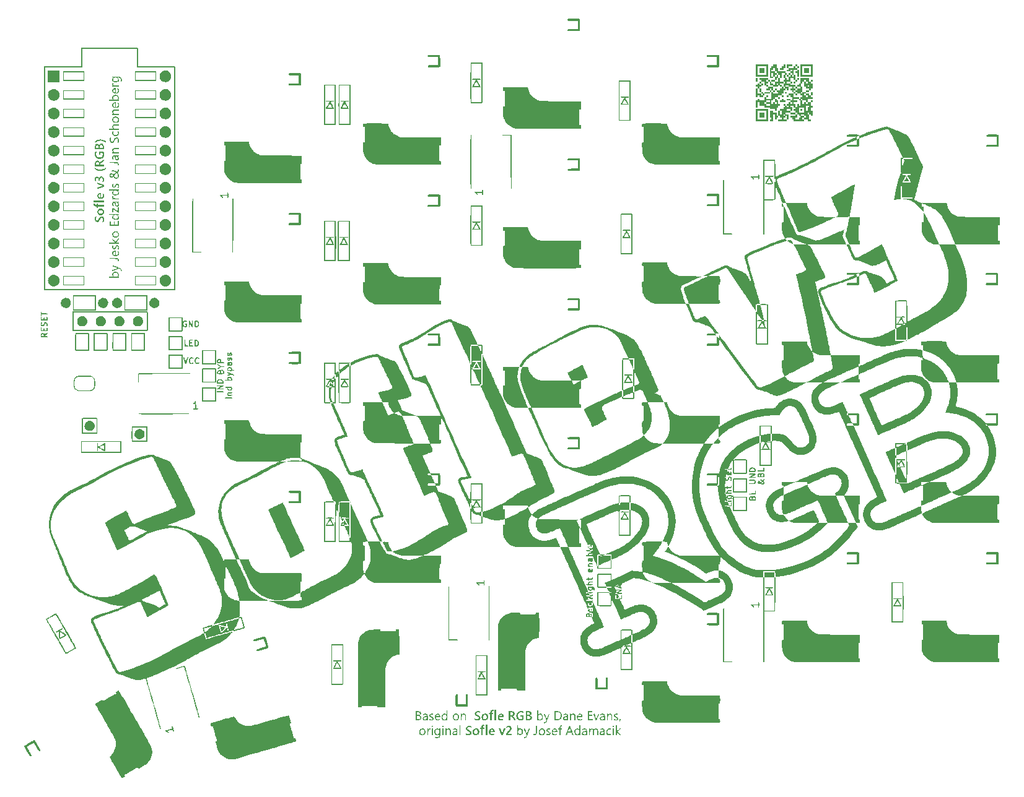
<source format=gto>
G04 #@! TF.GenerationSoftware,KiCad,Pcbnew,(6.0.10)*
G04 #@! TF.CreationDate,2023-01-19T22:05:10+01:00*
G04 #@! TF.ProjectId,SofleKeyboard,536f666c-654b-4657-9962-6f6172642e6b,rev?*
G04 #@! TF.SameCoordinates,Original*
G04 #@! TF.FileFunction,Legend,Top*
G04 #@! TF.FilePolarity,Positive*
%FSLAX46Y46*%
G04 Gerber Fmt 4.6, Leading zero omitted, Abs format (unit mm)*
G04 Created by KiCad (PCBNEW (6.0.10)) date 2023-01-19 22:05:10*
%MOMM*%
%LPD*%
G01*
G04 APERTURE LIST*
G04 APERTURE END LIST*
G36*
X97878577Y-52333069D02*
G01*
X97959904Y-52334561D01*
X98013076Y-52338448D01*
X98045199Y-52345875D01*
X98063379Y-52357988D01*
X98074724Y-52375934D01*
X98078412Y-52383843D01*
X98119136Y-52503909D01*
X98143210Y-52640695D01*
X98149978Y-52780600D01*
X98138785Y-52910019D01*
X98108976Y-53015349D01*
X98108864Y-53015602D01*
X98029311Y-53151092D01*
X97925447Y-53252723D01*
X97795874Y-53321390D01*
X97639196Y-53357985D01*
X97564136Y-53364042D01*
X97458568Y-53365004D01*
X97377478Y-53356018D01*
X97303692Y-53334885D01*
X97287137Y-53328547D01*
X97146428Y-53251348D01*
X97032876Y-53144803D01*
X96948805Y-53013890D01*
X96896536Y-52863588D01*
X96878393Y-52698879D01*
X96896699Y-52524742D01*
X96901727Y-52502301D01*
X96929412Y-52385788D01*
X97039137Y-52379422D01*
X97148862Y-52373057D01*
X97112879Y-52442975D01*
X97091397Y-52504947D01*
X97079845Y-52592298D01*
X97076897Y-52694507D01*
X97078333Y-52787312D01*
X97084566Y-52851137D01*
X97098478Y-52899332D01*
X97122956Y-52945244D01*
X97135178Y-52964189D01*
X97212804Y-53053446D01*
X97309845Y-53111826D01*
X97432201Y-53142060D01*
X97532360Y-53147932D01*
X97626509Y-53145287D01*
X97695323Y-53134351D01*
X97755558Y-53111667D01*
X97786572Y-53095462D01*
X97876375Y-53022642D01*
X97939799Y-52923542D01*
X97973845Y-52807217D01*
X97975512Y-52682724D01*
X97953974Y-52590200D01*
X97940016Y-52555154D01*
X97921621Y-52535210D01*
X97887977Y-52526111D01*
X97828269Y-52523601D01*
X97784499Y-52523486D01*
X97638282Y-52523486D01*
X97638282Y-52798882D01*
X97468807Y-52798882D01*
X97468807Y-52332827D01*
X97761987Y-52332827D01*
X97878577Y-52333069D01*
G37*
G36*
X201241837Y-82879374D02*
G01*
X201245975Y-82934235D01*
X201249015Y-83016567D01*
X201250624Y-83118923D01*
X201250792Y-83166605D01*
X201250792Y-83473778D01*
X201332935Y-83473778D01*
X201387981Y-83477654D01*
X201425041Y-83493730D01*
X201447232Y-83528676D01*
X201457671Y-83589161D01*
X201459475Y-83681857D01*
X201458132Y-83741708D01*
X201452043Y-83950425D01*
X200106839Y-83955343D01*
X198761634Y-83960261D01*
X198856964Y-83916758D01*
X198941160Y-83878562D01*
X199052289Y-83828498D01*
X199186354Y-83768341D01*
X199339357Y-83699866D01*
X199507300Y-83624851D01*
X199686187Y-83545070D01*
X199872018Y-83462300D01*
X200060798Y-83378316D01*
X200248528Y-83294896D01*
X200431211Y-83213814D01*
X200604849Y-83136846D01*
X200765446Y-83065769D01*
X200909003Y-83002358D01*
X201031522Y-82948389D01*
X201129007Y-82905638D01*
X201197460Y-82875882D01*
X201232883Y-82860895D01*
X201236940Y-82859432D01*
X201241837Y-82879374D01*
G37*
G36*
X98146705Y-59260100D02*
G01*
X96748540Y-59260100D01*
X96748540Y-59048256D01*
X98146705Y-59048256D01*
X98146705Y-59260100D01*
G37*
G36*
X148564601Y-43269196D02*
G01*
X148623744Y-43159477D01*
X148701842Y-43018053D01*
X148711304Y-43001043D01*
X148964730Y-42545671D01*
X148745387Y-42545671D01*
X148638486Y-42544163D01*
X148566095Y-42538958D01*
X148520442Y-42529030D01*
X148493753Y-42513355D01*
X148492755Y-42512381D01*
X148463988Y-42475738D01*
X148466721Y-42442495D01*
X148480202Y-42418565D01*
X148491964Y-42408660D01*
X148516367Y-42400992D01*
X148558158Y-42395293D01*
X148622086Y-42391293D01*
X148712900Y-42388725D01*
X148835346Y-42387319D01*
X148994175Y-42386808D01*
X149042035Y-42386788D01*
X149211104Y-42387111D01*
X149342557Y-42388258D01*
X149441141Y-42390498D01*
X149511605Y-42394100D01*
X149558698Y-42399331D01*
X149587166Y-42406461D01*
X149601759Y-42415758D01*
X149603867Y-42418565D01*
X149622346Y-42458814D01*
X149610862Y-42490971D01*
X149591314Y-42512381D01*
X149565385Y-42528377D01*
X149520889Y-42538574D01*
X149450053Y-42543996D01*
X149345103Y-42545667D01*
X149338682Y-42545671D01*
X149119340Y-42545671D01*
X149372766Y-43001043D01*
X149452991Y-43146085D01*
X149514043Y-43258949D01*
X149557995Y-43344109D01*
X149586921Y-43406042D01*
X149602896Y-43449225D01*
X149607995Y-43478132D01*
X149604290Y-43497241D01*
X149603468Y-43498874D01*
X149594791Y-43511875D01*
X149581027Y-43521912D01*
X149557120Y-43529368D01*
X149518015Y-43534626D01*
X149458656Y-43538068D01*
X149373988Y-43540076D01*
X149258956Y-43541033D01*
X149108503Y-43541321D01*
X149042035Y-43541334D01*
X148877021Y-43541198D01*
X148749320Y-43540537D01*
X148653876Y-43538967D01*
X148585634Y-43536107D01*
X148539538Y-43531574D01*
X148510534Y-43524985D01*
X148493565Y-43515959D01*
X148483575Y-43504113D01*
X148480602Y-43498874D01*
X148476086Y-43480541D01*
X148480155Y-43452882D01*
X148494880Y-43411423D01*
X148503328Y-43393044D01*
X148667421Y-43393044D01*
X149413848Y-43393044D01*
X149378428Y-43324195D01*
X149359253Y-43288298D01*
X149325664Y-43226739D01*
X149281924Y-43147201D01*
X149232295Y-43057369D01*
X149181037Y-42964925D01*
X149132413Y-42877553D01*
X149090684Y-42802936D01*
X149060111Y-42748759D01*
X149044957Y-42722705D01*
X149044216Y-42721619D01*
X149032856Y-42737731D01*
X149003245Y-42787779D01*
X148957269Y-42868424D01*
X148896815Y-42976324D01*
X148823770Y-43108139D01*
X148745761Y-43250050D01*
X148667421Y-43393044D01*
X148503328Y-43393044D01*
X148522337Y-43351686D01*
X148564601Y-43269196D01*
G37*
G36*
X192183903Y-40681451D02*
G01*
X191717848Y-40681451D01*
X191717848Y-40914478D01*
X191484820Y-40914478D01*
X191484820Y-40427239D01*
X192183903Y-40427239D01*
X192183903Y-40681451D01*
G37*
G36*
X144298798Y-129548672D02*
G01*
X144354644Y-129426494D01*
X144439452Y-129328352D01*
X144475154Y-129301263D01*
X144562438Y-129264298D01*
X144667290Y-129251583D01*
X144772352Y-129263382D01*
X144853347Y-129295542D01*
X144900377Y-129322764D01*
X144929882Y-129337154D01*
X144932789Y-129337831D01*
X144936757Y-129318041D01*
X144939990Y-129264248D01*
X144942142Y-129184813D01*
X144942869Y-129094211D01*
X144942869Y-128850592D01*
X145091159Y-128850592D01*
X145091159Y-130142835D01*
X145017014Y-130142835D01*
X144966872Y-130138878D01*
X144946346Y-130121072D01*
X144942869Y-130089874D01*
X144934313Y-130046099D01*
X144910209Y-130041445D01*
X144878156Y-130070087D01*
X144809061Y-130123413D01*
X144716418Y-130155291D01*
X144614220Y-130163912D01*
X144516462Y-130147466D01*
X144463861Y-130123668D01*
X144373801Y-130045391D01*
X144312294Y-129937128D01*
X144284414Y-129835943D01*
X144280629Y-129779196D01*
X144420531Y-129779196D01*
X144448935Y-129881325D01*
X144501199Y-129962702D01*
X144571995Y-130018897D01*
X144655997Y-130045479D01*
X144747878Y-130038016D01*
X144829826Y-130000545D01*
X144889195Y-129937327D01*
X144927122Y-129839880D01*
X144942557Y-129711113D01*
X144942869Y-129687439D01*
X144933449Y-129567840D01*
X144903218Y-129480399D01*
X144849216Y-129418850D01*
X144802900Y-129391134D01*
X144712621Y-129362411D01*
X144630798Y-129370525D01*
X144567875Y-129400526D01*
X144489978Y-129472539D01*
X144439368Y-129576860D01*
X144421314Y-129660746D01*
X144420531Y-129779196D01*
X144280629Y-129779196D01*
X144274520Y-129687589D01*
X144298798Y-129548672D01*
G37*
G36*
X102344778Y-47443398D02*
G01*
X102344912Y-47301874D01*
X102345786Y-47145614D01*
X102346169Y-47100055D01*
X102351793Y-46475362D01*
X105254045Y-46475362D01*
X105254045Y-47767606D01*
X103807606Y-47773049D01*
X103514459Y-47774009D01*
X103261122Y-47774503D01*
X103045040Y-47774491D01*
X102863658Y-47773938D01*
X102714419Y-47772805D01*
X102594769Y-47771054D01*
X102502152Y-47768648D01*
X102434012Y-47765550D01*
X102387793Y-47761721D01*
X102360941Y-47757125D01*
X102350898Y-47751723D01*
X102350856Y-47751620D01*
X102348424Y-47724298D01*
X102346574Y-47660136D01*
X102346458Y-47651092D01*
X102468307Y-47651092D01*
X105137531Y-47651092D01*
X105137531Y-46570692D01*
X102468307Y-46570692D01*
X102468307Y-47651092D01*
X102346458Y-47651092D01*
X102345346Y-47564661D01*
X102344778Y-47443398D01*
G37*
G36*
X189599416Y-47015562D02*
G01*
X190065471Y-47015562D01*
X190065471Y-47481618D01*
X190298498Y-47481618D01*
X190298498Y-47714645D01*
X190065471Y-47714645D01*
X190065471Y-47947673D01*
X189832443Y-47947673D01*
X189832443Y-47248590D01*
X189599416Y-47248590D01*
X189599416Y-48180700D01*
X189133361Y-48180700D01*
X189133361Y-47947673D01*
X189366388Y-47947673D01*
X189366388Y-47714645D01*
X189133361Y-47714645D01*
X189133361Y-46782535D01*
X189599416Y-46782535D01*
X189599416Y-47015562D01*
G37*
G36*
X105129471Y-72377492D02*
G01*
X105231735Y-72398306D01*
X105328575Y-72438375D01*
X105380030Y-72466747D01*
X105501339Y-72560226D01*
X105606275Y-72686034D01*
X105651121Y-72760397D01*
X105674110Y-72809986D01*
X105688455Y-72862109D01*
X105696045Y-72928661D01*
X105698765Y-73021534D01*
X105698915Y-73061684D01*
X105697464Y-73166049D01*
X105691828Y-73240079D01*
X105680086Y-73295747D01*
X105660319Y-73345028D01*
X105650333Y-73364515D01*
X105549471Y-73511180D01*
X105420674Y-73628855D01*
X105345212Y-73676316D01*
X105278422Y-73708853D01*
X105214751Y-73728642D01*
X105138169Y-73739400D01*
X105052794Y-73744155D01*
X104928234Y-73743571D01*
X104832430Y-73732266D01*
X104796088Y-73722160D01*
X104643753Y-73644866D01*
X104518151Y-73539893D01*
X104421754Y-73412891D01*
X104357031Y-73269511D01*
X104326452Y-73115404D01*
X104332487Y-72956222D01*
X104377606Y-72797615D01*
X104384766Y-72781102D01*
X104471360Y-72636035D01*
X104585780Y-72519005D01*
X104722531Y-72433648D01*
X104876119Y-72383598D01*
X105003934Y-72371409D01*
X105129471Y-72377492D01*
G37*
G36*
X188900333Y-44897130D02*
G01*
X188667306Y-44897130D01*
X188667306Y-44664103D01*
X188900333Y-44664103D01*
X188900333Y-44897130D01*
G37*
G36*
X181902446Y-77549229D02*
G01*
X181904981Y-77574370D01*
X181902446Y-77577475D01*
X181889852Y-77574567D01*
X181888323Y-77563352D01*
X181896074Y-77545915D01*
X181902446Y-77549229D01*
G37*
G36*
X102344778Y-57611872D02*
G01*
X102344912Y-57470348D01*
X102345786Y-57314087D01*
X102346169Y-57268529D01*
X102351793Y-56643836D01*
X105254045Y-56643836D01*
X105254045Y-57936080D01*
X103807606Y-57941523D01*
X103514459Y-57942483D01*
X103261122Y-57942976D01*
X103045040Y-57942965D01*
X102863658Y-57942412D01*
X102714419Y-57941278D01*
X102594769Y-57939527D01*
X102502152Y-57937122D01*
X102434012Y-57934023D01*
X102387793Y-57930195D01*
X102360941Y-57925599D01*
X102350898Y-57920197D01*
X102350856Y-57920094D01*
X102348424Y-57892772D01*
X102346574Y-57828610D01*
X102346458Y-57819566D01*
X102468307Y-57819566D01*
X105137531Y-57819566D01*
X105137531Y-56739165D01*
X102468307Y-56739165D01*
X102468307Y-57819566D01*
X102346458Y-57819566D01*
X102345346Y-57733135D01*
X102344778Y-57611872D01*
G37*
G36*
X101838849Y-79334607D02*
G01*
X101837333Y-79205779D01*
X101836548Y-79045275D01*
X101836445Y-78850322D01*
X101836976Y-78618146D01*
X101837895Y-78388180D01*
X101843369Y-77192627D01*
X102773038Y-77187106D01*
X103018838Y-77186015D01*
X103224415Y-77185935D01*
X103391900Y-77186908D01*
X103523429Y-77188975D01*
X103621133Y-77192177D01*
X103687147Y-77196556D01*
X103723604Y-77202151D01*
X103731628Y-77205588D01*
X103738059Y-77217276D01*
X103743503Y-77242853D01*
X103748036Y-77285391D01*
X103751732Y-77347960D01*
X103754667Y-77433632D01*
X103756915Y-77545477D01*
X103758551Y-77686567D01*
X103759650Y-77859972D01*
X103760288Y-78068765D01*
X103760539Y-78316015D01*
X103760550Y-78390622D01*
X103760443Y-78644550D01*
X103760061Y-78859426D01*
X103759312Y-79038565D01*
X103758103Y-79185284D01*
X103756341Y-79302896D01*
X103753934Y-79394720D01*
X103750790Y-79464069D01*
X103746817Y-79514260D01*
X103741922Y-79548609D01*
X103736012Y-79570430D01*
X103728995Y-79583041D01*
X103727260Y-79584942D01*
X103715044Y-79593117D01*
X103693753Y-79599853D01*
X103659608Y-79605283D01*
X103608832Y-79609540D01*
X103537647Y-79612756D01*
X103442273Y-79615065D01*
X103318932Y-79616600D01*
X103163847Y-79617493D01*
X102973238Y-79617878D01*
X102789854Y-79617907D01*
X102597537Y-79617453D01*
X102417952Y-79616287D01*
X102255615Y-79614494D01*
X102115039Y-79612157D01*
X102000736Y-79609359D01*
X101917222Y-79606185D01*
X101869010Y-79602718D01*
X101859079Y-79600658D01*
X101853184Y-79588616D01*
X101848262Y-79558763D01*
X101844265Y-79508326D01*
X101842641Y-79469941D01*
X101981067Y-79469941D01*
X103612260Y-79469941D01*
X103612260Y-77330325D01*
X101981067Y-77330325D01*
X101981067Y-79469941D01*
X101842641Y-79469941D01*
X101841143Y-79434531D01*
X101838849Y-79334607D01*
G37*
G36*
X89590030Y-74266581D02*
G01*
X89617582Y-74299764D01*
X89629314Y-74366705D01*
X89630284Y-74401592D01*
X89630608Y-74491626D01*
X90020252Y-74491626D01*
X90159936Y-74492055D01*
X90262913Y-74493655D01*
X90334838Y-74496898D01*
X90381366Y-74502255D01*
X90408152Y-74510195D01*
X90420853Y-74521190D01*
X90422754Y-74525135D01*
X90433771Y-74559514D01*
X90425828Y-74581914D01*
X90402323Y-74606626D01*
X90383520Y-74619035D01*
X90351631Y-74628026D01*
X90300581Y-74634105D01*
X90224298Y-74637774D01*
X90116708Y-74639538D01*
X90000982Y-74639916D01*
X89632930Y-74639916D01*
X89626473Y-74740542D01*
X89620228Y-74801919D01*
X89607031Y-74832851D01*
X89579683Y-74845257D01*
X89561639Y-74847882D01*
X89512169Y-74843310D01*
X89492105Y-74825523D01*
X89488283Y-74794046D01*
X89486017Y-74729480D01*
X89485472Y-74641084D01*
X89486811Y-74538115D01*
X89486929Y-74532819D01*
X89489695Y-74423346D01*
X89493108Y-74349111D01*
X89498656Y-74302992D01*
X89507827Y-74277867D01*
X89522107Y-74266614D01*
X89542985Y-74262110D01*
X89543475Y-74262041D01*
X89590030Y-74266581D01*
G37*
G36*
X143436449Y-39113874D02*
G01*
X143599023Y-39114220D01*
X143727787Y-39115084D01*
X143827019Y-39116703D01*
X143900998Y-39119314D01*
X143954004Y-39123150D01*
X143990316Y-39128450D01*
X144014212Y-39135447D01*
X144029971Y-39144380D01*
X144041873Y-39155482D01*
X144044548Y-39158404D01*
X144055152Y-39172132D01*
X144063721Y-39190349D01*
X144070471Y-39217372D01*
X144075616Y-39257516D01*
X144079374Y-39315096D01*
X144081960Y-39394429D01*
X144083590Y-39499829D01*
X144084479Y-39635614D01*
X144084844Y-39806097D01*
X144084904Y-39965280D01*
X144084904Y-40727563D01*
X144034892Y-40768060D01*
X144019587Y-40778780D01*
X143999970Y-40787426D01*
X143971656Y-40794220D01*
X143930260Y-40799384D01*
X143871397Y-40803139D01*
X143790683Y-40805708D01*
X143683732Y-40807311D01*
X143546160Y-40808172D01*
X143373581Y-40808511D01*
X143234221Y-40808557D01*
X142483562Y-40808557D01*
X142431564Y-40756559D01*
X142395746Y-40708482D01*
X142379636Y-40662636D01*
X142379566Y-40660266D01*
X142393956Y-40615365D01*
X142428864Y-40566733D01*
X142431564Y-40563974D01*
X142483562Y-40511976D01*
X143777731Y-40511976D01*
X143777731Y-39410391D01*
X143133956Y-39410391D01*
X142950129Y-39410204D01*
X142803965Y-39409473D01*
X142690762Y-39407944D01*
X142605815Y-39405364D01*
X142544422Y-39401480D01*
X142501879Y-39396037D01*
X142473481Y-39388782D01*
X142454526Y-39379462D01*
X142446369Y-39373319D01*
X142398243Y-39310098D01*
X142390166Y-39240035D01*
X142422275Y-39171151D01*
X142467378Y-39113811D01*
X143235785Y-39113811D01*
X143436449Y-39113874D01*
G37*
G36*
X163531451Y-81527693D02*
G01*
X163542422Y-81549055D01*
X163568274Y-81604291D01*
X163606850Y-81688550D01*
X163655990Y-81796984D01*
X163713537Y-81924744D01*
X163777333Y-82066981D01*
X163845219Y-82218846D01*
X163915036Y-82375491D01*
X163984628Y-82532067D01*
X164051834Y-82683724D01*
X164114498Y-82825615D01*
X164170461Y-82952889D01*
X164217564Y-83060699D01*
X164253649Y-83144196D01*
X164276559Y-83198530D01*
X164284153Y-83218733D01*
X164266556Y-83237068D01*
X164223389Y-83259998D01*
X164215304Y-83263374D01*
X164175949Y-83280695D01*
X164105220Y-83313269D01*
X164009892Y-83357918D01*
X163896741Y-83411464D01*
X163772539Y-83470726D01*
X163733361Y-83489517D01*
X163320266Y-83687896D01*
X162692181Y-83686192D01*
X162064096Y-83684487D01*
X162147140Y-83877108D01*
X162186524Y-83972170D01*
X162221947Y-84064265D01*
X162247951Y-84138928D01*
X162255306Y-84163663D01*
X162273337Y-84219453D01*
X162290214Y-84253109D01*
X162296231Y-84257598D01*
X162318728Y-84247524D01*
X162371932Y-84219484D01*
X162449885Y-84176744D01*
X162546632Y-84122572D01*
X162656216Y-84060238D01*
X162662373Y-84056708D01*
X162858753Y-83945246D01*
X163019789Y-83856354D01*
X163145868Y-83789835D01*
X163237377Y-83745491D01*
X163294704Y-83723124D01*
X163317741Y-83721933D01*
X163321356Y-83745892D01*
X163324590Y-83806322D01*
X163327298Y-83897324D01*
X163329337Y-84013002D01*
X163330561Y-84147458D01*
X163330859Y-84258534D01*
X163330289Y-84433149D01*
X163328458Y-84569199D01*
X163325181Y-84670478D01*
X163320273Y-84740775D01*
X163313549Y-84783883D01*
X163304825Y-84803592D01*
X163304293Y-84804065D01*
X163265980Y-84821054D01*
X163208646Y-84832624D01*
X163203668Y-84833139D01*
X163129608Y-84840166D01*
X163118616Y-86926822D01*
X163199316Y-86926822D01*
X163258688Y-86933130D01*
X163301059Y-86948667D01*
X163305437Y-86952243D01*
X163318971Y-86988500D01*
X163327585Y-87062952D01*
X163330842Y-87171662D01*
X163330859Y-87181034D01*
X163328018Y-87292142D01*
X163319789Y-87369284D01*
X163306607Y-87408526D01*
X163305437Y-87409824D01*
X163292577Y-87413334D01*
X163260311Y-87416535D01*
X163207108Y-87419436D01*
X163131437Y-87422052D01*
X163031766Y-87424391D01*
X162906564Y-87426468D01*
X162754298Y-87428291D01*
X162573439Y-87429874D01*
X162362453Y-87431228D01*
X162119810Y-87432363D01*
X161843978Y-87433293D01*
X161533426Y-87434027D01*
X161186621Y-87434578D01*
X160802033Y-87434957D01*
X160378129Y-87435176D01*
X159916490Y-87435246D01*
X156552964Y-87435246D01*
X156523074Y-87376989D01*
X156492690Y-87314586D01*
X156447923Y-87218277D01*
X156390992Y-87093140D01*
X156324116Y-86944247D01*
X156249513Y-86776675D01*
X156169404Y-86595499D01*
X156086007Y-86405793D01*
X156001541Y-86212633D01*
X155918226Y-86021095D01*
X155838282Y-85836253D01*
X155763926Y-85663182D01*
X155697378Y-85506958D01*
X155640858Y-85372656D01*
X155596585Y-85265350D01*
X155566777Y-85190117D01*
X155566402Y-85189128D01*
X155426723Y-84810246D01*
X155308518Y-84467470D01*
X155211680Y-84160445D01*
X155136103Y-83888815D01*
X155081682Y-83652225D01*
X155048312Y-83450320D01*
X155047733Y-83445606D01*
X155035381Y-83251344D01*
X155040496Y-83029805D01*
X155061759Y-82791686D01*
X155097852Y-82547688D01*
X155147458Y-82308508D01*
X155209257Y-82084846D01*
X155219122Y-82054428D01*
X155250468Y-81956910D01*
X155274985Y-81885391D01*
X155299497Y-81835886D01*
X155330827Y-81804405D01*
X155375801Y-81786962D01*
X155441242Y-81779569D01*
X155533973Y-81778239D01*
X155660818Y-81778985D01*
X155690420Y-81779032D01*
X155833413Y-81779688D01*
X155939497Y-81782493D01*
X156014120Y-81788706D01*
X156062733Y-81799585D01*
X156090783Y-81816387D01*
X156103722Y-81840372D01*
X156106997Y-81872798D01*
X156107005Y-81875210D01*
X156114271Y-81936073D01*
X156133985Y-82025318D01*
X156163020Y-82131922D01*
X156198249Y-82244863D01*
X156236547Y-82353122D01*
X156257730Y-82406540D01*
X156379803Y-82647089D01*
X156538089Y-82874253D01*
X156727168Y-83082517D01*
X156941619Y-83266366D01*
X157176025Y-83420285D01*
X157331719Y-83499501D01*
X157418849Y-83534982D01*
X157527843Y-83573679D01*
X157639379Y-83608865D01*
X157674402Y-83618821D01*
X157875896Y-83674122D01*
X159957256Y-83680747D01*
X160250263Y-83681531D01*
X160530994Y-83681994D01*
X160796587Y-83682146D01*
X161044181Y-83681998D01*
X161270914Y-83681563D01*
X161473927Y-83680852D01*
X161650356Y-83679875D01*
X161797342Y-83678645D01*
X161912022Y-83677172D01*
X161991535Y-83675469D01*
X162033021Y-83673546D01*
X162038615Y-83672470D01*
X162028558Y-83648658D01*
X162001674Y-83597679D01*
X161962897Y-83528721D01*
X161943746Y-83495747D01*
X161913232Y-83440843D01*
X161871146Y-83361173D01*
X161820764Y-83263347D01*
X161765360Y-83153973D01*
X161708210Y-83039662D01*
X161652589Y-82927023D01*
X161601772Y-82822666D01*
X161559035Y-82733201D01*
X161527653Y-82665238D01*
X161510900Y-82625386D01*
X161509007Y-82618402D01*
X161527116Y-82604999D01*
X161579556Y-82572859D01*
X161663493Y-82523592D01*
X161776097Y-82458809D01*
X161914534Y-82380122D01*
X162075973Y-82289140D01*
X162257582Y-82187474D01*
X162456528Y-82076736D01*
X162642368Y-81973793D01*
X162807212Y-81883621D01*
X162965117Y-81799025D01*
X163111864Y-81722124D01*
X163243231Y-81655036D01*
X163354999Y-81599877D01*
X163442946Y-81558766D01*
X163502852Y-81533821D01*
X163530497Y-81527158D01*
X163531451Y-81527693D01*
G37*
G36*
X109243769Y-78085882D02*
G01*
X109256593Y-78098897D01*
X109266192Y-78123423D01*
X109273161Y-78165347D01*
X109278097Y-78230554D01*
X109281596Y-78324933D01*
X109284253Y-78454370D01*
X109284836Y-78491603D01*
X109290607Y-78875082D01*
X109462670Y-78881227D01*
X109555300Y-78886650D01*
X109613914Y-78896070D01*
X109646810Y-78911256D01*
X109656922Y-78922669D01*
X109666527Y-78964422D01*
X109651265Y-78991518D01*
X109629705Y-79007153D01*
X109591015Y-79017269D01*
X109527543Y-79022873D01*
X109431639Y-79024973D01*
X109396516Y-79025070D01*
X109302379Y-79023825D01*
X109224513Y-79020457D01*
X109172316Y-79015516D01*
X109155490Y-79010948D01*
X109151254Y-78986425D01*
X109147526Y-78926036D01*
X109144508Y-78836285D01*
X109142404Y-78723672D01*
X109141416Y-78594700D01*
X109141367Y-78558079D01*
X109141773Y-78407730D01*
X109143255Y-78294248D01*
X109146207Y-78212137D01*
X109151025Y-78155898D01*
X109158104Y-78120036D01*
X109167840Y-78099054D01*
X109174920Y-78091487D01*
X109215679Y-78075087D01*
X109243769Y-78085882D01*
G37*
G36*
X91440867Y-59050877D02*
G01*
X91578286Y-59092237D01*
X91586682Y-59096041D01*
X91744564Y-59184796D01*
X91867703Y-59290624D01*
X91962422Y-59420165D01*
X92027118Y-59558607D01*
X92056810Y-59674767D01*
X92069380Y-59810336D01*
X92064529Y-59947197D01*
X92041960Y-60067231D01*
X92035770Y-60086288D01*
X91960005Y-60241839D01*
X91853394Y-60376381D01*
X91722252Y-60486252D01*
X91572892Y-60567785D01*
X91411631Y-60617317D01*
X91244782Y-60631184D01*
X91122135Y-60616478D01*
X90954080Y-60559221D01*
X90798557Y-60461721D01*
X90707850Y-60380313D01*
X90610177Y-60266411D01*
X90544239Y-60150312D01*
X90505682Y-60020866D01*
X90490148Y-59866923D01*
X90489341Y-59821031D01*
X90490429Y-59724107D01*
X90496794Y-59653744D01*
X90511689Y-59594184D01*
X90538371Y-59529669D01*
X90557933Y-59489037D01*
X90646930Y-59348222D01*
X90762972Y-59225185D01*
X90896104Y-59129348D01*
X90981180Y-59088378D01*
X91127869Y-59048765D01*
X91285913Y-59036326D01*
X91440867Y-59050877D01*
G37*
G36*
X128571574Y-64842816D02*
G01*
X128639943Y-64716816D01*
X128694484Y-64618071D01*
X128946285Y-64164270D01*
X128719765Y-64158503D01*
X128612700Y-64154435D01*
X128540547Y-64147913D01*
X128495868Y-64137756D01*
X128471224Y-64122784D01*
X128467584Y-64118504D01*
X128453494Y-64072308D01*
X128463034Y-64044830D01*
X128471919Y-64032708D01*
X128487346Y-64023352D01*
X128514348Y-64016407D01*
X128557955Y-64011516D01*
X128623200Y-64008325D01*
X128715115Y-64006477D01*
X128838730Y-64005617D01*
X128999079Y-64005389D01*
X129021003Y-64005387D01*
X129188583Y-64005685D01*
X129318740Y-64006775D01*
X129416418Y-64008950D01*
X129486561Y-64012505D01*
X129534113Y-64017733D01*
X129564017Y-64024927D01*
X129581216Y-64034382D01*
X129585710Y-64038940D01*
X129602101Y-64079790D01*
X129591370Y-64107789D01*
X129572923Y-64124317D01*
X129536954Y-64136210D01*
X129476162Y-64144774D01*
X129383245Y-64151316D01*
X129335067Y-64153678D01*
X129100950Y-64164270D01*
X129354798Y-64619733D01*
X129439844Y-64773940D01*
X129504434Y-64894959D01*
X129550040Y-64985856D01*
X129578136Y-65049695D01*
X129590193Y-65089542D01*
X129588849Y-65106972D01*
X129576825Y-65116958D01*
X129551490Y-65124860D01*
X129508144Y-65130988D01*
X129442088Y-65135657D01*
X129348619Y-65139180D01*
X129223037Y-65141869D01*
X129060643Y-65144037D01*
X129026788Y-65144400D01*
X128860845Y-65145963D01*
X128732261Y-65146569D01*
X128636030Y-65145921D01*
X128567149Y-65143722D01*
X128520611Y-65139676D01*
X128491411Y-65133484D01*
X128474546Y-65124850D01*
X128465010Y-65113476D01*
X128463603Y-65110962D01*
X128460536Y-65091657D01*
X128467843Y-65059367D01*
X128487480Y-65009914D01*
X128491728Y-65001050D01*
X128647254Y-65001050D01*
X129397604Y-65001050D01*
X129345675Y-64911017D01*
X129314962Y-64857016D01*
X129269878Y-64776805D01*
X129216522Y-64681271D01*
X129161745Y-64582660D01*
X129111850Y-64493448D01*
X129069538Y-64419440D01*
X129038848Y-64367580D01*
X129023820Y-64344815D01*
X129023135Y-64344336D01*
X129011212Y-64361879D01*
X128982726Y-64410228D01*
X128941348Y-64482968D01*
X128890752Y-64573683D01*
X128862458Y-64625029D01*
X128806041Y-64727292D01*
X128754597Y-64819585D01*
X128712591Y-64893965D01*
X128684491Y-64942488D01*
X128677821Y-64953386D01*
X128647254Y-65001050D01*
X128491728Y-65001050D01*
X128521405Y-64939123D01*
X128571574Y-64842816D01*
G37*
G36*
X182121351Y-91778031D02*
G01*
X182215935Y-91778031D01*
X182274957Y-91782574D01*
X182314586Y-91800730D01*
X182338539Y-91839287D01*
X182350534Y-91905034D01*
X182354289Y-92004759D01*
X182354378Y-92030850D01*
X182354019Y-92110937D01*
X182349619Y-92172268D01*
X182336195Y-92217345D01*
X182308763Y-92248669D01*
X182262338Y-92268739D01*
X182191938Y-92280055D01*
X182092578Y-92285119D01*
X181959274Y-92286431D01*
X181844902Y-92286455D01*
X181698723Y-92286055D01*
X181590111Y-92284624D01*
X181514267Y-92281816D01*
X181466395Y-92277282D01*
X181441698Y-92270677D01*
X181435379Y-92261654D01*
X181437104Y-92256967D01*
X181461265Y-92223593D01*
X181508350Y-92165427D01*
X181572696Y-92088949D01*
X181648640Y-92000638D01*
X181730519Y-91906974D01*
X181812669Y-91814436D01*
X181889427Y-91729503D01*
X181955131Y-91658656D01*
X182003190Y-91609280D01*
X182121351Y-91493490D01*
X182121351Y-91778031D01*
G37*
G36*
X182184127Y-39170595D02*
G01*
X182195909Y-39186701D01*
X182205369Y-39204882D01*
X182212720Y-39229567D01*
X182218173Y-39265186D01*
X182221940Y-39316168D01*
X182224233Y-39386942D01*
X182225264Y-39481937D01*
X182225246Y-39605583D01*
X182224389Y-39762309D01*
X182222906Y-39956544D01*
X182222737Y-39977491D01*
X182216680Y-40727601D01*
X182166669Y-40768079D01*
X182151325Y-40778816D01*
X182131652Y-40787471D01*
X182103252Y-40794267D01*
X182061731Y-40799429D01*
X182002692Y-40803178D01*
X181921740Y-40805737D01*
X181814479Y-40807331D01*
X181676514Y-40808183D01*
X181503448Y-40808514D01*
X181369307Y-40808557D01*
X181170619Y-40808430D01*
X181009921Y-40807905D01*
X180882838Y-40806768D01*
X180784992Y-40804805D01*
X180712007Y-40801798D01*
X180659505Y-40797535D01*
X180623109Y-40791800D01*
X180598443Y-40784378D01*
X180581130Y-40775054D01*
X180573712Y-40769489D01*
X180533129Y-40711835D01*
X180525465Y-40660266D01*
X180542515Y-40587449D01*
X180573712Y-40551044D01*
X180590118Y-40539933D01*
X180611985Y-40531142D01*
X180644073Y-40524403D01*
X180691145Y-40519445D01*
X180757964Y-40516001D01*
X180849291Y-40513802D01*
X180969890Y-40512578D01*
X181124521Y-40512062D01*
X181265733Y-40511976D01*
X181909508Y-40511976D01*
X181909508Y-39410391D01*
X181265733Y-39410391D01*
X181081905Y-39410204D01*
X180935741Y-39409473D01*
X180822538Y-39407944D01*
X180737592Y-39405364D01*
X180676199Y-39401480D01*
X180633655Y-39396037D01*
X180605258Y-39388782D01*
X180586303Y-39379462D01*
X180578146Y-39373319D01*
X180530019Y-39310098D01*
X180521942Y-39240035D01*
X180554051Y-39171151D01*
X180599155Y-39113811D01*
X182139460Y-39113811D01*
X182184127Y-39170595D01*
G37*
G36*
X165940291Y-131770544D02*
G01*
X166003703Y-131717788D01*
X166099124Y-131678014D01*
X166230388Y-131648639D01*
X166324260Y-131635370D01*
X166447187Y-131620577D01*
X166433901Y-131554308D01*
X166408378Y-131492980D01*
X166365581Y-131438261D01*
X166365355Y-131438057D01*
X166317895Y-131404894D01*
X166264804Y-131395161D01*
X166221363Y-131398075D01*
X166144722Y-131413541D01*
X166072205Y-131438474D01*
X166063102Y-131442762D01*
X166010762Y-131468140D01*
X165986337Y-131472091D01*
X165979233Y-131450844D01*
X165978899Y-131412813D01*
X165985450Y-131367180D01*
X166012680Y-131337404D01*
X166057782Y-131315220D01*
X166150245Y-131290288D01*
X166256471Y-131282091D01*
X166358847Y-131290612D01*
X166439299Y-131315594D01*
X166484378Y-131342940D01*
X166518058Y-131375975D01*
X166541955Y-131420915D01*
X166557686Y-131483973D01*
X166566868Y-131571364D01*
X166571117Y-131689303D01*
X166572060Y-131825937D01*
X166572060Y-132176530D01*
X166508507Y-132176530D01*
X166463087Y-132170830D01*
X166446471Y-132146600D01*
X166444954Y-132123569D01*
X166440446Y-132083176D01*
X166423203Y-132074763D01*
X166387646Y-132098553D01*
X166356548Y-132127083D01*
X166280593Y-132173471D01*
X166185671Y-132194563D01*
X166087805Y-132188961D01*
X166006731Y-132157659D01*
X165944326Y-132108174D01*
X165909262Y-132049327D01*
X165895266Y-131968176D01*
X165894161Y-131925340D01*
X165895014Y-131918571D01*
X166028080Y-131918571D01*
X166042903Y-131991003D01*
X166075773Y-132037351D01*
X166124618Y-132061515D01*
X166195247Y-132069801D01*
X166270196Y-132062295D01*
X166332003Y-132039082D01*
X166336556Y-132036063D01*
X166388930Y-131978275D01*
X166427560Y-131895784D01*
X166444706Y-131805828D01*
X166444954Y-131794595D01*
X166444954Y-131729063D01*
X166344328Y-131742889D01*
X166222992Y-131763256D01*
X166137405Y-131787089D01*
X166080961Y-131816770D01*
X166050652Y-131848850D01*
X166028080Y-131918571D01*
X165895014Y-131918571D01*
X165905055Y-131838867D01*
X165940291Y-131770544D01*
G37*
G36*
X168487134Y-104704493D02*
G01*
X168484739Y-104604516D01*
X168482810Y-104478974D01*
X168481307Y-104325322D01*
X168480185Y-104141017D01*
X168479402Y-103923514D01*
X168478916Y-103670267D01*
X168478684Y-103378732D01*
X168478648Y-103183194D01*
X168478591Y-102873217D01*
X168478385Y-102602931D01*
X168477976Y-102369657D01*
X168477311Y-102170716D01*
X168476338Y-102003431D01*
X168475003Y-101865124D01*
X168473252Y-101753115D01*
X168471034Y-101664727D01*
X168468295Y-101597281D01*
X168464981Y-101548099D01*
X168461040Y-101514504D01*
X168456418Y-101493816D01*
X168451063Y-101483357D01*
X168444922Y-101480450D01*
X168444888Y-101480450D01*
X168414853Y-101486925D01*
X168351640Y-101504933D01*
X168262177Y-101532351D01*
X168153394Y-101567055D01*
X168032220Y-101606922D01*
X168031986Y-101607000D01*
X167886591Y-101658530D01*
X167709491Y-101726709D01*
X167499450Y-101812047D01*
X167255236Y-101915055D01*
X166975615Y-102036244D01*
X166683470Y-102165376D01*
X166454351Y-102267450D01*
X166204782Y-102378650D01*
X165943990Y-102494863D01*
X165681200Y-102611979D01*
X165425641Y-102725885D01*
X165186537Y-102832468D01*
X164973117Y-102927618D01*
X164894964Y-102962466D01*
X164075832Y-103327731D01*
X164148417Y-103489787D01*
X164167287Y-103531986D01*
X164202128Y-103609972D01*
X164251643Y-103720844D01*
X164314537Y-103861697D01*
X164389514Y-104029629D01*
X164475278Y-104221736D01*
X164570533Y-104435116D01*
X164673982Y-104666866D01*
X164784330Y-104914083D01*
X164900281Y-105173863D01*
X165020539Y-105443304D01*
X165076649Y-105569024D01*
X165932296Y-107486205D01*
X166603836Y-107500291D01*
X166455546Y-107570918D01*
X166307256Y-107641546D01*
X166842160Y-107643317D01*
X167377064Y-107645087D01*
X167377064Y-107949993D01*
X167375943Y-108080277D01*
X167372335Y-108172605D01*
X167365876Y-108231337D01*
X167356199Y-108260833D01*
X167350583Y-108265777D01*
X167325950Y-108276593D01*
X167266976Y-108302806D01*
X167177985Y-108342486D01*
X167063299Y-108393702D01*
X166927241Y-108454523D01*
X166774134Y-108523018D01*
X166608300Y-108597256D01*
X166564475Y-108616884D01*
X166395460Y-108692454D01*
X166237492Y-108762836D01*
X166094992Y-108826078D01*
X165972383Y-108880229D01*
X165874084Y-108923339D01*
X165804517Y-108953455D01*
X165768103Y-108968626D01*
X165764767Y-108969833D01*
X165753633Y-108971885D01*
X165744777Y-108967354D01*
X165737938Y-108951983D01*
X165732857Y-108921514D01*
X165729272Y-108871687D01*
X165726923Y-108798245D01*
X165725552Y-108696928D01*
X165724896Y-108563478D01*
X165724697Y-108393636D01*
X165724687Y-108313821D01*
X165724687Y-107645087D01*
X165862839Y-107645087D01*
X165938429Y-107646517D01*
X165983059Y-107653284D01*
X166008108Y-107669100D01*
X166024954Y-107697679D01*
X166025122Y-107698048D01*
X166041612Y-107731489D01*
X166058874Y-107745381D01*
X166087671Y-107739724D01*
X166138762Y-107714517D01*
X166169558Y-107698048D01*
X166264887Y-107647002D01*
X166132769Y-107646044D01*
X166060170Y-107644466D01*
X166017801Y-107637335D01*
X165993525Y-107619062D01*
X165975202Y-107584057D01*
X165969672Y-107570942D01*
X165938692Y-107496797D01*
X165770403Y-107496797D01*
X165681852Y-107498543D01*
X165627317Y-107504800D01*
X165598552Y-107517093D01*
X165589255Y-107530306D01*
X165586267Y-107558684D01*
X165583524Y-107624376D01*
X165581111Y-107722330D01*
X165579109Y-107847492D01*
X165577601Y-107994809D01*
X165576671Y-108159227D01*
X165576397Y-108314126D01*
X165575906Y-108487661D01*
X165574512Y-108647015D01*
X165572327Y-108787423D01*
X165569468Y-108904119D01*
X165566048Y-108992338D01*
X165562182Y-109047314D01*
X165558352Y-109064437D01*
X165545782Y-109045788D01*
X165518244Y-108992805D01*
X165477843Y-108909929D01*
X165426682Y-108801602D01*
X165366865Y-108672267D01*
X165300495Y-108526366D01*
X165244863Y-108402427D01*
X164949419Y-107740417D01*
X164502522Y-107734706D01*
X164339927Y-107732036D01*
X164215452Y-107728050D01*
X164124849Y-107721766D01*
X164063871Y-107712202D01*
X164028269Y-107698376D01*
X164013797Y-107679305D01*
X164016207Y-107654007D01*
X164029217Y-107625257D01*
X164051072Y-107599006D01*
X164088393Y-107585741D01*
X164153447Y-107581606D01*
X164168385Y-107581534D01*
X164284153Y-107581534D01*
X164284232Y-107491501D01*
X164302347Y-107380965D01*
X164353723Y-107294030D01*
X164434225Y-107234384D01*
X164539718Y-107205709D01*
X164606308Y-107204441D01*
X164670984Y-107210224D01*
X164708155Y-107224296D01*
X164732657Y-107256455D01*
X164752863Y-107301205D01*
X164775117Y-107355513D01*
X164780362Y-107378782D01*
X164768371Y-107378877D01*
X164750886Y-107370054D01*
X164705282Y-107356755D01*
X164639068Y-107349177D01*
X164613903Y-107348507D01*
X164522283Y-107362390D01*
X164462588Y-107404101D01*
X164434714Y-107473729D01*
X164432443Y-107507389D01*
X164432443Y-107581534D01*
X164813761Y-107581534D01*
X164813778Y-107512685D01*
X164815249Y-107480516D01*
X164822176Y-107473749D01*
X164838360Y-107496186D01*
X164867602Y-107551626D01*
X164882627Y-107581534D01*
X164951459Y-107719232D01*
X164957717Y-107563954D01*
X164954775Y-107444609D01*
X164932000Y-107355948D01*
X164885110Y-107289241D01*
X164809821Y-107235759D01*
X164792092Y-107226444D01*
X164717796Y-107177624D01*
X164670859Y-107115014D01*
X164661043Y-107094042D01*
X164624840Y-107009557D01*
X164338728Y-107009557D01*
X164221945Y-107008980D01*
X164140518Y-107006674D01*
X164087442Y-107001778D01*
X164055713Y-106993433D01*
X164038327Y-106980778D01*
X164032483Y-106971938D01*
X164025005Y-106917673D01*
X164032790Y-106897793D01*
X164046959Y-106882030D01*
X164073484Y-106871490D01*
X164119799Y-106865178D01*
X164193336Y-106862102D01*
X164301527Y-106861268D01*
X164306106Y-106861267D01*
X164557218Y-106861267D01*
X164558981Y-106861267D01*
X164589960Y-106935412D01*
X164614382Y-106983294D01*
X164644805Y-107004436D01*
X164698205Y-107009519D01*
X164707811Y-107009557D01*
X164780344Y-107001795D01*
X164845871Y-106982718D01*
X164854198Y-106978780D01*
X164904077Y-106937321D01*
X164941596Y-106878670D01*
X164958390Y-106818773D01*
X164954537Y-106787503D01*
X164930626Y-106766567D01*
X164890608Y-106756086D01*
X164852664Y-106757958D01*
X164834975Y-106774081D01*
X164834945Y-106775017D01*
X164815464Y-106817173D01*
X164762136Y-106847046D01*
X164682634Y-106860790D01*
X164662792Y-106861267D01*
X164558981Y-106861267D01*
X164557218Y-106861267D01*
X164506081Y-106745638D01*
X164453115Y-106652091D01*
X164395251Y-106599155D01*
X164393717Y-106598347D01*
X164329904Y-106542502D01*
X164294153Y-106457843D01*
X164288088Y-106353310D01*
X164294745Y-106263200D01*
X164370833Y-106440424D01*
X164446922Y-106617648D01*
X164613042Y-106623905D01*
X164736610Y-106622732D01*
X164826197Y-106607044D01*
X164888338Y-106574715D01*
X164929568Y-106523619D01*
X164931274Y-106520386D01*
X164954772Y-106448628D01*
X164961390Y-106366401D01*
X164953136Y-106284116D01*
X164932014Y-106212182D01*
X164900029Y-106161010D01*
X164859189Y-106141011D01*
X164858180Y-106141000D01*
X164807203Y-106156984D01*
X164782645Y-106196529D01*
X164791107Y-106244175D01*
X164805907Y-106292785D01*
X164813497Y-106358680D01*
X164813761Y-106372232D01*
X164810055Y-106428965D01*
X164793758Y-106457611D01*
X164758526Y-106471821D01*
X164722454Y-106477113D01*
X164697185Y-106466834D01*
X164678358Y-106434077D01*
X164661613Y-106371934D01*
X164646369Y-106294166D01*
X164629910Y-106218132D01*
X164612272Y-106157176D01*
X164597908Y-106125576D01*
X164553406Y-106101732D01*
X164489688Y-106100712D01*
X164420408Y-106118611D01*
X164359219Y-106151519D01*
X164319775Y-106195530D01*
X164315326Y-106206453D01*
X164298199Y-106234333D01*
X164284057Y-106233166D01*
X164272412Y-106210965D01*
X164245679Y-106154450D01*
X164205660Y-106067667D01*
X164154157Y-105954661D01*
X164092972Y-105819479D01*
X164023908Y-105666168D01*
X163948766Y-105498773D01*
X163869348Y-105321340D01*
X163787458Y-105137916D01*
X163704895Y-104952547D01*
X163623463Y-104769279D01*
X163544965Y-104592158D01*
X163471200Y-104425231D01*
X163403973Y-104272543D01*
X163345085Y-104138140D01*
X163296338Y-104026070D01*
X163259534Y-103940377D01*
X163236475Y-103885108D01*
X163228964Y-103864310D01*
X163228995Y-103864263D01*
X163250637Y-103851463D01*
X163283194Y-103834034D01*
X163297769Y-103825580D01*
X163309022Y-103813880D01*
X163317382Y-103793855D01*
X163323278Y-103760429D01*
X163327142Y-103708522D01*
X163329402Y-103633058D01*
X163330488Y-103528959D01*
X163330831Y-103391147D01*
X163330859Y-103271030D01*
X163330329Y-103094896D01*
X163328622Y-102957354D01*
X163325556Y-102854641D01*
X163320953Y-102782992D01*
X163314632Y-102738644D01*
X163306415Y-102717831D01*
X163304378Y-102716064D01*
X163268483Y-102703859D01*
X163208262Y-102692333D01*
X163177308Y-102688334D01*
X163162093Y-102687534D01*
X163146256Y-102687721D01*
X163131532Y-102688086D01*
X163119657Y-102687821D01*
X163112367Y-102686118D01*
X163111399Y-102682168D01*
X163118488Y-102675164D01*
X163135371Y-102664297D01*
X163163783Y-102648760D01*
X163205460Y-102627743D01*
X163262139Y-102600438D01*
X163335556Y-102566038D01*
X163427445Y-102523734D01*
X163539545Y-102472719D01*
X163673589Y-102412183D01*
X163831316Y-102341318D01*
X164014460Y-102259318D01*
X164224757Y-102165372D01*
X164463944Y-102058673D01*
X164733757Y-101938413D01*
X165035931Y-101803784D01*
X165372203Y-101653978D01*
X165744308Y-101488185D01*
X166000083Y-101374198D01*
X166220140Y-101276482D01*
X166436831Y-101180951D01*
X166645640Y-101089552D01*
X166842048Y-101004231D01*
X166963798Y-100951802D01*
X168478648Y-100951802D01*
X168478685Y-101113601D01*
X168479428Y-101237715D01*
X168481828Y-101328825D01*
X168486834Y-101391613D01*
X168495396Y-101430762D01*
X168508464Y-101450954D01*
X168526987Y-101456871D01*
X168551916Y-101453194D01*
X168578903Y-101446010D01*
X168593704Y-101441117D01*
X168605104Y-101431974D01*
X168613619Y-101413478D01*
X168619765Y-101380527D01*
X168624057Y-101328018D01*
X168627010Y-101250848D01*
X168629141Y-101143916D01*
X168630966Y-101002118D01*
X168631864Y-100921988D01*
X168637531Y-100410642D01*
X168817598Y-100381126D01*
X168915282Y-100369536D01*
X169049944Y-100360312D01*
X169216242Y-100353708D01*
X169408839Y-100349974D01*
X169490201Y-100349350D01*
X169982738Y-100347089D01*
X169982737Y-99939291D01*
X169982735Y-99531492D01*
X168626939Y-99531492D01*
X168626939Y-100416519D01*
X168552794Y-100430428D01*
X168478648Y-100444338D01*
X168478648Y-100951802D01*
X166963798Y-100951802D01*
X167021541Y-100926936D01*
X167179599Y-100859614D01*
X167311708Y-100804211D01*
X167413349Y-100762675D01*
X167470166Y-100740560D01*
X167599451Y-100694731D01*
X167751514Y-100644512D01*
X167915079Y-100593301D01*
X168078873Y-100544496D01*
X168231621Y-100501493D01*
X168362049Y-100467691D01*
X168420392Y-100454208D01*
X168478648Y-100441611D01*
X168478648Y-99937828D01*
X168479366Y-99761463D01*
X168481616Y-99624354D01*
X168485549Y-99523411D01*
X168491311Y-99455543D01*
X168499052Y-99417662D01*
X168504070Y-99408623D01*
X168523304Y-99401444D01*
X168567165Y-99395601D01*
X168638526Y-99391002D01*
X168740261Y-99387557D01*
X168875242Y-99385172D01*
X169046344Y-99383755D01*
X169256439Y-99383214D01*
X169296749Y-99383202D01*
X169474031Y-99383547D01*
X169638682Y-99384529D01*
X169785713Y-99386068D01*
X169910133Y-99388083D01*
X170006949Y-99390495D01*
X170071172Y-99393223D01*
X170097516Y-99396061D01*
X170108395Y-99404736D01*
X170116674Y-99424708D01*
X170122695Y-99461046D01*
X170126798Y-99518821D01*
X170129327Y-99603103D01*
X170130621Y-99718961D01*
X170131021Y-99871466D01*
X170131025Y-99893892D01*
X170131025Y-100378865D01*
X169982735Y-100378865D01*
X169982735Y-101373317D01*
X170051584Y-101391157D01*
X170120433Y-101408998D01*
X170120433Y-104922902D01*
X169328506Y-104928459D01*
X169101938Y-104929600D01*
X168915487Y-104929520D01*
X168766915Y-104928167D01*
X168653986Y-104925492D01*
X168574464Y-104921444D01*
X168526112Y-104915972D01*
X168507614Y-104909977D01*
X168502242Y-104899652D01*
X168497551Y-104876486D01*
X168493497Y-104837934D01*
X168490269Y-104785204D01*
X168626939Y-104785204D01*
X169982735Y-104785204D01*
X169982735Y-101377124D01*
X169882110Y-101359938D01*
X169774735Y-101348208D01*
X169636730Y-101342988D01*
X169477814Y-101343723D01*
X169307705Y-101349857D01*
X169136125Y-101360837D01*
X168972791Y-101376106D01*
X168827425Y-101395109D01*
X168709745Y-101417292D01*
X168664011Y-101429499D01*
X168657228Y-101433457D01*
X168651324Y-101442699D01*
X168646238Y-101459981D01*
X168641909Y-101488060D01*
X168638278Y-101529692D01*
X168635283Y-101587634D01*
X168632864Y-101664642D01*
X168630959Y-101763473D01*
X168629509Y-101886882D01*
X168628452Y-102037627D01*
X168627728Y-102218463D01*
X168627276Y-102432148D01*
X168627036Y-102681437D01*
X168626946Y-102969086D01*
X168626939Y-103113070D01*
X168626939Y-104785204D01*
X168490269Y-104785204D01*
X168490039Y-104781451D01*
X168487134Y-104704493D01*
G37*
G36*
X162556475Y-53286206D02*
G01*
X162718510Y-53286612D01*
X162846792Y-53287566D01*
X162945628Y-53289295D01*
X163019326Y-53292024D01*
X163072194Y-53295982D01*
X163108540Y-53301394D01*
X163132671Y-53308488D01*
X163148895Y-53317489D01*
X163161384Y-53328490D01*
X163172586Y-53341244D01*
X163181619Y-53357678D01*
X163188716Y-53382143D01*
X163194110Y-53418990D01*
X163198034Y-53472569D01*
X163200721Y-53547229D01*
X163202403Y-53647323D01*
X163203314Y-53777199D01*
X163203686Y-53941209D01*
X163203753Y-54120045D01*
X163203671Y-54318186D01*
X163203265Y-54478388D01*
X163202294Y-54605079D01*
X163200515Y-54702689D01*
X163197687Y-54775647D01*
X163193568Y-54828381D01*
X163187918Y-54865322D01*
X163180493Y-54890897D01*
X163171054Y-54909537D01*
X163159847Y-54925049D01*
X163115940Y-54980867D01*
X162354842Y-54980867D01*
X162154967Y-54980782D01*
X161993147Y-54980374D01*
X161865071Y-54979417D01*
X161766426Y-54977683D01*
X161692899Y-54974945D01*
X161640179Y-54970974D01*
X161603951Y-54965545D01*
X161579905Y-54958429D01*
X161563727Y-54949399D01*
X161551376Y-54938498D01*
X161519484Y-54885059D01*
X161509007Y-54832577D01*
X161523372Y-54770374D01*
X161551376Y-54726655D01*
X161564999Y-54714765D01*
X161582563Y-54705333D01*
X161608752Y-54698075D01*
X161648248Y-54692707D01*
X161705734Y-54688946D01*
X161785894Y-54686507D01*
X161893411Y-54685108D01*
X162032967Y-54684463D01*
X162209246Y-54684290D01*
X162250458Y-54684286D01*
X162907172Y-54684286D01*
X162907172Y-53582702D01*
X162270250Y-53582702D01*
X162078076Y-53582359D01*
X161923747Y-53581041D01*
X161802740Y-53578310D01*
X161710537Y-53573729D01*
X161642615Y-53566861D01*
X161594453Y-53557269D01*
X161561532Y-53544516D01*
X161539329Y-53528165D01*
X161525220Y-53510681D01*
X161509506Y-53454798D01*
X161518160Y-53388070D01*
X161548105Y-53331929D01*
X161551376Y-53328490D01*
X161564017Y-53317378D01*
X161580305Y-53308399D01*
X161604548Y-53301325D01*
X161641054Y-53295930D01*
X161694130Y-53291988D01*
X161768084Y-53289270D01*
X161867223Y-53287552D01*
X161995856Y-53286605D01*
X162158289Y-53286204D01*
X162356380Y-53286121D01*
X162556475Y-53286206D01*
G37*
G36*
X114003635Y-85147897D02*
G01*
X114123163Y-85149042D01*
X114235542Y-85151264D01*
X114332703Y-85154511D01*
X114406574Y-85158729D01*
X114449086Y-85163865D01*
X114455189Y-85165947D01*
X114474547Y-85198743D01*
X114476373Y-85234472D01*
X114469224Y-85285037D01*
X114022998Y-85290743D01*
X113889560Y-85291780D01*
X113770663Y-85291429D01*
X113672756Y-85289815D01*
X113602287Y-85287061D01*
X113565707Y-85283289D01*
X113562239Y-85281916D01*
X113547764Y-85244001D01*
X113553371Y-85196828D01*
X113575510Y-85163160D01*
X113581215Y-85160198D01*
X113615436Y-85155158D01*
X113682859Y-85151461D01*
X113775413Y-85149054D01*
X113885028Y-85147884D01*
X114003635Y-85147897D01*
G37*
G36*
X130206301Y-48398290D02*
G01*
X130204861Y-48231386D01*
X130203535Y-48034681D01*
X130202338Y-47810687D01*
X130201282Y-47561917D01*
X130200381Y-47290886D01*
X130199648Y-47000106D01*
X130199096Y-46692091D01*
X130198737Y-46369354D01*
X130198586Y-46034408D01*
X130198582Y-45967645D01*
X130198670Y-45550133D01*
X130198946Y-45173300D01*
X130199425Y-44835457D01*
X130200123Y-44534914D01*
X130201054Y-44269982D01*
X130202235Y-44038971D01*
X130203682Y-43840193D01*
X130205409Y-43671957D01*
X130207432Y-43532575D01*
X130209767Y-43420358D01*
X130212430Y-43333615D01*
X130215435Y-43270657D01*
X130218799Y-43229795D01*
X130222538Y-43209341D01*
X130224003Y-43206622D01*
X130252227Y-43199115D01*
X130316820Y-43192799D01*
X130411979Y-43187661D01*
X130531903Y-43183690D01*
X130670789Y-43180873D01*
X130822836Y-43179199D01*
X130982241Y-43178655D01*
X131143203Y-43179230D01*
X131299920Y-43180910D01*
X131446589Y-43183685D01*
X131577408Y-43187543D01*
X131686577Y-43192470D01*
X131768292Y-43198456D01*
X131816752Y-43205488D01*
X131827260Y-43209948D01*
X131830966Y-43226918D01*
X131834262Y-43269309D01*
X131837157Y-43338488D01*
X131839660Y-43435821D01*
X131841781Y-43562676D01*
X131843529Y-43720419D01*
X131844912Y-43910418D01*
X131845939Y-44134039D01*
X131846621Y-44392649D01*
X131846966Y-44687615D01*
X131846983Y-45020305D01*
X131846681Y-45392084D01*
X131846070Y-45804321D01*
X131845743Y-45979798D01*
X131840367Y-48720900D01*
X131033845Y-48726444D01*
X130852990Y-48727320D01*
X130685536Y-48727423D01*
X130536187Y-48726805D01*
X130409651Y-48725515D01*
X130310632Y-48723605D01*
X130243838Y-48721125D01*
X130213974Y-48718126D01*
X130212953Y-48717618D01*
X130211183Y-48695055D01*
X130209475Y-48632638D01*
X130208667Y-48583202D01*
X130346872Y-48583202D01*
X131702668Y-48583202D01*
X131702668Y-43329491D01*
X130346872Y-43329491D01*
X130346872Y-48583202D01*
X130208667Y-48583202D01*
X130207844Y-48532878D01*
X130206301Y-48398290D01*
G37*
G36*
X93073768Y-72384273D02*
G01*
X93175921Y-72408741D01*
X93281371Y-72462693D01*
X93387071Y-72545776D01*
X93481718Y-72646609D01*
X93554005Y-72753810D01*
X93582495Y-72818065D01*
X93619029Y-72986073D01*
X93616307Y-73151314D01*
X93576692Y-73308070D01*
X93502552Y-73450622D01*
X93396252Y-73573254D01*
X93260158Y-73670246D01*
X93221824Y-73689785D01*
X93074581Y-73737488D01*
X92913695Y-73751426D01*
X92751506Y-73731303D01*
X92660103Y-73703297D01*
X92541281Y-73638454D01*
X92430264Y-73542943D01*
X92338377Y-73428315D01*
X92280542Y-73316093D01*
X92240746Y-73154270D01*
X92239172Y-72992813D01*
X92272931Y-72837697D01*
X92339133Y-72694897D01*
X92434889Y-72570388D01*
X92557310Y-72470146D01*
X92703507Y-72400144D01*
X92727030Y-72392704D01*
X92828879Y-72375136D01*
X92950867Y-72372554D01*
X93073768Y-72384273D01*
G37*
G36*
X150842702Y-115525364D02*
G01*
X150842678Y-115991599D01*
X150842595Y-116417290D01*
X150842436Y-116804260D01*
X150842185Y-117154335D01*
X150841825Y-117469339D01*
X150841340Y-117751095D01*
X150840712Y-118001429D01*
X150839926Y-118222163D01*
X150838965Y-118415124D01*
X150837811Y-118582134D01*
X150836449Y-118725019D01*
X150834862Y-118845603D01*
X150833032Y-118945709D01*
X150830945Y-119027163D01*
X150828582Y-119091788D01*
X150825928Y-119141408D01*
X150822965Y-119177849D01*
X150819678Y-119202934D01*
X150816049Y-119218488D01*
X150812062Y-119226334D01*
X150808977Y-119228233D01*
X150767759Y-119219183D01*
X150750660Y-119205096D01*
X150747385Y-119190477D01*
X150744417Y-119153992D01*
X150741750Y-119094290D01*
X150739378Y-119010019D01*
X150737293Y-118899828D01*
X150735488Y-118762367D01*
X150733956Y-118596283D01*
X150732690Y-118400226D01*
X150731683Y-118172844D01*
X150730928Y-117912787D01*
X150730418Y-117618703D01*
X150730146Y-117289242D01*
X150730105Y-116923051D01*
X150730288Y-116518780D01*
X150730688Y-116075078D01*
X150731297Y-115590594D01*
X150731424Y-115502227D01*
X150736780Y-111828990D01*
X150842702Y-111828990D01*
X150842702Y-115525364D01*
G37*
G36*
X91440867Y-61592996D02*
G01*
X91578286Y-61634355D01*
X91586682Y-61638159D01*
X91744564Y-61726915D01*
X91867703Y-61832743D01*
X91962422Y-61962283D01*
X92027118Y-62100725D01*
X92056810Y-62216886D01*
X92069380Y-62352455D01*
X92064529Y-62489315D01*
X92041960Y-62609350D01*
X92035770Y-62628407D01*
X91960005Y-62783957D01*
X91853394Y-62918500D01*
X91722252Y-63028370D01*
X91572892Y-63109904D01*
X91411631Y-63159436D01*
X91244782Y-63173302D01*
X91122135Y-63158597D01*
X90954080Y-63101339D01*
X90798557Y-63003839D01*
X90707850Y-62922431D01*
X90610177Y-62808529D01*
X90544239Y-62692430D01*
X90505682Y-62562984D01*
X90490148Y-62409041D01*
X90489341Y-62363149D01*
X90490429Y-62266225D01*
X90496794Y-62195862D01*
X90511689Y-62136303D01*
X90538371Y-62071787D01*
X90557933Y-62031155D01*
X90646930Y-61890341D01*
X90762972Y-61767303D01*
X90896104Y-61671467D01*
X90981180Y-61630496D01*
X91127869Y-61590884D01*
X91285913Y-61578444D01*
X91440867Y-61592996D01*
G37*
G36*
X148174008Y-130930090D02*
G01*
X148247623Y-130941795D01*
X148293003Y-130956668D01*
X148315844Y-130979560D01*
X148325416Y-131024103D01*
X148328225Y-131060299D01*
X148330258Y-131118480D01*
X148328144Y-131154256D01*
X148325516Y-131159683D01*
X148301939Y-131152282D01*
X148254818Y-131133904D01*
X148240298Y-131127906D01*
X148151327Y-131104352D01*
X148049103Y-131097385D01*
X147951937Y-131106986D01*
X147886744Y-131128291D01*
X147829481Y-131178477D01*
X147806704Y-131245629D01*
X147821876Y-131318436D01*
X147826072Y-131326415D01*
X147860343Y-131362892D01*
X147922779Y-131408096D01*
X148002526Y-131454250D01*
X148009452Y-131457814D01*
X148136644Y-131527102D01*
X148229361Y-131588890D01*
X148293677Y-131647956D01*
X148335669Y-131709080D01*
X148339971Y-131717777D01*
X148372772Y-131830197D01*
X148365874Y-131937892D01*
X148321518Y-132034108D01*
X148241951Y-132112092D01*
X148200789Y-132136656D01*
X148105049Y-132169689D01*
X147984542Y-132187869D01*
X147854556Y-132190149D01*
X147730381Y-132175484D01*
X147707422Y-132170386D01*
X147601501Y-132144639D01*
X147595172Y-132035625D01*
X147588843Y-131926612D01*
X147674064Y-131968776D01*
X147784473Y-132009317D01*
X147896461Y-132026016D01*
X147999705Y-132019083D01*
X148083879Y-131988727D01*
X148120600Y-131959717D01*
X148159639Y-131894633D01*
X148156611Y-131828913D01*
X148111802Y-131763100D01*
X148025495Y-131697741D01*
X147966841Y-131665388D01*
X147828143Y-131590278D01*
X147725869Y-131521682D01*
X147655596Y-131454844D01*
X147612906Y-131385009D01*
X147593379Y-131307421D01*
X147590909Y-131260940D01*
X147610746Y-131151779D01*
X147668471Y-131058997D01*
X147761405Y-130986750D01*
X147770975Y-130981620D01*
X147848792Y-130954502D01*
X147952481Y-130935991D01*
X148066175Y-130927412D01*
X148174008Y-130930090D01*
G37*
G36*
X100155372Y-64307771D02*
G01*
X100157051Y-64344339D01*
X100152565Y-64374802D01*
X100137196Y-64405817D01*
X100106228Y-64444040D01*
X100054945Y-64496128D01*
X99978628Y-64568737D01*
X99954121Y-64591782D01*
X99746121Y-64787256D01*
X99952668Y-64788232D01*
X100159216Y-64789207D01*
X100159216Y-64937497D01*
X98866972Y-64937497D01*
X98866972Y-64789207D01*
X99694412Y-64789207D01*
X99492535Y-64604782D01*
X99409839Y-64528690D01*
X99353507Y-64473994D01*
X99318483Y-64433672D01*
X99299706Y-64400700D01*
X99292118Y-64368056D01*
X99290662Y-64328715D01*
X99290658Y-64324508D01*
X99290658Y-64228659D01*
X99487011Y-64424196D01*
X99561735Y-64497037D01*
X99626677Y-64557409D01*
X99675587Y-64599713D01*
X99702216Y-64618348D01*
X99704151Y-64618757D01*
X99726404Y-64604600D01*
X99772978Y-64566459D01*
X99837639Y-64509700D01*
X99914150Y-64439691D01*
X99936780Y-64418509D01*
X100148623Y-64219235D01*
X100155372Y-64307771D01*
G37*
G36*
X168260907Y-129256193D02*
G01*
X168322825Y-129266228D01*
X168357122Y-129286790D01*
X168371080Y-129321183D01*
X168372727Y-129347990D01*
X168372727Y-129416760D01*
X168277695Y-129385475D01*
X168175445Y-129365372D01*
X168086661Y-129373985D01*
X168019833Y-129409857D01*
X168000084Y-129433113D01*
X167976956Y-129483021D01*
X167981339Y-129526740D01*
X168016736Y-129568804D01*
X168086645Y-129613743D01*
X168172136Y-129655899D01*
X168268302Y-129703447D01*
X168331780Y-129743828D01*
X168370348Y-129782432D01*
X168381947Y-129801233D01*
X168411161Y-129897430D01*
X168400660Y-129988302D01*
X168353071Y-130067035D01*
X168271020Y-130126815D01*
X168253337Y-130134810D01*
X168180015Y-130153097D01*
X168084220Y-130161128D01*
X167984644Y-130158674D01*
X167899978Y-130145505D01*
X167880191Y-130139397D01*
X167839025Y-130116136D01*
X167823425Y-130077073D01*
X167821935Y-130045740D01*
X167824623Y-129993171D01*
X167839014Y-129976399D01*
X167874595Y-129988910D01*
X167891678Y-129997858D01*
X167980979Y-130032491D01*
X168071774Y-130045746D01*
X168154388Y-130038654D01*
X168219141Y-130012244D01*
X168256358Y-129967547D01*
X168259120Y-129958730D01*
X168264376Y-129912210D01*
X168250277Y-129873090D01*
X168211315Y-129835487D01*
X168141977Y-129793521D01*
X168070668Y-129757550D01*
X167964233Y-129699509D01*
X167893854Y-129643603D01*
X167854041Y-129583654D01*
X167839305Y-129513484D01*
X167838882Y-129496713D01*
X167857540Y-129403405D01*
X167911269Y-129330439D01*
X167996707Y-129280332D01*
X168110487Y-129255603D01*
X168164085Y-129253383D01*
X168260907Y-129256193D01*
G37*
G36*
X206153040Y-114251883D02*
G01*
X206217418Y-114134083D01*
X206260884Y-114055622D01*
X206329395Y-113932197D01*
X206390456Y-113821465D01*
X206441214Y-113728661D01*
X206478815Y-113659019D01*
X206500405Y-113617774D01*
X206504503Y-113608700D01*
X206484771Y-113604345D01*
X206431368Y-113599846D01*
X206352985Y-113595796D01*
X206279028Y-113593302D01*
X206161541Y-113587584D01*
X206081660Y-113576463D01*
X206034758Y-113557964D01*
X206016212Y-113530109D01*
X206021397Y-113490924D01*
X206023820Y-113484247D01*
X206031644Y-113473664D01*
X206049209Y-113465456D01*
X206081310Y-113459328D01*
X206132746Y-113454986D01*
X206208316Y-113452136D01*
X206312815Y-113450484D01*
X206451044Y-113449736D01*
X206589241Y-113449591D01*
X206757928Y-113449827D01*
X206889047Y-113450732D01*
X206987394Y-113452599D01*
X207057767Y-113455723D01*
X207104964Y-113460398D01*
X207133783Y-113466917D01*
X207149022Y-113475576D01*
X207154661Y-113484247D01*
X207162875Y-113525223D01*
X207148023Y-113554584D01*
X207105480Y-113574306D01*
X207030621Y-113586365D01*
X206918822Y-113592737D01*
X206899453Y-113593302D01*
X206807470Y-113596576D01*
X206733592Y-113600769D01*
X206686511Y-113605287D01*
X206673978Y-113608700D01*
X206683846Y-113629058D01*
X206711553Y-113681168D01*
X206754250Y-113759804D01*
X206809089Y-113859744D01*
X206873222Y-113975761D01*
X206918497Y-114057237D01*
X206990488Y-114188779D01*
X207052728Y-114306910D01*
X207102654Y-114406445D01*
X207137705Y-114482197D01*
X207155318Y-114528981D01*
X207156820Y-114539670D01*
X207153524Y-114552897D01*
X207144622Y-114563183D01*
X207125222Y-114570966D01*
X207090432Y-114576682D01*
X207035357Y-114580770D01*
X206955107Y-114583667D01*
X206844787Y-114585810D01*
X206699506Y-114587638D01*
X206609714Y-114588596D01*
X206430517Y-114589895D01*
X206290058Y-114589535D01*
X206184735Y-114587389D01*
X206110943Y-114583329D01*
X206065082Y-114577227D01*
X206043547Y-114568955D01*
X206043034Y-114568471D01*
X206020303Y-114532605D01*
X206017264Y-114517930D01*
X206027190Y-114493118D01*
X206055047Y-114436864D01*
X206056895Y-114433323D01*
X206229107Y-114433323D01*
X206249145Y-114437238D01*
X206304671Y-114440614D01*
X206388808Y-114443222D01*
X206494677Y-114444834D01*
X206589241Y-114445254D01*
X206707423Y-114444590D01*
X206809313Y-114442751D01*
X206888030Y-114439963D01*
X206936697Y-114436456D01*
X206949374Y-114433323D01*
X206939638Y-114410474D01*
X206913155Y-114358881D01*
X206874018Y-114285862D01*
X206826316Y-114198730D01*
X206774140Y-114104803D01*
X206721580Y-114011396D01*
X206672728Y-113925824D01*
X206631674Y-113855403D01*
X206602509Y-113807448D01*
X206589322Y-113789276D01*
X206589241Y-113789266D01*
X206576464Y-113806679D01*
X206547615Y-113854039D01*
X206506785Y-113924032D01*
X206458065Y-114009342D01*
X206405544Y-114102652D01*
X206353314Y-114196649D01*
X206305465Y-114284015D01*
X206266088Y-114357436D01*
X206239274Y-114409595D01*
X206229113Y-114433177D01*
X206229107Y-114433323D01*
X206056895Y-114433323D01*
X206097957Y-114354631D01*
X206153040Y-114251883D01*
G37*
G36*
X88670113Y-132890819D02*
G01*
X88713129Y-132923277D01*
X88734325Y-132953340D01*
X88773091Y-133014815D01*
X88826232Y-133102185D01*
X88890553Y-133209932D01*
X88962858Y-133332539D01*
X89039951Y-133464487D01*
X89118637Y-133600259D01*
X89195721Y-133734337D01*
X89268005Y-133861204D01*
X89332296Y-133975341D01*
X89385397Y-134071231D01*
X89424113Y-134143356D01*
X89445247Y-134186199D01*
X89446875Y-134190208D01*
X89456282Y-134263396D01*
X89431564Y-134323933D01*
X89380614Y-134364579D01*
X89311330Y-134378093D01*
X89254234Y-134366854D01*
X89232209Y-134351251D01*
X89201316Y-134315503D01*
X89159524Y-134256502D01*
X89104803Y-134171136D01*
X89035121Y-134056298D01*
X88948448Y-133908877D01*
X88895992Y-133818315D01*
X88816961Y-133681364D01*
X88744322Y-133555524D01*
X88680914Y-133445713D01*
X88629579Y-133356849D01*
X88593157Y-133293849D01*
X88574488Y-133261632D01*
X88573118Y-133259288D01*
X88559658Y-133254469D01*
X88529318Y-133262206D01*
X88478611Y-133284231D01*
X88404047Y-133322278D01*
X88302140Y-133378079D01*
X88169401Y-133453368D01*
X88086963Y-133500836D01*
X87959954Y-133574848D01*
X87846006Y-133642420D01*
X87749999Y-133700563D01*
X87676814Y-133746285D01*
X87631333Y-133776597D01*
X87618098Y-133788082D01*
X87628295Y-133809850D01*
X87657157Y-133863630D01*
X87702088Y-133944786D01*
X87760492Y-134048683D01*
X87829774Y-134170685D01*
X87907337Y-134306154D01*
X87937657Y-134358836D01*
X88032303Y-134523632D01*
X88107114Y-134656114D01*
X88163697Y-134760509D01*
X88203664Y-134841041D01*
X88228622Y-134901937D01*
X88240181Y-134947423D01*
X88239950Y-134981727D01*
X88229539Y-135009073D01*
X88210556Y-135033688D01*
X88199122Y-135045524D01*
X88147489Y-135072104D01*
X88081054Y-135077027D01*
X88019913Y-135060668D01*
X87994909Y-135041709D01*
X87976845Y-135014901D01*
X87940476Y-134955942D01*
X87888543Y-134869452D01*
X87823787Y-134760052D01*
X87748948Y-134632363D01*
X87666767Y-134491006D01*
X87610308Y-134393285D01*
X87508490Y-134215765D01*
X87426770Y-134070748D01*
X87363493Y-133954381D01*
X87317006Y-133862809D01*
X87285654Y-133792177D01*
X87267783Y-133738630D01*
X87261740Y-133698313D01*
X87265870Y-133667373D01*
X87278518Y-133641954D01*
X87284445Y-133633910D01*
X87311400Y-133612440D01*
X87369855Y-133574028D01*
X87454568Y-133521652D01*
X87560296Y-133458290D01*
X87681796Y-133386920D01*
X87813824Y-133310521D01*
X87951138Y-133232070D01*
X88088495Y-133154546D01*
X88220651Y-133080927D01*
X88342364Y-133014190D01*
X88448391Y-132957314D01*
X88533488Y-132913278D01*
X88592414Y-132885058D01*
X88619440Y-132875613D01*
X88670113Y-132890819D01*
G37*
G36*
X91440867Y-66677232D02*
G01*
X91578286Y-66718592D01*
X91586682Y-66722396D01*
X91744564Y-66811151D01*
X91867703Y-66916980D01*
X91962422Y-67046520D01*
X92027118Y-67184962D01*
X92056810Y-67301122D01*
X92069380Y-67436692D01*
X92064529Y-67573552D01*
X92041960Y-67693586D01*
X92035770Y-67712643D01*
X91960005Y-67868194D01*
X91853394Y-68002737D01*
X91722252Y-68112607D01*
X91572892Y-68194140D01*
X91411631Y-68243673D01*
X91244782Y-68257539D01*
X91122135Y-68242833D01*
X90954080Y-68185576D01*
X90798557Y-68088076D01*
X90707850Y-68006668D01*
X90610177Y-67892766D01*
X90544239Y-67776667D01*
X90505682Y-67647221D01*
X90490148Y-67493278D01*
X90489341Y-67447386D01*
X90490429Y-67350462D01*
X90496794Y-67280099D01*
X90511689Y-67220540D01*
X90538371Y-67156024D01*
X90557933Y-67115392D01*
X90646930Y-66974578D01*
X90762972Y-66851540D01*
X90896104Y-66755704D01*
X90981180Y-66714733D01*
X91127869Y-66675120D01*
X91285913Y-66662681D01*
X91440867Y-66677232D01*
G37*
G36*
X192416930Y-41846588D02*
G01*
X192649958Y-41846588D01*
X192649958Y-42545671D01*
X192416930Y-42545671D01*
X192416930Y-42312643D01*
X191950875Y-42312643D01*
X191950875Y-42778698D01*
X192183903Y-42778698D01*
X192183903Y-43032910D01*
X191950875Y-43032910D01*
X191950875Y-43244753D01*
X192649958Y-43244753D01*
X192649958Y-43477781D01*
X192882985Y-43477781D01*
X193370225Y-43477781D01*
X193603252Y-43477781D01*
X193603252Y-44198048D01*
X194048123Y-44198048D01*
X194048123Y-43965020D01*
X194535362Y-43965020D01*
X194535362Y-43731993D01*
X194048123Y-43731993D01*
X194048123Y-43498965D01*
X193815096Y-43498965D01*
X193815096Y-43477781D01*
X194302335Y-43477781D01*
X194535362Y-43477781D01*
X194535362Y-43265938D01*
X194302335Y-43265938D01*
X194302335Y-43477781D01*
X193815096Y-43477781D01*
X193815096Y-43011726D01*
X194069307Y-43011726D01*
X194302335Y-43011726D01*
X194302335Y-42799883D01*
X194069307Y-42799883D01*
X194069307Y-43011726D01*
X193815096Y-43011726D01*
X193815096Y-42799883D01*
X193603252Y-42799883D01*
X193603252Y-43032910D01*
X193370225Y-43032910D01*
X193370225Y-43477781D01*
X192882985Y-43477781D01*
X192882985Y-43244753D01*
X193116013Y-43244753D01*
X193116013Y-43011726D01*
X193349040Y-43011726D01*
X193349040Y-42778698D01*
X193836280Y-42778698D01*
X194048123Y-42778698D01*
X194048123Y-42545671D01*
X193836280Y-42545671D01*
X193836280Y-42778698D01*
X193349040Y-42778698D01*
X193349040Y-42312643D01*
X194535362Y-42312643D01*
X194535362Y-42778698D01*
X194768390Y-42778698D01*
X194768390Y-42545671D01*
X195001417Y-42545671D01*
X195001417Y-42799883D01*
X194768390Y-42799883D01*
X194768390Y-43011726D01*
X195001417Y-43011726D01*
X195001417Y-43731993D01*
X194768390Y-43731993D01*
X194768390Y-43965020D01*
X194535362Y-43965020D01*
X194535362Y-44198048D01*
X194069307Y-44198048D01*
X194069307Y-44431075D01*
X194535362Y-44431075D01*
X194535362Y-44664103D01*
X194768390Y-44664103D01*
X194768390Y-44897130D01*
X195001417Y-44897130D01*
X195001417Y-45130158D01*
X194302335Y-45130158D01*
X194302335Y-45596213D01*
X194768390Y-45596213D01*
X194768390Y-45363185D01*
X195001417Y-45363185D01*
X195001417Y-45617397D01*
X194768390Y-45617397D01*
X194768390Y-46062268D01*
X195001417Y-46062268D01*
X195001417Y-46316480D01*
X194768390Y-46316480D01*
X194768390Y-46782535D01*
X195001417Y-46782535D01*
X195001417Y-47481618D01*
X194768390Y-47481618D01*
X194768390Y-47248590D01*
X194535362Y-47248590D01*
X194535362Y-47947673D01*
X194768390Y-47947673D01*
X194768390Y-48180700D01*
X194302335Y-48180700D01*
X194302335Y-47947673D01*
X193836280Y-47947673D01*
X193836280Y-48180700D01*
X192416930Y-48180700D01*
X192416930Y-47947673D01*
X192649958Y-47947673D01*
X193116013Y-47947673D01*
X193603252Y-47947673D01*
X193815096Y-47947673D01*
X193815096Y-47714645D01*
X193836280Y-47714645D01*
X194048123Y-47714645D01*
X194048123Y-47481618D01*
X193836280Y-47481618D01*
X193836280Y-47714645D01*
X193815096Y-47714645D01*
X193603252Y-47714645D01*
X193603252Y-47947673D01*
X193116013Y-47947673D01*
X193116013Y-47714645D01*
X193349040Y-47714645D01*
X193349040Y-47481618D01*
X193370225Y-47481618D01*
X193815096Y-47481618D01*
X193815096Y-47248590D01*
X194302335Y-47248590D01*
X194535362Y-47248590D01*
X194535362Y-47015562D01*
X194302335Y-47015562D01*
X194302335Y-47248590D01*
X193815096Y-47248590D01*
X193370225Y-47248590D01*
X193370225Y-47481618D01*
X193349040Y-47481618D01*
X193116013Y-47481618D01*
X193116013Y-47248590D01*
X192882985Y-47248590D01*
X192882985Y-47714645D01*
X192649958Y-47714645D01*
X192649958Y-47947673D01*
X192416930Y-47947673D01*
X192183903Y-47947673D01*
X192183903Y-47714645D01*
X191950875Y-47714645D01*
X191950875Y-47481618D01*
X192649958Y-47481618D01*
X192649958Y-47248590D01*
X192882985Y-47248590D01*
X192882985Y-47015562D01*
X193116013Y-47015562D01*
X193815096Y-47015562D01*
X193815096Y-46782535D01*
X194069307Y-46782535D01*
X194302335Y-46782535D01*
X194302335Y-46295296D01*
X194535362Y-46295296D01*
X194535362Y-46083452D01*
X194069307Y-46083452D01*
X194069307Y-46782535D01*
X193815096Y-46782535D01*
X193815096Y-46316480D01*
X193116013Y-46316480D01*
X193116013Y-47015562D01*
X192882985Y-47015562D01*
X192649958Y-47015562D01*
X192649958Y-47248590D01*
X191950875Y-47248590D01*
X191950875Y-47015562D01*
X192649958Y-47015562D01*
X192649958Y-46782535D01*
X192416930Y-46782535D01*
X192416930Y-46549507D01*
X192649958Y-46549507D01*
X192649958Y-46316480D01*
X192416930Y-46316480D01*
X192416930Y-46083452D01*
X191950875Y-46083452D01*
X191950875Y-46295296D01*
X192183903Y-46295296D01*
X192183903Y-46782535D01*
X191950875Y-46782535D01*
X191950875Y-47015562D01*
X191251793Y-47015562D01*
X191251793Y-47248590D01*
X191717848Y-47248590D01*
X191717848Y-47947673D01*
X191484820Y-47947673D01*
X191484820Y-48180700D01*
X190298498Y-48180700D01*
X190298498Y-47947673D01*
X190764553Y-47947673D01*
X191018765Y-47947673D01*
X191484820Y-47947673D01*
X191484820Y-47481618D01*
X191251793Y-47481618D01*
X191251793Y-47714645D01*
X191018765Y-47714645D01*
X191018765Y-47947673D01*
X190764553Y-47947673D01*
X190764553Y-47714645D01*
X190531526Y-47714645D01*
X190531526Y-47481618D01*
X191018765Y-47481618D01*
X191230608Y-47481618D01*
X191230608Y-47248590D01*
X191018765Y-47248590D01*
X191018765Y-47481618D01*
X190531526Y-47481618D01*
X190298498Y-47481618D01*
X190298498Y-47248590D01*
X190552710Y-47248590D01*
X190764553Y-47248590D01*
X190764553Y-46782535D01*
X191484820Y-46782535D01*
X191950875Y-46782535D01*
X191950875Y-46549507D01*
X191484820Y-46549507D01*
X191484820Y-46782535D01*
X190764553Y-46782535D01*
X190552710Y-46782535D01*
X190552710Y-47248590D01*
X190298498Y-47248590D01*
X190298498Y-46782535D01*
X190531526Y-46782535D01*
X190531526Y-46549507D01*
X190997581Y-46549507D01*
X190997581Y-46295296D01*
X191230608Y-46295296D01*
X191484820Y-46295296D01*
X191717848Y-46295296D01*
X191717848Y-46083452D01*
X191484820Y-46083452D01*
X191484820Y-46295296D01*
X191230608Y-46295296D01*
X191230608Y-46083452D01*
X190997581Y-46083452D01*
X190997581Y-45829241D01*
X191251793Y-45829241D01*
X191251793Y-46062268D01*
X191484820Y-46062268D01*
X191484820Y-45829241D01*
X192183903Y-45829241D01*
X192416930Y-45829241D01*
X192649958Y-45829241D01*
X192649958Y-46295296D01*
X192882985Y-46295296D01*
X192882985Y-45829241D01*
X193116013Y-45829241D01*
X193116013Y-46062268D01*
X193349040Y-46062268D01*
X193349040Y-45829241D01*
X193603252Y-45829241D01*
X193815096Y-45829241D01*
X194069307Y-45829241D01*
X194302335Y-45829241D01*
X194302335Y-45617397D01*
X194069307Y-45617397D01*
X194069307Y-45829241D01*
X193815096Y-45829241D01*
X193815096Y-45596213D01*
X194048123Y-45596213D01*
X194048123Y-45363185D01*
X193603252Y-45363185D01*
X193603252Y-45829241D01*
X193349040Y-45829241D01*
X193349040Y-45363185D01*
X193370225Y-45363185D01*
X193582068Y-45363185D01*
X193582068Y-45130158D01*
X193370225Y-45130158D01*
X193370225Y-45363185D01*
X193349040Y-45363185D01*
X193116013Y-45363185D01*
X193116013Y-45130158D01*
X192416930Y-45130158D01*
X192416930Y-45363185D01*
X192882985Y-45363185D01*
X192882985Y-45617397D01*
X192416930Y-45617397D01*
X192416930Y-45829241D01*
X192183903Y-45829241D01*
X192183903Y-45617397D01*
X191950875Y-45617397D01*
X191950875Y-45829241D01*
X191717848Y-45829241D01*
X191717848Y-45596213D01*
X191950875Y-45596213D01*
X191950875Y-45363185D01*
X192183903Y-45363185D01*
X192183903Y-44897130D01*
X192416930Y-44897130D01*
X193116013Y-44897130D01*
X193116013Y-45130158D01*
X193349040Y-45130158D01*
X193349040Y-44897130D01*
X193582068Y-44897130D01*
X194069307Y-44897130D01*
X194302335Y-44897130D01*
X194302335Y-44664103D01*
X194069307Y-44664103D01*
X194069307Y-44897130D01*
X193582068Y-44897130D01*
X193582068Y-44664103D01*
X193836280Y-44664103D01*
X194048123Y-44664103D01*
X194048123Y-44431075D01*
X193836280Y-44431075D01*
X193836280Y-44664103D01*
X193582068Y-44664103D01*
X193349040Y-44664103D01*
X193349040Y-44431075D01*
X193370225Y-44431075D01*
X193582068Y-44431075D01*
X193582068Y-44198048D01*
X193370225Y-44198048D01*
X193370225Y-44431075D01*
X193349040Y-44431075D01*
X192882985Y-44431075D01*
X192882985Y-44198048D01*
X192649958Y-44198048D01*
X192649958Y-44431075D01*
X192416930Y-44431075D01*
X192416930Y-44897130D01*
X192183903Y-44897130D01*
X191950875Y-44897130D01*
X191950875Y-44664103D01*
X191717848Y-44664103D01*
X191717848Y-44431075D01*
X192416930Y-44431075D01*
X192416930Y-44198048D01*
X192649958Y-44198048D01*
X192649958Y-43965020D01*
X192882985Y-43965020D01*
X192882985Y-43731993D01*
X193349040Y-43731993D01*
X193349040Y-43498965D01*
X192882985Y-43498965D01*
X192882985Y-43731993D01*
X192649958Y-43731993D01*
X192649958Y-43965020D01*
X192416930Y-43965020D01*
X192416930Y-44198048D01*
X192183903Y-44198048D01*
X192183903Y-43965020D01*
X191950875Y-43965020D01*
X191950875Y-43731993D01*
X192183903Y-43731993D01*
X192416930Y-43731993D01*
X192649958Y-43731993D01*
X192649958Y-43498965D01*
X192416930Y-43498965D01*
X192416930Y-43731993D01*
X192183903Y-43731993D01*
X192183903Y-43498965D01*
X191717848Y-43498965D01*
X191717848Y-43965020D01*
X191484820Y-43965020D01*
X191484820Y-43731993D01*
X191251793Y-43731993D01*
X191251793Y-43965020D01*
X191018765Y-43965020D01*
X191018765Y-44431075D01*
X190785738Y-44431075D01*
X190785738Y-44664103D01*
X191018765Y-44664103D01*
X191018765Y-44897130D01*
X190764553Y-44897130D01*
X190764553Y-44664103D01*
X190298498Y-44664103D01*
X190298498Y-44897130D01*
X189832443Y-44897130D01*
X189832443Y-45130158D01*
X189599416Y-45130158D01*
X189599416Y-45363185D01*
X189366388Y-45363185D01*
X189366388Y-45829241D01*
X189599416Y-45829241D01*
X189832443Y-45829241D01*
X190065471Y-45829241D01*
X190065471Y-45617397D01*
X189832443Y-45617397D01*
X189832443Y-45829241D01*
X189599416Y-45829241D01*
X189599416Y-45596213D01*
X189832443Y-45596213D01*
X189832443Y-45130158D01*
X190065471Y-45130158D01*
X190065471Y-45363185D01*
X190298498Y-45363185D01*
X190298498Y-45829241D01*
X190552710Y-45829241D01*
X190552710Y-46083452D01*
X190298498Y-46083452D01*
X190298498Y-46316480D01*
X190065471Y-46316480D01*
X190065471Y-46782535D01*
X189832443Y-46782535D01*
X189832443Y-46549507D01*
X189133361Y-46549507D01*
X189133361Y-46316480D01*
X188413094Y-46316480D01*
X188413094Y-46083452D01*
X187714011Y-46083452D01*
X187714011Y-46062268D01*
X188667306Y-46062268D01*
X189133361Y-46062268D01*
X189133361Y-45850425D01*
X188667306Y-45850425D01*
X188667306Y-46062268D01*
X187714011Y-46062268D01*
X187714011Y-45829241D01*
X188434278Y-45829241D01*
X188667306Y-45829241D01*
X188667306Y-45617397D01*
X188434278Y-45617397D01*
X188434278Y-45829241D01*
X187714011Y-45829241D01*
X187714011Y-45617397D01*
X187480984Y-45617397D01*
X187480984Y-46316480D01*
X187247956Y-46316480D01*
X187247956Y-45596213D01*
X188667306Y-45596213D01*
X189133361Y-45596213D01*
X189133361Y-45363185D01*
X188667306Y-45363185D01*
X188667306Y-45596213D01*
X187247956Y-45596213D01*
X187247956Y-45363185D01*
X187480984Y-45363185D01*
X187480984Y-45130158D01*
X187735196Y-45130158D01*
X187735196Y-45363185D01*
X188413094Y-45363185D01*
X188413094Y-44897130D01*
X188667306Y-44897130D01*
X188667306Y-45130158D01*
X189366388Y-45130158D01*
X189366388Y-44198048D01*
X189599416Y-44198048D01*
X189599416Y-44431075D01*
X190298498Y-44431075D01*
X190298498Y-44198048D01*
X190065471Y-44198048D01*
X190065471Y-43965020D01*
X190531526Y-43965020D01*
X190531526Y-43731993D01*
X190764553Y-43731993D01*
X191018765Y-43731993D01*
X191230608Y-43731993D01*
X191230608Y-43498965D01*
X191018765Y-43498965D01*
X191018765Y-43731993D01*
X190764553Y-43731993D01*
X190764553Y-43498965D01*
X190531526Y-43498965D01*
X190531526Y-43265938D01*
X190298498Y-43265938D01*
X190298498Y-43498965D01*
X189599416Y-43498965D01*
X189599416Y-43965020D01*
X189366388Y-43965020D01*
X189366388Y-44198048D01*
X189133361Y-44198048D01*
X189133361Y-44431075D01*
X188434278Y-44431075D01*
X188434278Y-44664103D01*
X188201251Y-44664103D01*
X188201251Y-44897130D01*
X187714011Y-44897130D01*
X187714011Y-44664103D01*
X187968223Y-44664103D01*
X188180066Y-44664103D01*
X188180066Y-44431075D01*
X187968223Y-44431075D01*
X187968223Y-44664103D01*
X187714011Y-44664103D01*
X187480984Y-44664103D01*
X187480984Y-44897130D01*
X187247956Y-44897130D01*
X187247956Y-44431075D01*
X187480984Y-44431075D01*
X187947039Y-44431075D01*
X187947039Y-44198048D01*
X187714011Y-44198048D01*
X187714011Y-43731993D01*
X187735196Y-43731993D01*
X187968223Y-43731993D01*
X187968223Y-44198048D01*
X188201251Y-44198048D01*
X188201251Y-44431075D01*
X188413094Y-44431075D01*
X188413094Y-44198048D01*
X189133361Y-44198048D01*
X189133361Y-43965020D01*
X189366388Y-43965020D01*
X189366388Y-43731993D01*
X189133361Y-43731993D01*
X189133361Y-43965020D01*
X188667306Y-43965020D01*
X188667306Y-43731993D01*
X188900333Y-43731993D01*
X188900333Y-43498965D01*
X188667306Y-43498965D01*
X188667306Y-43265938D01*
X188413094Y-43265938D01*
X188413094Y-43244753D01*
X188667306Y-43244753D01*
X188900333Y-43244753D01*
X188900333Y-43477781D01*
X189599416Y-43477781D01*
X189599416Y-43265938D01*
X189133361Y-43265938D01*
X189133361Y-43011726D01*
X189366388Y-43011726D01*
X189599416Y-43011726D01*
X189599416Y-43244753D01*
X190298498Y-43244753D01*
X190552710Y-43244753D01*
X190785738Y-43244753D01*
X190785738Y-43477781D01*
X190997581Y-43477781D01*
X191251793Y-43477781D01*
X191717848Y-43477781D01*
X191717848Y-43265938D01*
X191251793Y-43265938D01*
X191251793Y-43477781D01*
X190997581Y-43477781D01*
X190997581Y-43032910D01*
X190552710Y-43032910D01*
X190552710Y-43244753D01*
X190298498Y-43244753D01*
X190298498Y-43032910D01*
X190065471Y-43032910D01*
X190065471Y-43244753D01*
X189832443Y-43244753D01*
X189832443Y-43011726D01*
X191018765Y-43011726D01*
X191230608Y-43011726D01*
X191484820Y-43011726D01*
X191950875Y-43011726D01*
X191950875Y-42799883D01*
X191484820Y-42799883D01*
X191484820Y-43011726D01*
X191230608Y-43011726D01*
X191230608Y-42799883D01*
X191018765Y-42799883D01*
X191018765Y-43011726D01*
X189832443Y-43011726D01*
X189832443Y-42799883D01*
X189366388Y-42799883D01*
X189366388Y-43011726D01*
X189133361Y-43011726D01*
X189133361Y-42799883D01*
X188900333Y-42799883D01*
X188900333Y-43032910D01*
X188667306Y-43032910D01*
X188667306Y-43244753D01*
X188413094Y-43244753D01*
X188413094Y-42799883D01*
X187968223Y-42799883D01*
X187968223Y-43011726D01*
X188201251Y-43011726D01*
X188201251Y-43265938D01*
X187968223Y-43265938D01*
X187968223Y-43498965D01*
X187735196Y-43498965D01*
X187735196Y-43731993D01*
X187714011Y-43731993D01*
X187480984Y-43731993D01*
X187480984Y-44431075D01*
X187247956Y-44431075D01*
X187247956Y-43731993D01*
X187480984Y-43731993D01*
X187480984Y-43498965D01*
X187247956Y-43498965D01*
X187247956Y-43244753D01*
X187480984Y-43244753D01*
X187735196Y-43244753D01*
X187947039Y-43244753D01*
X187947039Y-43032910D01*
X187735196Y-43032910D01*
X187735196Y-43244753D01*
X187480984Y-43244753D01*
X187480984Y-43011726D01*
X187714011Y-43011726D01*
X187714011Y-42778698D01*
X187947039Y-42778698D01*
X187947039Y-42545671D01*
X187714011Y-42545671D01*
X187714011Y-42312643D01*
X188900333Y-42312643D01*
X188900333Y-42545671D01*
X188667306Y-42545671D01*
X188667306Y-42778698D01*
X188900333Y-42778698D01*
X188900333Y-42545671D01*
X189133361Y-42545671D01*
X189133361Y-42778698D01*
X189366388Y-42778698D01*
X189832443Y-42778698D01*
X190298498Y-42778698D01*
X190552710Y-42778698D01*
X190997581Y-42778698D01*
X190997581Y-42545671D01*
X191230608Y-42545671D01*
X191230608Y-42312643D01*
X191251793Y-42312643D01*
X191484820Y-42312643D01*
X191484820Y-42545671D01*
X191717848Y-42545671D01*
X191717848Y-42079616D01*
X191950875Y-42079616D01*
X191950875Y-41846588D01*
X192183903Y-41846588D01*
X192183903Y-41613561D01*
X191950875Y-41613561D01*
X191950875Y-41846588D01*
X191717848Y-41846588D01*
X191717848Y-42079616D01*
X191484820Y-42079616D01*
X191484820Y-41846588D01*
X191251793Y-41846588D01*
X191251793Y-42312643D01*
X191230608Y-42312643D01*
X190997581Y-42312643D01*
X190997581Y-41846588D01*
X191230608Y-41846588D01*
X191230608Y-41613561D01*
X190785738Y-41613561D01*
X190785738Y-42312643D01*
X190552710Y-42312643D01*
X190552710Y-42778698D01*
X190298498Y-42778698D01*
X190298498Y-42312643D01*
X190531526Y-42312643D01*
X190531526Y-41846588D01*
X190298498Y-41846588D01*
X190298498Y-42312643D01*
X190065471Y-42312643D01*
X190065471Y-42545671D01*
X189832443Y-42545671D01*
X189832443Y-42778698D01*
X189366388Y-42778698D01*
X189366388Y-42545671D01*
X189832443Y-42545671D01*
X189832443Y-42079616D01*
X190065471Y-42079616D01*
X190065471Y-41846588D01*
X190298498Y-41846588D01*
X190298498Y-41613561D01*
X190065471Y-41613561D01*
X190065471Y-41846588D01*
X189832443Y-41846588D01*
X189832443Y-42079616D01*
X189599416Y-42079616D01*
X189599416Y-42312643D01*
X189133361Y-42312643D01*
X189133361Y-42079616D01*
X189366388Y-42079616D01*
X189599416Y-42079616D01*
X189599416Y-41613561D01*
X189832443Y-41613561D01*
X190065471Y-41613561D01*
X190065471Y-41380533D01*
X189832443Y-41380533D01*
X189832443Y-41613561D01*
X189599416Y-41613561D01*
X189366388Y-41613561D01*
X189366388Y-42079616D01*
X189133361Y-42079616D01*
X189133361Y-41380533D01*
X189366388Y-41380533D01*
X189832443Y-41380533D01*
X189832443Y-40914478D01*
X189599416Y-40914478D01*
X189599416Y-41147506D01*
X189366388Y-41147506D01*
X189366388Y-41380533D01*
X189133361Y-41380533D01*
X189133361Y-40914478D01*
X189366388Y-40914478D01*
X189366388Y-40660266D01*
X189599416Y-40660266D01*
X189599416Y-40427239D01*
X190065471Y-40427239D01*
X190065471Y-40914478D01*
X190298498Y-40914478D01*
X190298498Y-41380533D01*
X191251793Y-41380533D01*
X191251793Y-41613561D01*
X191484820Y-41613561D01*
X191484820Y-41846588D01*
X191717848Y-41846588D01*
X191717848Y-41613561D01*
X191950875Y-41613561D01*
X191950875Y-41380533D01*
X192183903Y-41380533D01*
X192183903Y-41147506D01*
X191950875Y-41147506D01*
X191950875Y-41380533D01*
X191484820Y-41380533D01*
X191484820Y-41147506D01*
X191717848Y-41147506D01*
X191717848Y-40914478D01*
X192416930Y-40914478D01*
X192649958Y-40914478D01*
X192882985Y-40914478D01*
X192882985Y-40681451D01*
X192649958Y-40681451D01*
X192649958Y-40914478D01*
X192416930Y-40914478D01*
X192416930Y-40660266D01*
X192649958Y-40660266D01*
X192649958Y-40427239D01*
X192882985Y-40427239D01*
X192882985Y-40660266D01*
X193116013Y-40660266D01*
X193116013Y-40914478D01*
X192882985Y-40914478D01*
X192882985Y-41147506D01*
X192416930Y-41147506D01*
X192416930Y-41846588D01*
X192183903Y-41846588D01*
X192183903Y-42079616D01*
X192416930Y-42079616D01*
X192416930Y-41846588D01*
G37*
G36*
X93829658Y-76561528D02*
G01*
X93829087Y-76403696D01*
X93828831Y-76221992D01*
X93828902Y-76020116D01*
X93829314Y-75801767D01*
X93830079Y-75570645D01*
X93830203Y-75540250D01*
X93835696Y-74226822D01*
X98962302Y-74221393D01*
X99513601Y-74220822D01*
X100024100Y-74220327D01*
X100495371Y-74219917D01*
X100928981Y-74219601D01*
X101326500Y-74219389D01*
X101689498Y-74219289D01*
X102019545Y-74219313D01*
X102318209Y-74219467D01*
X102587061Y-74219763D01*
X102827669Y-74220209D01*
X103041603Y-74220814D01*
X103230433Y-74221588D01*
X103395728Y-74222540D01*
X103539058Y-74223680D01*
X103661992Y-74225016D01*
X103766099Y-74226558D01*
X103852949Y-74228315D01*
X103924112Y-74230297D01*
X103981157Y-74232513D01*
X104025653Y-74234972D01*
X104059171Y-74237684D01*
X104083278Y-74240657D01*
X104099546Y-74243901D01*
X104109543Y-74247426D01*
X104114839Y-74251241D01*
X104115387Y-74251923D01*
X104120674Y-74279884D01*
X104125432Y-74345683D01*
X104129655Y-74444793D01*
X104133335Y-74572688D01*
X104136464Y-74724838D01*
X104139033Y-74896719D01*
X104141036Y-75083801D01*
X104142463Y-75281559D01*
X104143308Y-75485464D01*
X104143562Y-75690990D01*
X104143217Y-75893609D01*
X104142266Y-76088795D01*
X104140701Y-76272019D01*
X104138514Y-76438756D01*
X104135696Y-76584477D01*
X104132241Y-76704655D01*
X104128139Y-76794763D01*
X104123384Y-76850275D01*
X104119938Y-76865662D01*
X104116983Y-76870058D01*
X104111951Y-76874128D01*
X104103261Y-76877884D01*
X104089337Y-76881339D01*
X104068598Y-76884506D01*
X104039466Y-76887397D01*
X104000363Y-76890025D01*
X103949709Y-76892401D01*
X103885926Y-76894540D01*
X103807435Y-76896453D01*
X103712658Y-76898154D01*
X103600015Y-76899653D01*
X103467929Y-76900965D01*
X103314819Y-76902101D01*
X103139108Y-76903075D01*
X102939216Y-76903899D01*
X102713566Y-76904585D01*
X102460577Y-76905145D01*
X102178672Y-76905594D01*
X101866272Y-76905942D01*
X101521797Y-76906203D01*
X101143670Y-76906389D01*
X100730312Y-76906513D01*
X100280143Y-76906588D01*
X99791585Y-76906625D01*
X99263059Y-76906637D01*
X98971483Y-76906638D01*
X98401777Y-76906600D01*
X97873094Y-76906478D01*
X97384092Y-76906268D01*
X96933426Y-76905962D01*
X96519752Y-76905552D01*
X96141725Y-76905033D01*
X95798002Y-76904396D01*
X95487239Y-76903636D01*
X95208091Y-76902745D01*
X94959215Y-76901716D01*
X94739265Y-76900543D01*
X94546898Y-76899218D01*
X94380770Y-76897734D01*
X94239537Y-76896085D01*
X94121854Y-76894264D01*
X94026377Y-76892264D01*
X93951762Y-76890077D01*
X93896665Y-76887697D01*
X93859742Y-76885117D01*
X93839649Y-76882330D01*
X93834835Y-76880158D01*
X93833132Y-76854804D01*
X93831694Y-76790782D01*
X93831313Y-76758348D01*
X93973394Y-76758348D01*
X103993578Y-76758348D01*
X103993578Y-74364520D01*
X93973394Y-74364520D01*
X93973394Y-76758348D01*
X93831313Y-76758348D01*
X93830531Y-76691790D01*
X93829658Y-76561528D01*
G37*
G36*
X122580619Y-100354661D02*
G01*
X122590583Y-100376120D01*
X122616122Y-100432561D01*
X122655572Y-100520266D01*
X122707265Y-100635515D01*
X122769537Y-100774590D01*
X122840720Y-100933770D01*
X122919149Y-101109338D01*
X123003157Y-101297575D01*
X123023308Y-101342752D01*
X123121025Y-101561022D01*
X123224253Y-101790102D01*
X123329586Y-102022530D01*
X123433618Y-102250845D01*
X123532942Y-102467584D01*
X123624153Y-102665285D01*
X123703844Y-102836488D01*
X123747407Y-102929083D01*
X123831578Y-103107647D01*
X123921679Y-103299956D01*
X124012878Y-103495615D01*
X124100341Y-103684229D01*
X124179235Y-103855404D01*
X124244729Y-103998744D01*
X124244795Y-103998891D01*
X124291557Y-104101563D01*
X124353812Y-104237729D01*
X124429276Y-104402423D01*
X124515669Y-104590677D01*
X124610708Y-104797526D01*
X124712112Y-105018004D01*
X124817598Y-105247143D01*
X124924886Y-105479977D01*
X125028175Y-105703919D01*
X125127368Y-105919138D01*
X125220959Y-106122728D01*
X125307488Y-106311478D01*
X125385496Y-106482178D01*
X125453523Y-106631619D01*
X125510108Y-106756589D01*
X125553792Y-106853880D01*
X125583113Y-106920281D01*
X125596613Y-106952582D01*
X125597325Y-106955241D01*
X125576469Y-106964999D01*
X125525454Y-106987827D01*
X125452958Y-107019861D01*
X125400733Y-107042781D01*
X125293109Y-107092992D01*
X125176946Y-107152064D01*
X125073429Y-107209118D01*
X125051192Y-107222283D01*
X124986960Y-107259574D01*
X124892622Y-107312326D01*
X124775663Y-107376455D01*
X124643567Y-107447877D01*
X124503820Y-107522507D01*
X124415262Y-107569310D01*
X124273829Y-107643824D01*
X124134533Y-107717376D01*
X124005031Y-107785912D01*
X123892981Y-107845375D01*
X123806041Y-107891710D01*
X123768122Y-107912057D01*
X123597628Y-108003989D01*
X123515926Y-107776873D01*
X123430493Y-107544630D01*
X123342724Y-107317205D01*
X123250249Y-107089245D01*
X123150696Y-106855396D01*
X123041695Y-106610304D01*
X122920876Y-106348617D01*
X122785867Y-106064980D01*
X122634297Y-105754042D01*
X122500647Y-105484286D01*
X122390180Y-105262054D01*
X122285920Y-105050960D01*
X122186270Y-104847554D01*
X122089632Y-104648386D01*
X121994411Y-104450006D01*
X121899009Y-104248963D01*
X121801829Y-104041807D01*
X121701274Y-103825088D01*
X121595748Y-103595354D01*
X121483654Y-103349156D01*
X121363395Y-103083044D01*
X121233374Y-102793566D01*
X121091994Y-102477273D01*
X120937658Y-102130714D01*
X120768770Y-101750439D01*
X120681067Y-101552665D01*
X120586308Y-101338892D01*
X120809818Y-101214537D01*
X120922341Y-101154986D01*
X121056304Y-101088733D01*
X121193679Y-101024484D01*
X121299650Y-100977958D01*
X121552382Y-100867351D01*
X121809240Y-100747367D01*
X122056705Y-100624575D01*
X122281254Y-100505543D01*
X122342790Y-100471175D01*
X122430559Y-100422832D01*
X122504192Y-100384860D01*
X122556453Y-100360805D01*
X122580102Y-100354214D01*
X122580619Y-100354661D01*
G37*
G36*
X157310922Y-131440375D02*
G01*
X157308594Y-131597142D01*
X157306198Y-131717627D01*
X157303069Y-131807913D01*
X157298541Y-131874081D01*
X157291951Y-131922214D01*
X157282634Y-131958394D01*
X157269924Y-131988703D01*
X157253157Y-132019225D01*
X157246385Y-132030779D01*
X157187868Y-132108253D01*
X157122312Y-132160046D01*
X157116078Y-132163181D01*
X157055421Y-132183322D01*
X156984217Y-132195190D01*
X156917731Y-132197558D01*
X156871226Y-132189196D01*
X156862580Y-132183591D01*
X156852781Y-132154430D01*
X156848466Y-132103263D01*
X156848457Y-132100694D01*
X156850946Y-132054568D01*
X156866312Y-132041899D01*
X156906397Y-132053792D01*
X156909389Y-132054920D01*
X156977317Y-132066785D01*
X157031787Y-132052460D01*
X157068819Y-132035325D01*
X157097669Y-132014829D01*
X157119445Y-131985770D01*
X157135256Y-131942949D01*
X157146211Y-131881165D01*
X157153421Y-131795218D01*
X157157993Y-131679907D01*
X157161037Y-131530032D01*
X157162334Y-131440375D01*
X157169039Y-130947839D01*
X157317925Y-130947839D01*
X157310922Y-131440375D01*
G37*
G36*
X155300893Y-43567108D02*
G01*
X155531996Y-43568237D01*
X155722646Y-43570022D01*
X155872459Y-43572459D01*
X155981052Y-43575543D01*
X156048041Y-43579273D01*
X156072962Y-43583554D01*
X156086394Y-43612282D01*
X156105427Y-43672514D01*
X156127102Y-43754259D01*
X156141051Y-43813503D01*
X156224144Y-44097916D01*
X156341230Y-44358210D01*
X156494303Y-44598036D01*
X156685363Y-44821051D01*
X156699503Y-44835414D01*
X156920504Y-45030252D01*
X157162100Y-45189518D01*
X157426626Y-45314448D01*
X157716418Y-45406280D01*
X157822935Y-45430560D01*
X157858707Y-45434612D01*
X157926352Y-45438437D01*
X158026813Y-45442046D01*
X158161031Y-45445452D01*
X158329948Y-45448668D01*
X158534506Y-45451705D01*
X158775646Y-45454576D01*
X159054309Y-45457294D01*
X159371439Y-45459870D01*
X159727975Y-45462317D01*
X160124861Y-45464647D01*
X160563037Y-45466872D01*
X160629858Y-45467186D01*
X163320266Y-45479699D01*
X163325932Y-46017284D01*
X163327161Y-46204079D01*
X163326422Y-46350911D01*
X163323637Y-46460143D01*
X163318729Y-46534138D01*
X163311622Y-46575260D01*
X163307450Y-46583964D01*
X163271778Y-46602916D01*
X163214404Y-46612697D01*
X163201159Y-46613060D01*
X163119015Y-46613060D01*
X163119015Y-48710308D01*
X163199516Y-48710308D01*
X163258829Y-48716632D01*
X163301132Y-48732202D01*
X163305437Y-48735729D01*
X163318942Y-48772019D01*
X163327540Y-48846832D01*
X163330836Y-48956563D01*
X163330859Y-48968011D01*
X163329957Y-49064841D01*
X163326229Y-49127909D01*
X163318135Y-49165799D01*
X163304138Y-49187100D01*
X163289883Y-49196802D01*
X163264812Y-49199030D01*
X163199792Y-49201123D01*
X163097242Y-49203081D01*
X162959582Y-49204904D01*
X162789231Y-49206592D01*
X162588609Y-49208145D01*
X162360135Y-49209565D01*
X162106228Y-49210849D01*
X161829308Y-49212000D01*
X161531795Y-49213017D01*
X161216107Y-49213900D01*
X160884663Y-49214650D01*
X160539885Y-49215266D01*
X160184190Y-49215750D01*
X159819998Y-49216100D01*
X159449729Y-49216317D01*
X159075801Y-49216402D01*
X158700635Y-49216355D01*
X158326650Y-49216175D01*
X157956266Y-49215863D01*
X157591900Y-49215420D01*
X157235974Y-49214844D01*
X156890906Y-49214137D01*
X156559116Y-49213299D01*
X156243024Y-49212329D01*
X155945047Y-49211229D01*
X155667607Y-49209998D01*
X155413122Y-49208636D01*
X155184012Y-49207144D01*
X154982697Y-49205521D01*
X154811594Y-49203769D01*
X154673125Y-49201886D01*
X154569709Y-49199874D01*
X154503764Y-49197732D01*
X154481102Y-49196144D01*
X154193911Y-49138132D01*
X153922466Y-49042165D01*
X153669526Y-48910618D01*
X153437854Y-48745864D01*
X153230208Y-48550278D01*
X153049352Y-48326235D01*
X152898043Y-48076110D01*
X152779045Y-47802277D01*
X152746392Y-47704053D01*
X152687747Y-47513394D01*
X152686743Y-46846088D01*
X152685738Y-46178782D01*
X152796955Y-46172379D01*
X152908173Y-46165975D01*
X152908173Y-44070942D01*
X152815438Y-44070942D01*
X152749152Y-44064224D01*
X152704131Y-44046864D01*
X152698158Y-44041369D01*
X152685622Y-44001914D01*
X152679310Y-43922388D01*
X152679361Y-43804647D01*
X152679676Y-43792453D01*
X152685738Y-43573110D01*
X154368703Y-43567686D01*
X154718863Y-43566828D01*
X155029721Y-43566637D01*
X155300893Y-43567108D01*
G37*
G36*
X113590503Y-82552507D02*
G01*
X113602791Y-82462949D01*
X113626178Y-82385600D01*
X113632651Y-82371786D01*
X113696291Y-82288965D01*
X113781262Y-82238583D01*
X113878613Y-82223798D01*
X113979390Y-82247769D01*
X113981480Y-82248712D01*
X114023200Y-82261240D01*
X114065189Y-82253694D01*
X114117763Y-82227527D01*
X114225049Y-82188296D01*
X114329557Y-82189836D01*
X114425464Y-82231033D01*
X114499130Y-82300482D01*
X114520853Y-82334376D01*
X114534190Y-82375718D01*
X114541039Y-82435259D01*
X114543299Y-82523744D01*
X114543369Y-82550880D01*
X114540417Y-82657753D01*
X114531937Y-82732377D01*
X114518490Y-82769888D01*
X114517948Y-82770458D01*
X114492478Y-82780231D01*
X114436258Y-82787488D01*
X114346308Y-82792398D01*
X114219646Y-82795135D01*
X114074590Y-82795879D01*
X113927338Y-82795411D01*
X113816767Y-82793725D01*
X113737196Y-82790404D01*
X113682945Y-82785028D01*
X113648333Y-82777177D01*
X113627681Y-82766434D01*
X113623364Y-82762590D01*
X113600476Y-82715511D01*
X113590575Y-82647589D01*
X113759549Y-82647589D01*
X113971392Y-82647589D01*
X114140867Y-82647589D01*
X114395079Y-82647589D01*
X114395079Y-82521684D01*
X114392516Y-82446912D01*
X114382290Y-82401480D01*
X114360592Y-82372537D01*
X114347997Y-82362802D01*
X114276698Y-82332516D01*
X114210395Y-82343469D01*
X114179608Y-82364884D01*
X114155272Y-82400356D01*
X114143341Y-82457388D01*
X114140867Y-82523767D01*
X114140867Y-82647589D01*
X113971392Y-82647589D01*
X113971392Y-82543181D01*
X113960159Y-82451987D01*
X113927989Y-82394610D01*
X113877173Y-82373050D01*
X113810005Y-82389306D01*
X113800525Y-82394123D01*
X113775641Y-82416468D01*
X113763146Y-82456799D01*
X113759557Y-82526819D01*
X113759549Y-82531821D01*
X113759549Y-82647589D01*
X113590575Y-82647589D01*
X113589627Y-82641089D01*
X113590503Y-82552507D01*
G37*
G36*
X163203753Y-72498374D02*
G01*
X163203753Y-73251380D01*
X163203666Y-73450095D01*
X163203251Y-73610779D01*
X163202277Y-73737771D01*
X163200513Y-73835409D01*
X163197727Y-73908031D01*
X163193689Y-73959976D01*
X163188168Y-73995581D01*
X163180932Y-74019185D01*
X163171751Y-74035125D01*
X163161384Y-74046755D01*
X163148803Y-74057819D01*
X163132592Y-74066769D01*
X163108467Y-74073830D01*
X163072143Y-74079225D01*
X163019334Y-74083178D01*
X162945756Y-74085911D01*
X162847123Y-74087649D01*
X162719152Y-74088615D01*
X162557556Y-74089032D01*
X162358050Y-74089124D01*
X162349071Y-74089124D01*
X162147402Y-74089008D01*
X161983872Y-74088526D01*
X161854252Y-74087474D01*
X161754314Y-74085648D01*
X161679828Y-74082845D01*
X161626565Y-74078861D01*
X161590297Y-74073493D01*
X161566794Y-74066537D01*
X161551828Y-74057790D01*
X161544067Y-74050383D01*
X161511900Y-73986530D01*
X161513857Y-73915128D01*
X161548442Y-73851578D01*
X161564825Y-73836449D01*
X161582256Y-73824014D01*
X161602593Y-73814176D01*
X161630676Y-73806633D01*
X161671342Y-73801081D01*
X161729430Y-73797216D01*
X161809778Y-73794733D01*
X161917224Y-73793330D01*
X162056606Y-73792702D01*
X162232763Y-73792545D01*
X162263907Y-73792543D01*
X162907172Y-73792543D01*
X162907172Y-72690959D01*
X162250458Y-72690959D01*
X162066051Y-72690847D01*
X161919328Y-72690322D01*
X161805608Y-72689101D01*
X161720207Y-72686899D01*
X161658442Y-72683433D01*
X161615631Y-72678419D01*
X161587089Y-72671572D01*
X161568134Y-72662610D01*
X161554083Y-72651249D01*
X161551376Y-72648590D01*
X161515609Y-72585911D01*
X161513421Y-72513975D01*
X161544504Y-72448962D01*
X161555370Y-72437572D01*
X161569056Y-72426154D01*
X161585976Y-72416947D01*
X161610503Y-72409713D01*
X161647014Y-72404216D01*
X161699882Y-72400216D01*
X161773484Y-72397478D01*
X161872192Y-72395762D01*
X162000384Y-72394832D01*
X162162432Y-72394450D01*
X162350745Y-72394378D01*
X163099757Y-72394378D01*
X163203753Y-72498374D01*
G37*
G36*
X106632034Y-51414327D02*
G01*
X106703552Y-51422081D01*
X106767696Y-51439915D01*
X106841913Y-51471388D01*
X106857713Y-51478788D01*
X107012620Y-51573084D01*
X107137782Y-51692318D01*
X107232196Y-51830999D01*
X107294861Y-51983636D01*
X107324773Y-52144739D01*
X107320929Y-52308816D01*
X107282327Y-52470376D01*
X107207963Y-52623928D01*
X107096836Y-52763981D01*
X107093097Y-52767744D01*
X106988398Y-52858090D01*
X106875614Y-52923199D01*
X106739202Y-52971687D01*
X106711958Y-52979050D01*
X106600034Y-53002215D01*
X106501082Y-53006292D01*
X106390881Y-52991990D01*
X106374845Y-52988892D01*
X106211583Y-52935070D01*
X106058357Y-52840895D01*
X105960561Y-52753957D01*
X105862887Y-52640056D01*
X105796950Y-52523956D01*
X105758392Y-52394510D01*
X105742858Y-52240568D01*
X105742051Y-52194676D01*
X105743140Y-52097751D01*
X105749504Y-52027389D01*
X105764400Y-51967829D01*
X105791082Y-51903314D01*
X105810644Y-51862681D01*
X105910477Y-51703239D01*
X106035604Y-51577511D01*
X106184337Y-51486542D01*
X106354989Y-51431380D01*
X106535696Y-51413094D01*
X106632034Y-51414327D01*
G37*
G36*
X117180041Y-51002815D02*
G01*
X117411973Y-51003989D01*
X117602252Y-51005843D01*
X117750733Y-51008375D01*
X117857271Y-51011584D01*
X117921720Y-51015468D01*
X117943551Y-51019481D01*
X117959530Y-51049905D01*
X117977351Y-51109896D01*
X117993381Y-51187007D01*
X117994614Y-51194379D01*
X118053644Y-51435276D01*
X118149810Y-51676302D01*
X118278737Y-51909108D01*
X118436047Y-52125346D01*
X118547206Y-52248748D01*
X118765379Y-52446271D01*
X118997674Y-52606573D01*
X119249206Y-52732414D01*
X119525091Y-52826555D01*
X119691159Y-52866257D01*
X119726931Y-52870309D01*
X119794576Y-52874133D01*
X119895037Y-52877742D01*
X120029255Y-52881148D01*
X120198172Y-52884364D01*
X120402729Y-52887401D01*
X120643869Y-52890273D01*
X120922533Y-52892990D01*
X121239662Y-52895566D01*
X121596199Y-52898013D01*
X121993084Y-52900343D01*
X122431261Y-52902569D01*
X122498081Y-52902882D01*
X125188490Y-52915396D01*
X125194155Y-53452980D01*
X125195330Y-53645902D01*
X125194324Y-53797619D01*
X125191101Y-53909241D01*
X125185628Y-53981877D01*
X125177870Y-54016637D01*
X125176617Y-54018523D01*
X125142006Y-54037625D01*
X125084211Y-54050926D01*
X125065030Y-54052915D01*
X124976647Y-54059349D01*
X124965655Y-56146005D01*
X125056948Y-56146005D01*
X125119429Y-56151583D01*
X125165285Y-56165538D01*
X125173661Y-56171426D01*
X125187166Y-56207715D01*
X125195763Y-56282528D01*
X125199059Y-56392259D01*
X125199082Y-56403708D01*
X125198181Y-56500538D01*
X125194452Y-56563605D01*
X125186358Y-56601496D01*
X125172361Y-56622796D01*
X125158106Y-56632499D01*
X125132932Y-56634778D01*
X125067808Y-56636916D01*
X124965151Y-56638912D01*
X124827380Y-56640767D01*
X124656912Y-56642480D01*
X124456167Y-56644053D01*
X124227561Y-56645487D01*
X123973513Y-56646780D01*
X123696441Y-56647934D01*
X123398763Y-56648950D01*
X123082897Y-56649827D01*
X122751261Y-56650566D01*
X122406273Y-56651167D01*
X122050351Y-56651631D01*
X121685913Y-56651958D01*
X121315377Y-56652150D01*
X120941162Y-56652205D01*
X120565684Y-56652124D01*
X120191363Y-56651909D01*
X119820616Y-56651559D01*
X119455862Y-56651074D01*
X119099518Y-56650456D01*
X118754002Y-56649704D01*
X118421733Y-56648820D01*
X118105128Y-56647802D01*
X117806606Y-56646653D01*
X117528585Y-56645371D01*
X117273482Y-56643959D01*
X117043715Y-56642415D01*
X116841704Y-56640741D01*
X116669865Y-56638936D01*
X116530616Y-56637002D01*
X116426377Y-56634939D01*
X116359564Y-56632747D01*
X116335239Y-56630985D01*
X116053031Y-56569620D01*
X115783799Y-56471333D01*
X115531481Y-56339093D01*
X115300014Y-56175869D01*
X115093337Y-55984630D01*
X114915388Y-55768345D01*
X114770104Y-55529982D01*
X114712772Y-55407765D01*
X114670609Y-55306719D01*
X114636635Y-55218166D01*
X114609970Y-55135805D01*
X114589732Y-55053332D01*
X114575042Y-54964447D01*
X114565018Y-54862846D01*
X114558781Y-54742228D01*
X114555449Y-54596291D01*
X114554143Y-54418731D01*
X114553961Y-54271192D01*
X114553961Y-53614478D01*
X114776397Y-53601672D01*
X114776397Y-51506638D01*
X114686363Y-51506314D01*
X114626256Y-51504493D01*
X114585752Y-51494935D01*
X114561256Y-51470733D01*
X114549176Y-51424975D01*
X114545916Y-51350753D01*
X114547885Y-51241157D01*
X114547912Y-51240119D01*
X114553961Y-51008807D01*
X116235790Y-51003383D01*
X116591804Y-51002510D01*
X116906603Y-51002322D01*
X117180041Y-51002815D01*
G37*
G36*
X186293245Y-99842676D02*
G01*
X186301967Y-99754229D01*
X186320382Y-99678188D01*
X186336173Y-99643739D01*
X186404592Y-99568391D01*
X186493652Y-99522972D01*
X186592058Y-99511087D01*
X186682086Y-99533303D01*
X186724548Y-99544248D01*
X186769486Y-99531896D01*
X186804892Y-99512198D01*
X186903674Y-99474021D01*
X187006219Y-99471890D01*
X187102160Y-99503503D01*
X187181132Y-99566558D01*
X187206445Y-99601370D01*
X187228580Y-99648322D01*
X187241489Y-99707183D01*
X187247145Y-99789791D01*
X187247877Y-99850316D01*
X187244794Y-99951186D01*
X187235956Y-100022250D01*
X187222535Y-100056864D01*
X187197065Y-100066636D01*
X187140845Y-100073893D01*
X187050895Y-100078804D01*
X186924233Y-100081540D01*
X186779177Y-100082285D01*
X186631925Y-100081816D01*
X186521354Y-100080131D01*
X186441783Y-100076809D01*
X186387532Y-100071433D01*
X186352921Y-100063583D01*
X186332268Y-100052839D01*
X186327951Y-100048995D01*
X186305967Y-100003404D01*
X186295086Y-99933994D01*
X186442952Y-99933994D01*
X186675980Y-99933994D01*
X186824270Y-99933994D01*
X187099666Y-99933994D01*
X187099666Y-99817481D01*
X187094784Y-99737254D01*
X187077742Y-99685048D01*
X187057297Y-99658598D01*
X186998576Y-99623793D01*
X186932483Y-99618698D01*
X186894444Y-99632873D01*
X186862143Y-99673686D01*
X186837488Y-99742779D01*
X186824982Y-99826180D01*
X186824270Y-99850636D01*
X186824270Y-99933994D01*
X186675980Y-99933994D01*
X186675980Y-99835037D01*
X186664140Y-99748048D01*
X186632337Y-99688571D01*
X186586144Y-99660526D01*
X186531136Y-99667832D01*
X186485321Y-99700967D01*
X186453273Y-99754822D01*
X186442961Y-99835611D01*
X186442952Y-99838665D01*
X186442952Y-99933994D01*
X186295086Y-99933994D01*
X186294488Y-99930182D01*
X186293245Y-99842676D01*
G37*
G36*
X128214855Y-48398117D02*
G01*
X128213442Y-48231186D01*
X128212141Y-48034423D01*
X128210965Y-47810334D01*
X128209928Y-47561427D01*
X128209041Y-47290209D01*
X128208318Y-46999187D01*
X128207772Y-46690869D01*
X128207416Y-46367761D01*
X128207261Y-46032371D01*
X128207256Y-45955082D01*
X128207290Y-45555547D01*
X128207412Y-45196262D01*
X128207645Y-44875111D01*
X128208016Y-44589974D01*
X128208551Y-44338736D01*
X128209276Y-44119277D01*
X128210215Y-43929479D01*
X128211395Y-43767226D01*
X128212841Y-43630399D01*
X128214580Y-43516881D01*
X128216637Y-43424553D01*
X128219037Y-43351299D01*
X128221806Y-43294999D01*
X128224970Y-43253537D01*
X128228555Y-43224795D01*
X128232586Y-43206654D01*
X128237089Y-43196998D01*
X128240765Y-43194059D01*
X128269099Y-43191088D01*
X128334783Y-43188360D01*
X128432795Y-43185955D01*
X128558117Y-43183956D01*
X128705728Y-43182443D01*
X128870609Y-43181498D01*
X129033664Y-43181201D01*
X129236105Y-43181391D01*
X129400319Y-43182077D01*
X129530446Y-43183433D01*
X129630624Y-43185634D01*
X129704996Y-43188852D01*
X129757699Y-43193261D01*
X129792875Y-43199036D01*
X129814662Y-43206351D01*
X129826343Y-43214490D01*
X129831216Y-43222411D01*
X129835595Y-43237347D01*
X129839505Y-43261438D01*
X129842974Y-43296829D01*
X129846026Y-43345662D01*
X129848687Y-43410079D01*
X129850985Y-43492224D01*
X129852944Y-43594238D01*
X129854590Y-43718265D01*
X129855950Y-43866447D01*
X129857049Y-44040926D01*
X129857914Y-44243846D01*
X129858569Y-44477349D01*
X129859042Y-44743578D01*
X129859359Y-45044675D01*
X129859544Y-45382783D01*
X129859624Y-45760045D01*
X129859633Y-45964215D01*
X129859543Y-46380214D01*
X129859265Y-46755539D01*
X129858783Y-47091887D01*
X129858080Y-47390950D01*
X129857140Y-47654426D01*
X129855950Y-47884008D01*
X129854491Y-48081391D01*
X129852750Y-48248271D01*
X129850709Y-48386342D01*
X129848354Y-48497299D01*
X129845669Y-48582837D01*
X129842638Y-48644652D01*
X129839245Y-48684438D01*
X129835474Y-48703890D01*
X129834211Y-48706071D01*
X129815158Y-48713164D01*
X129771645Y-48718952D01*
X129700820Y-48723526D01*
X129599831Y-48726975D01*
X129465828Y-48729388D01*
X129295959Y-48730854D01*
X129087371Y-48731463D01*
X129022146Y-48731492D01*
X128843597Y-48731125D01*
X128678504Y-48730077D01*
X128531633Y-48728434D01*
X128407749Y-48726279D01*
X128311620Y-48723697D01*
X128248011Y-48720772D01*
X128221689Y-48717587D01*
X128221379Y-48717370D01*
X128219643Y-48694841D01*
X128217969Y-48632451D01*
X128217179Y-48583202D01*
X128355546Y-48583202D01*
X129690158Y-48583202D01*
X129690158Y-43329491D01*
X128355546Y-43329491D01*
X128355546Y-48583202D01*
X128217179Y-48583202D01*
X128216369Y-48532708D01*
X128214855Y-48398117D01*
G37*
G36*
X102344778Y-42359161D02*
G01*
X102344912Y-42217637D01*
X102345786Y-42061377D01*
X102346169Y-42015818D01*
X102351793Y-41391125D01*
X105254045Y-41391125D01*
X105254045Y-42683369D01*
X103807606Y-42688812D01*
X103514459Y-42689773D01*
X103261122Y-42690266D01*
X103045040Y-42690255D01*
X102863658Y-42689701D01*
X102714419Y-42688568D01*
X102594769Y-42686817D01*
X102502152Y-42684411D01*
X102434012Y-42681313D01*
X102387793Y-42677484D01*
X102360941Y-42672888D01*
X102350898Y-42667486D01*
X102350856Y-42667383D01*
X102348424Y-42640061D01*
X102346574Y-42575899D01*
X102346458Y-42566855D01*
X102468307Y-42566855D01*
X105137531Y-42566855D01*
X105137531Y-41486455D01*
X102468307Y-41486455D01*
X102468307Y-42566855D01*
X102346458Y-42566855D01*
X102345346Y-42480424D01*
X102344778Y-42359161D01*
G37*
G36*
X188591926Y-112834493D02*
G01*
X188648762Y-112731143D01*
X188714240Y-112612820D01*
X188758030Y-112534045D01*
X189002420Y-112095146D01*
X188768273Y-112089174D01*
X188661265Y-112085339D01*
X188589123Y-112079503D01*
X188544354Y-112070461D01*
X188519462Y-112057006D01*
X188511911Y-112047905D01*
X188502280Y-112006325D01*
X188517834Y-111978704D01*
X188530787Y-111968268D01*
X188553424Y-111960327D01*
X188590708Y-111954636D01*
X188647600Y-111950950D01*
X188729064Y-111949022D01*
X188840061Y-111948608D01*
X188985553Y-111949461D01*
X189088582Y-111950448D01*
X189631192Y-111956096D01*
X189631192Y-112083202D01*
X189393006Y-112093794D01*
X189154819Y-112104386D01*
X189399618Y-112545162D01*
X189480997Y-112694190D01*
X189547129Y-112820504D01*
X189596404Y-112920808D01*
X189627209Y-112991805D01*
X189637935Y-113030200D01*
X189637804Y-113032401D01*
X189634899Y-113046567D01*
X189627445Y-113057571D01*
X189610553Y-113065877D01*
X189579329Y-113071949D01*
X189528881Y-113076252D01*
X189454318Y-113079249D01*
X189350746Y-113081405D01*
X189213275Y-113083184D01*
X189088582Y-113084513D01*
X188919393Y-113085960D01*
X188787722Y-113086206D01*
X188688729Y-113085029D01*
X188617575Y-113082204D01*
X188569420Y-113077511D01*
X188539424Y-113070724D01*
X188522748Y-113061623D01*
X188519531Y-113058302D01*
X188502052Y-113019351D01*
X188503366Y-112999694D01*
X188516219Y-112974271D01*
X188533977Y-112941167D01*
X188708586Y-112941167D01*
X189447671Y-112941167D01*
X189265255Y-112612650D01*
X189205848Y-112508022D01*
X189152758Y-112418964D01*
X189109518Y-112351043D01*
X189079655Y-112309827D01*
X189067120Y-112300181D01*
X189051915Y-112323324D01*
X189020765Y-112375768D01*
X188978097Y-112449671D01*
X188928343Y-112537187D01*
X188875932Y-112630471D01*
X188825294Y-112721679D01*
X188780859Y-112802967D01*
X188747056Y-112866489D01*
X188744042Y-112872318D01*
X188708586Y-112941167D01*
X188533977Y-112941167D01*
X188546742Y-112917370D01*
X188591926Y-112834493D01*
G37*
G36*
X155635275Y-62665050D02*
G01*
X155751658Y-62665497D01*
X155831959Y-62666290D01*
X155858028Y-62666841D01*
X156085697Y-62673499D01*
X156097980Y-62730394D01*
X156156101Y-62972935D01*
X156219485Y-63181179D01*
X156291589Y-63363158D01*
X156375867Y-63526906D01*
X156475773Y-63680454D01*
X156546611Y-63773471D01*
X156733209Y-63974728D01*
X156950872Y-64154931D01*
X157191248Y-64308565D01*
X157445988Y-64430116D01*
X157642869Y-64497310D01*
X157812343Y-64545109D01*
X160545121Y-64555941D01*
X160882240Y-64557406D01*
X161207806Y-64559076D01*
X161519289Y-64560922D01*
X161814160Y-64562921D01*
X162089889Y-64565046D01*
X162343946Y-64567272D01*
X162573802Y-64569573D01*
X162776928Y-64571923D01*
X162950794Y-64574297D01*
X163092871Y-64576669D01*
X163200629Y-64579013D01*
X163271539Y-64581305D01*
X163303071Y-64583517D01*
X163304378Y-64583910D01*
X163313031Y-64600302D01*
X163319748Y-64639454D01*
X163324708Y-64705127D01*
X163328089Y-64801084D01*
X163330072Y-64931084D01*
X163330836Y-65098891D01*
X163330859Y-65139253D01*
X163330704Y-65304346D01*
X163329994Y-65432114D01*
X163328361Y-65527603D01*
X163325434Y-65595856D01*
X163320845Y-65641919D01*
X163314225Y-65670834D01*
X163305204Y-65687647D01*
X163293415Y-65697402D01*
X163289883Y-65699388D01*
X163238497Y-65715554D01*
X163183961Y-65721317D01*
X163119015Y-65721317D01*
X163119015Y-67818565D01*
X163199516Y-67818565D01*
X163258829Y-67824889D01*
X163301132Y-67840459D01*
X163305437Y-67843986D01*
X163318942Y-67880276D01*
X163327540Y-67955089D01*
X163330836Y-68064820D01*
X163330859Y-68076268D01*
X163329957Y-68173098D01*
X163326229Y-68236165D01*
X163318135Y-68274056D01*
X163304138Y-68295357D01*
X163289883Y-68305059D01*
X163264647Y-68307369D01*
X163199464Y-68309532D01*
X163096755Y-68311548D01*
X162958941Y-68313417D01*
X162788443Y-68315141D01*
X162587683Y-68316719D01*
X162359081Y-68318153D01*
X162105059Y-68319442D01*
X161828038Y-68320589D01*
X161530439Y-68321592D01*
X161214683Y-68322454D01*
X160883192Y-68323174D01*
X160538386Y-68323753D01*
X160182687Y-68324191D01*
X159818516Y-68324490D01*
X159448294Y-68324650D01*
X159074443Y-68324671D01*
X158699382Y-68324554D01*
X158325534Y-68324300D01*
X157955320Y-68323909D01*
X157591161Y-68323382D01*
X157235478Y-68322719D01*
X156890692Y-68321921D01*
X156559224Y-68320989D01*
X156243496Y-68319924D01*
X155945929Y-68318725D01*
X155668943Y-68317394D01*
X155414961Y-68315931D01*
X155186403Y-68314336D01*
X154985690Y-68312611D01*
X154815243Y-68310756D01*
X154677485Y-68308771D01*
X154574835Y-68306657D01*
X154509715Y-68304416D01*
X154488459Y-68302864D01*
X154199838Y-68245183D01*
X153927130Y-68149597D01*
X153673109Y-68018483D01*
X153440549Y-67854217D01*
X153232224Y-67659174D01*
X153050908Y-67435731D01*
X152899376Y-67186262D01*
X152780401Y-66913144D01*
X152746536Y-66811004D01*
X152730264Y-66756574D01*
X152717292Y-66707787D01*
X152707170Y-66658926D01*
X152699447Y-66604273D01*
X152693674Y-66538110D01*
X152689401Y-66454720D01*
X152686178Y-66348385D01*
X152683555Y-66213388D01*
X152681082Y-66044011D01*
X152680043Y-65966025D01*
X152677502Y-65773839D01*
X152676075Y-65619806D01*
X152676635Y-65499710D01*
X152680057Y-65409337D01*
X152687216Y-65344469D01*
X152698986Y-65300893D01*
X152716241Y-65274393D01*
X152739856Y-65260753D01*
X152770705Y-65255758D01*
X152809663Y-65255192D01*
X152827485Y-65255262D01*
X152908173Y-65255262D01*
X152908173Y-63179199D01*
X152815438Y-63179199D01*
X152749152Y-63172481D01*
X152704131Y-63155121D01*
X152698158Y-63149626D01*
X152685622Y-63110171D01*
X152679310Y-63030644D01*
X152679361Y-62912904D01*
X152679676Y-62900710D01*
X152685738Y-62681367D01*
X154158048Y-62670775D01*
X154411092Y-62669075D01*
X154657032Y-62667653D01*
X154891727Y-62666518D01*
X155111038Y-62665681D01*
X155310826Y-62665151D01*
X155486952Y-62664937D01*
X155635275Y-62665050D01*
G37*
G36*
X96299932Y-89189941D02*
G01*
X96453881Y-89235974D01*
X96591852Y-89317843D01*
X96709014Y-89433474D01*
X96795491Y-89570367D01*
X96851494Y-89729566D01*
X96866977Y-89892636D01*
X96842767Y-90054192D01*
X96779691Y-90208854D01*
X96678574Y-90351239D01*
X96674933Y-90355297D01*
X96558309Y-90454184D01*
X96418718Y-90523631D01*
X96265489Y-90561620D01*
X96107949Y-90566135D01*
X95955430Y-90535158D01*
X95914564Y-90519711D01*
X95759437Y-90433934D01*
X95637331Y-90322105D01*
X95549447Y-90185908D01*
X95496986Y-90027028D01*
X95482532Y-89913811D01*
X95487268Y-89754498D01*
X95523834Y-89615823D01*
X95595777Y-89488642D01*
X95689459Y-89380678D01*
X95761402Y-89313332D01*
X95824409Y-89268632D01*
X95895834Y-89235999D01*
X95963436Y-89213665D01*
X96134840Y-89181813D01*
X96299932Y-89189941D01*
G37*
G36*
X115186132Y-81310989D02*
G01*
X115165925Y-81302380D01*
X115143775Y-81315755D01*
X115121836Y-81357208D01*
X115116451Y-81419405D01*
X115128212Y-81483843D01*
X115137704Y-81505829D01*
X115151726Y-81562677D01*
X115134755Y-81608177D01*
X115092132Y-81630204D01*
X115082686Y-81630742D01*
X115032840Y-81611135D01*
X114994595Y-81557192D01*
X114971788Y-81476228D01*
X114967055Y-81410355D01*
X114974030Y-81314367D01*
X114998231Y-81243479D01*
X115044574Y-81194322D01*
X115117976Y-81163523D01*
X115223353Y-81147712D01*
X115356181Y-81143502D01*
X115451857Y-81144684D01*
X115533797Y-81147873D01*
X115591380Y-81152534D01*
X115611445Y-81156361D01*
X115627991Y-81170618D01*
X115638222Y-81203195D01*
X115643441Y-81261985D01*
X115644952Y-81354881D01*
X115644954Y-81359242D01*
X115644168Y-81450762D01*
X115640001Y-81510966D01*
X115629738Y-81550900D01*
X115610663Y-81581613D01*
X115583030Y-81611187D01*
X115532511Y-81652345D01*
X115477849Y-81670128D01*
X115422518Y-81673110D01*
X115351111Y-81667230D01*
X115299635Y-81644067D01*
X115262006Y-81611187D01*
X115224396Y-81567000D01*
X115205910Y-81520996D01*
X115200239Y-81455186D01*
X115200083Y-81434651D01*
X115198492Y-81394184D01*
X115348373Y-81394184D01*
X115351503Y-81467699D01*
X115364601Y-81507449D01*
X115393233Y-81521808D01*
X115432318Y-81520497D01*
X115464060Y-81512744D01*
X115481196Y-81491574D01*
X115489458Y-81445795D01*
X115492474Y-81403010D01*
X115498878Y-81291793D01*
X115348373Y-81291793D01*
X115348373Y-81394184D01*
X115198492Y-81394184D01*
X115196903Y-81353780D01*
X115186132Y-81310989D01*
G37*
G36*
X168967156Y-85964985D02*
G01*
X168974895Y-85923437D01*
X168995010Y-85898445D01*
X169033405Y-85877104D01*
X169040033Y-85873932D01*
X169114178Y-85838574D01*
X169114178Y-85416545D01*
X169113955Y-85272892D01*
X169112967Y-85166393D01*
X169110741Y-85091832D01*
X169106800Y-85043995D01*
X169100669Y-85017668D01*
X169091874Y-85007637D01*
X169079938Y-85008686D01*
X169077106Y-85009778D01*
X169023739Y-85029225D01*
X169002960Y-85035699D01*
X168996975Y-85035785D01*
X168991670Y-85030807D01*
X168987003Y-85018377D01*
X168982934Y-84996111D01*
X168979422Y-84961619D01*
X168976427Y-84912518D01*
X168973907Y-84846418D01*
X168971822Y-84760935D01*
X168970131Y-84653681D01*
X168968793Y-84522269D01*
X168967767Y-84364314D01*
X168967013Y-84177427D01*
X168966490Y-83959224D01*
X168966157Y-83707317D01*
X168965973Y-83419319D01*
X168965898Y-83092844D01*
X168965889Y-82883087D01*
X169114178Y-82883087D01*
X169114207Y-83228105D01*
X169114323Y-83533184D01*
X169114569Y-83800755D01*
X169114987Y-84033248D01*
X169115622Y-84233094D01*
X169116517Y-84402723D01*
X169117714Y-84544566D01*
X169119256Y-84661052D01*
X169121188Y-84754612D01*
X169123551Y-84827676D01*
X169126389Y-84882675D01*
X169129746Y-84922039D01*
X169133664Y-84948199D01*
X169138187Y-84963583D01*
X169143357Y-84970624D01*
X169149218Y-84971751D01*
X169151251Y-84971258D01*
X169179314Y-84960705D01*
X169241654Y-84936147D01*
X169333314Y-84899573D01*
X169431167Y-84860270D01*
X170469975Y-84860270D01*
X170470335Y-84987512D01*
X170471341Y-85098926D01*
X170472877Y-85188095D01*
X170474828Y-85248607D01*
X170477079Y-85274047D01*
X170477406Y-85274445D01*
X170500396Y-85268197D01*
X170546360Y-85252991D01*
X170551118Y-85251339D01*
X170617400Y-85228233D01*
X170623128Y-84804397D01*
X170628857Y-84380561D01*
X170900727Y-84278471D01*
X171000026Y-84240834D01*
X171083861Y-84208393D01*
X171144859Y-84184053D01*
X171175647Y-84170718D01*
X171177872Y-84169324D01*
X171187282Y-84147349D01*
X171206848Y-84096581D01*
X171231995Y-84028930D01*
X171280845Y-83895592D01*
X170954851Y-83161263D01*
X170628857Y-82426933D01*
X170623349Y-83405622D01*
X170617842Y-84384312D01*
X170543908Y-84415203D01*
X170469975Y-84446094D01*
X170469975Y-84860270D01*
X169431167Y-84860270D01*
X169449337Y-84852972D01*
X169584766Y-84798333D01*
X169734644Y-84737644D01*
X169828973Y-84699347D01*
X170469623Y-84438982D01*
X170480567Y-82092988D01*
X170548548Y-82248479D01*
X170616529Y-82403969D01*
X170617397Y-81552814D01*
X170617455Y-81337686D01*
X170617055Y-81161023D01*
X170616052Y-81018926D01*
X170614304Y-80907492D01*
X170611668Y-80822820D01*
X170608000Y-80761009D01*
X170603159Y-80718157D01*
X170597000Y-80690364D01*
X170589381Y-80673726D01*
X170584975Y-80668368D01*
X170565969Y-80655845D01*
X170533737Y-80646804D01*
X170482141Y-80640729D01*
X170405045Y-80637100D01*
X170296313Y-80635400D01*
X170190799Y-80635079D01*
X170053922Y-80635761D01*
X169954873Y-80638036D01*
X169889129Y-80642245D01*
X169852168Y-80648729D01*
X169839467Y-80657830D01*
X169839864Y-80661559D01*
X169853999Y-80702427D01*
X169864742Y-80735704D01*
X169879669Y-80783369D01*
X169114178Y-80783369D01*
X169114178Y-82883087D01*
X168965889Y-82883087D01*
X168965888Y-82866140D01*
X168966002Y-82494808D01*
X168966358Y-82163967D01*
X168966977Y-81871737D01*
X168967883Y-81616242D01*
X168969095Y-81395602D01*
X168970636Y-81207940D01*
X168972527Y-81051378D01*
X168974791Y-80924037D01*
X168977448Y-80824040D01*
X168980520Y-80749509D01*
X168984030Y-80698565D01*
X168987997Y-80669330D01*
X168991309Y-80660500D01*
X169017498Y-80650471D01*
X169075176Y-80643096D01*
X169167252Y-80638202D01*
X169296637Y-80635613D01*
X169414995Y-80635079D01*
X169539637Y-80634634D01*
X169648322Y-80633396D01*
X169734510Y-80631510D01*
X169791660Y-80629120D01*
X169813230Y-80626372D01*
X169813261Y-80626262D01*
X169804557Y-80604050D01*
X169779671Y-80547439D01*
X169740438Y-80460374D01*
X169688694Y-80346802D01*
X169626274Y-80210671D01*
X169555015Y-80055926D01*
X169476753Y-79886515D01*
X169393323Y-79706383D01*
X169306562Y-79519477D01*
X169218304Y-79329744D01*
X169130387Y-79141130D01*
X169044646Y-78957582D01*
X168962916Y-78783047D01*
X168887035Y-78621470D01*
X168818836Y-78476799D01*
X168760158Y-78352979D01*
X168712834Y-78253959D01*
X168678702Y-78183683D01*
X168659597Y-78146099D01*
X168659125Y-78145247D01*
X168507114Y-77905725D01*
X168324487Y-77677707D01*
X168107709Y-77457350D01*
X167853244Y-77240812D01*
X167763499Y-77171865D01*
X167473942Y-76970211D01*
X167187615Y-76804016D01*
X166894927Y-76668356D01*
X166586286Y-76558308D01*
X166542016Y-76544891D01*
X166187133Y-76457936D01*
X165812977Y-76400548D01*
X165427103Y-76372493D01*
X165037068Y-76373539D01*
X164650427Y-76403451D01*
X164274738Y-76461995D01*
X163917554Y-76548939D01*
X163662964Y-76633925D01*
X163599902Y-76659850D01*
X163505230Y-76701499D01*
X163385364Y-76755918D01*
X163246723Y-76820150D01*
X163095723Y-76891240D01*
X162938783Y-76966234D01*
X162885988Y-76991719D01*
X162718018Y-77072783D01*
X162544595Y-77156055D01*
X162374201Y-77237493D01*
X162215318Y-77313053D01*
X162076429Y-77378692D01*
X161966018Y-77430367D01*
X161953878Y-77435997D01*
X161836530Y-77491464D01*
X161685721Y-77564551D01*
X161505505Y-77653190D01*
X161299938Y-77755313D01*
X161073075Y-77868852D01*
X160828970Y-77991738D01*
X160571678Y-78121903D01*
X160305254Y-78257278D01*
X160033754Y-78395796D01*
X159761231Y-78535388D01*
X159491741Y-78673986D01*
X159229339Y-78809521D01*
X158978080Y-78939925D01*
X158742018Y-79063130D01*
X158525208Y-79177068D01*
X158331705Y-79279669D01*
X158183069Y-79359401D01*
X158013337Y-79452764D01*
X157826797Y-79558305D01*
X157628405Y-79672996D01*
X157423115Y-79793810D01*
X157215882Y-79917719D01*
X157011661Y-80041695D01*
X156815407Y-80162711D01*
X156632075Y-80277738D01*
X156466620Y-80383749D01*
X156323997Y-80477716D01*
X156209160Y-80556612D01*
X156136786Y-80609802D01*
X156033685Y-80702079D01*
X155919599Y-80825706D01*
X155800185Y-80973072D01*
X155681102Y-81136565D01*
X155568007Y-81308573D01*
X155466559Y-81481483D01*
X155413345Y-81583077D01*
X155315876Y-81779032D01*
X155106260Y-81779032D01*
X155014844Y-81779275D01*
X154953447Y-81775994D01*
X154919881Y-81763169D01*
X154911958Y-81734783D01*
X154927489Y-81684820D01*
X154964286Y-81607260D01*
X155010446Y-81515547D01*
X155184259Y-81202810D01*
X155381981Y-80913360D01*
X155606995Y-80643647D01*
X155862687Y-80390121D01*
X156152441Y-80149232D01*
X156479642Y-79917430D01*
X156619647Y-79827779D01*
X156686651Y-79788388D01*
X156786830Y-79732755D01*
X156915373Y-79663407D01*
X157067469Y-79582870D01*
X157238309Y-79493672D01*
X157423081Y-79398339D01*
X157616977Y-79299398D01*
X157815184Y-79199376D01*
X157833528Y-79190177D01*
X158137417Y-79037631D01*
X158409824Y-78900258D01*
X158657325Y-78774605D01*
X158886493Y-78657222D01*
X159103902Y-78544655D01*
X159316126Y-78433454D01*
X159529740Y-78320165D01*
X159751318Y-78201338D01*
X159987433Y-78073519D01*
X160244661Y-77933257D01*
X160529574Y-77777101D01*
X160635735Y-77718776D01*
X161177083Y-77426147D01*
X161688217Y-77160069D01*
X162171122Y-76919555D01*
X162627780Y-76703618D01*
X163060178Y-76511270D01*
X163084138Y-76500995D01*
X163474872Y-76345690D01*
X163845098Y-76223674D01*
X164199335Y-76134053D01*
X164542103Y-76075930D01*
X164877925Y-76048412D01*
X165211320Y-76050602D01*
X165322185Y-76057739D01*
X165514901Y-76074164D01*
X165674452Y-76090951D01*
X165810031Y-76109358D01*
X165930831Y-76130643D01*
X166046047Y-76156065D01*
X166053044Y-76157764D01*
X166145329Y-76182596D01*
X166269640Y-76219415D01*
X166418211Y-76265650D01*
X166583279Y-76318727D01*
X166757081Y-76376075D01*
X166931852Y-76435122D01*
X167099829Y-76493296D01*
X167253247Y-76548024D01*
X167384344Y-76596735D01*
X167422171Y-76611358D01*
X167514287Y-76647253D01*
X167639642Y-76695840D01*
X167791903Y-76754680D01*
X167964736Y-76821329D01*
X168151806Y-76893346D01*
X168346780Y-76968290D01*
X168543325Y-77043718D01*
X168605754Y-77067650D01*
X168861381Y-77166095D01*
X169081374Y-77252046D01*
X169269948Y-77327415D01*
X169431313Y-77394115D01*
X169569682Y-77454058D01*
X169689267Y-77509154D01*
X169794279Y-77561316D01*
X169888932Y-77612457D01*
X169977437Y-77664488D01*
X170064006Y-77719321D01*
X170113022Y-77751839D01*
X170301071Y-77883651D01*
X170459102Y-78008047D01*
X170596106Y-78134139D01*
X170721076Y-78271039D01*
X170843006Y-78427858D01*
X170970888Y-78613710D01*
X170985248Y-78635619D01*
X171095841Y-78811545D01*
X171217618Y-79016714D01*
X171346545Y-79243468D01*
X171478585Y-79484149D01*
X171609705Y-79731100D01*
X171735868Y-79976664D01*
X171853039Y-80213182D01*
X171957183Y-80432997D01*
X172044266Y-80628451D01*
X172077951Y-80709224D01*
X172102608Y-80768081D01*
X172143170Y-80862486D01*
X172198258Y-80989303D01*
X172266489Y-81145399D01*
X172346484Y-81327638D01*
X172436861Y-81532886D01*
X172536239Y-81758009D01*
X172643237Y-81999872D01*
X172756476Y-82255341D01*
X172874573Y-82521281D01*
X172996148Y-82794557D01*
X173039147Y-82891094D01*
X173184059Y-83216395D01*
X173312603Y-83505334D01*
X173425668Y-83760243D01*
X173524142Y-83983456D01*
X173608916Y-84177304D01*
X173680877Y-84344121D01*
X173740914Y-84486238D01*
X173789918Y-84605990D01*
X173828776Y-84705707D01*
X173858378Y-84787724D01*
X173879612Y-84854373D01*
X173893367Y-84907986D01*
X173900533Y-84950896D01*
X173901998Y-84985436D01*
X173898652Y-85013938D01*
X173891382Y-85038736D01*
X173881079Y-85062161D01*
X173872757Y-85078566D01*
X173826833Y-85134202D01*
X173742693Y-85199541D01*
X173622914Y-85272831D01*
X173473305Y-85350739D01*
X173351949Y-85409932D01*
X173779631Y-85560626D01*
X173923867Y-85611929D01*
X174033296Y-85652308D01*
X174113306Y-85684228D01*
X174169286Y-85710155D01*
X174206626Y-85732554D01*
X174230715Y-85753891D01*
X174245128Y-85773574D01*
X174266776Y-85814020D01*
X174300476Y-85882715D01*
X174343032Y-85972591D01*
X174391251Y-86076577D01*
X174441937Y-86187605D01*
X174491895Y-86298606D01*
X174537931Y-86402510D01*
X174576849Y-86492249D01*
X174605456Y-86560754D01*
X174620556Y-86600955D01*
X174622101Y-86607692D01*
X174605215Y-86613319D01*
X174553782Y-86618096D01*
X174466646Y-86622045D01*
X174342646Y-86625190D01*
X174180625Y-86627557D01*
X173979424Y-86629168D01*
X173737883Y-86630047D01*
X173530444Y-86630241D01*
X173286904Y-86630168D01*
X173082307Y-86629873D01*
X172913230Y-86629239D01*
X172776246Y-86628154D01*
X172667931Y-86626500D01*
X172584861Y-86624164D01*
X172523611Y-86621031D01*
X172480755Y-86616986D01*
X172452869Y-86611913D01*
X172436528Y-86605698D01*
X172428308Y-86598226D01*
X172425876Y-86593169D01*
X172413357Y-86563882D01*
X172385426Y-86502336D01*
X172344866Y-86414537D01*
X172294457Y-86306490D01*
X172236982Y-86184200D01*
X172207518Y-86121818D01*
X172136008Y-85969462D01*
X172059614Y-85804647D01*
X171984071Y-85639888D01*
X171915116Y-85487698D01*
X171858485Y-85360592D01*
X171856185Y-85355359D01*
X171710298Y-85023179D01*
X171428692Y-84912695D01*
X171060551Y-85053784D01*
X170941550Y-85099659D01*
X170834473Y-85141441D01*
X170746322Y-85176357D01*
X170684099Y-85201636D01*
X170655337Y-85214220D01*
X170642963Y-85224077D01*
X170633662Y-85242624D01*
X170626997Y-85275334D01*
X170622531Y-85327679D01*
X170619828Y-85405132D01*
X170618451Y-85513165D01*
X170617964Y-85657249D01*
X170617940Y-85682988D01*
X170616930Y-85818265D01*
X170614289Y-85940269D01*
X170610306Y-86042249D01*
X170605266Y-86117454D01*
X170599455Y-86159133D01*
X170597545Y-86164186D01*
X170587102Y-86172701D01*
X170564916Y-86179705D01*
X170527014Y-86185389D01*
X170469425Y-86189946D01*
X170388176Y-86193568D01*
X170279294Y-86196447D01*
X170138806Y-86198773D01*
X169962740Y-86200740D01*
X169814083Y-86202022D01*
X169576232Y-86203269D01*
X169380308Y-86202893D01*
X169225895Y-86200886D01*
X169112583Y-86197240D01*
X169039958Y-86191945D01*
X169008290Y-86185389D01*
X168983788Y-86164909D01*
X168970833Y-86129381D01*
X168966167Y-86067318D01*
X168965898Y-86037080D01*
X169114178Y-86037080D01*
X170469975Y-86037080D01*
X170469975Y-85666355D01*
X170468962Y-85546347D01*
X170466153Y-85442532D01*
X170461890Y-85361691D01*
X170456514Y-85310602D01*
X170451258Y-85295629D01*
X170428069Y-85303382D01*
X170371447Y-85325090D01*
X170287077Y-85358429D01*
X170180644Y-85401072D01*
X170057830Y-85450694D01*
X169924319Y-85504970D01*
X169785796Y-85561575D01*
X169647944Y-85618183D01*
X169516447Y-85672468D01*
X169396988Y-85722106D01*
X169295253Y-85764770D01*
X169216924Y-85798136D01*
X169167685Y-85819878D01*
X169155814Y-85825629D01*
X169127786Y-85852566D01*
X169115669Y-85901583D01*
X169114178Y-85942496D01*
X169114178Y-86037080D01*
X168965898Y-86037080D01*
X168965888Y-86035992D01*
X168967156Y-85964985D01*
G37*
G36*
X145845763Y-129477878D02*
G01*
X145914606Y-129372649D01*
X145989484Y-129315142D01*
X146091153Y-129274446D01*
X146206522Y-129253080D01*
X146322497Y-129253558D01*
X146419096Y-129275689D01*
X146518869Y-129335133D01*
X146593356Y-129426374D01*
X146640502Y-129545774D01*
X146658249Y-129689697D01*
X146658333Y-129698772D01*
X146641414Y-129846180D01*
X146589254Y-129970455D01*
X146501354Y-130072712D01*
X146485215Y-130086094D01*
X146395739Y-130133761D01*
X146284600Y-130158728D01*
X146166688Y-130159725D01*
X146056890Y-130135479D01*
X146031402Y-130124833D01*
X145934420Y-130057417D01*
X145862158Y-129962908D01*
X145815888Y-129849504D01*
X145796884Y-129725399D01*
X145798152Y-129708557D01*
X145939462Y-129708557D01*
X145950589Y-129791403D01*
X145979430Y-129879011D01*
X146019180Y-129954214D01*
X146051819Y-129991951D01*
X146123781Y-130028165D01*
X146216499Y-130043387D01*
X146313397Y-130036663D01*
X146389832Y-130011393D01*
X146443206Y-129962389D01*
X146482850Y-129883855D01*
X146507111Y-129786871D01*
X146514337Y-129682520D01*
X146502874Y-129581882D01*
X146471069Y-129496038D01*
X146467597Y-129490143D01*
X146401133Y-129418744D01*
X146313095Y-129376710D01*
X146214368Y-129366175D01*
X146115836Y-129389270D01*
X146072214Y-129412659D01*
X146019593Y-129466995D01*
X145975452Y-129548216D01*
X145946723Y-129640865D01*
X145939462Y-129708557D01*
X145798152Y-129708557D01*
X145806418Y-129598792D01*
X145845763Y-129477878D01*
G37*
G36*
X170469975Y-81418899D02*
G01*
X170469805Y-81578092D01*
X170469326Y-81722683D01*
X170468580Y-81847494D01*
X170467610Y-81947350D01*
X170466460Y-82017074D01*
X170465173Y-82051491D01*
X170464679Y-82054241D01*
X170455089Y-82035602D01*
X170430378Y-81982839D01*
X170392635Y-81900547D01*
X170343949Y-81793317D01*
X170286408Y-81665742D01*
X170222102Y-81522414D01*
X170183986Y-81437145D01*
X170116569Y-81286046D01*
X170054690Y-81147207D01*
X170000469Y-81025397D01*
X169956026Y-80925385D01*
X169923482Y-80851940D01*
X169904957Y-80809832D01*
X169901529Y-80801802D01*
X169918757Y-80795101D01*
X169970905Y-80789488D01*
X170050528Y-80785452D01*
X170150183Y-80783484D01*
X170182221Y-80783369D01*
X170469975Y-80783369D01*
X170469975Y-81418899D01*
G37*
G36*
X102344778Y-62696109D02*
G01*
X102344912Y-62554584D01*
X102345786Y-62398324D01*
X102346169Y-62352766D01*
X102351793Y-61728073D01*
X105254045Y-61728073D01*
X105254045Y-63020316D01*
X103807606Y-63025760D01*
X103514459Y-63026720D01*
X103261122Y-63027213D01*
X103045040Y-63027202D01*
X102863658Y-63026648D01*
X102714419Y-63025515D01*
X102594769Y-63023764D01*
X102502152Y-63021359D01*
X102434012Y-63018260D01*
X102387793Y-63014432D01*
X102360941Y-63009835D01*
X102350898Y-63004434D01*
X102350856Y-63004331D01*
X102348424Y-62977008D01*
X102346574Y-62912847D01*
X102346458Y-62903803D01*
X102468307Y-62903803D01*
X105137531Y-62903803D01*
X105137531Y-61823402D01*
X102468307Y-61823402D01*
X102468307Y-62903803D01*
X102346458Y-62903803D01*
X102345346Y-62817371D01*
X102344778Y-62696109D01*
G37*
G36*
X151365738Y-128840000D02*
G01*
X151355534Y-128890156D01*
X151333117Y-128910623D01*
X151295847Y-128914145D01*
X151223004Y-128931973D01*
X151173896Y-128983291D01*
X151151159Y-129064848D01*
X151149875Y-129094211D01*
X151149875Y-129189541D01*
X151361718Y-129189541D01*
X151361718Y-129337831D01*
X151149875Y-129337831D01*
X151149875Y-130142835D01*
X150938031Y-130142835D01*
X150938031Y-129337831D01*
X150853294Y-129337831D01*
X150799040Y-129335586D01*
X150774929Y-129321727D01*
X150768746Y-129285564D01*
X150768557Y-129263686D01*
X150771264Y-129215742D01*
X150787642Y-129194782D01*
X150830073Y-129189658D01*
X150850903Y-129189541D01*
X150933250Y-129189541D01*
X150941770Y-129038769D01*
X150948011Y-128957353D01*
X150958663Y-128904790D01*
X150978630Y-128867567D01*
X151012815Y-128832169D01*
X151018639Y-128826926D01*
X151060697Y-128793571D01*
X151102235Y-128775135D01*
X151158135Y-128767331D01*
X151230692Y-128765854D01*
X151374394Y-128765854D01*
X151365738Y-128840000D01*
G37*
G36*
X153573139Y-130935414D02*
G01*
X153677114Y-130969125D01*
X153754751Y-131032919D01*
X153802096Y-131111240D01*
X153835800Y-131232686D01*
X153828252Y-131352409D01*
X153779148Y-131471278D01*
X153688189Y-131590166D01*
X153610635Y-131664273D01*
X153489307Y-131770177D01*
X153399876Y-131851658D01*
X153342112Y-131911919D01*
X153315786Y-131954159D01*
X153320669Y-131981579D01*
X153356531Y-131997380D01*
X153423142Y-132004763D01*
X153520274Y-132006929D01*
X153586071Y-132007055D01*
X153861467Y-132007055D01*
X153861467Y-132176530D01*
X153077648Y-132176530D01*
X153077648Y-132095952D01*
X153094967Y-131988668D01*
X153148104Y-131879369D01*
X153238832Y-131765297D01*
X153366904Y-131645390D01*
X153445083Y-131576672D01*
X153514452Y-131510464D01*
X153566169Y-131455499D01*
X153587954Y-131427069D01*
X153622079Y-131338051D01*
X153623838Y-131245711D01*
X153593409Y-131164324D01*
X153584534Y-131151947D01*
X153549668Y-131116992D01*
X153506747Y-131100454D01*
X153439193Y-131096136D01*
X153435192Y-131096130D01*
X153305322Y-131115683D01*
X153189863Y-131171789D01*
X153155744Y-131198514D01*
X153133116Y-131215633D01*
X153122787Y-131209742D01*
X153121463Y-131173641D01*
X153123968Y-131129061D01*
X153130919Y-131065006D01*
X153147967Y-131026867D01*
X153185336Y-130998190D01*
X153215346Y-130981995D01*
X153304590Y-130950188D01*
X153416741Y-130931829D01*
X153439618Y-130930183D01*
X153573139Y-130935414D01*
G37*
G36*
X173400220Y-67501125D02*
G01*
X173661724Y-67501377D01*
X173911158Y-67502009D01*
X174145247Y-67502988D01*
X174360719Y-67504282D01*
X174554299Y-67505860D01*
X174722716Y-67507689D01*
X174862694Y-67509738D01*
X174970962Y-67511974D01*
X175044245Y-67514365D01*
X175079271Y-67516881D01*
X175081691Y-67517540D01*
X175097535Y-67544669D01*
X175117131Y-67602423D01*
X175136873Y-67679700D01*
X175141783Y-67702579D01*
X175223237Y-67999524D01*
X175339849Y-68273637D01*
X175490115Y-68523321D01*
X175672534Y-68746984D01*
X175885602Y-68943030D01*
X176127816Y-69109866D01*
X176397675Y-69245897D01*
X176693674Y-69349529D01*
X176694448Y-69349747D01*
X176726871Y-69358547D01*
X176759291Y-69366175D01*
X176794940Y-69372740D01*
X176837044Y-69378355D01*
X176888835Y-69383128D01*
X176953539Y-69387170D01*
X177034387Y-69390592D01*
X177134607Y-69393504D01*
X177257428Y-69396017D01*
X177406079Y-69398241D01*
X177583789Y-69400286D01*
X177793787Y-69402262D01*
X178039302Y-69404281D01*
X178323562Y-69406453D01*
X178360960Y-69406733D01*
X179864873Y-69417981D01*
X179324847Y-69665828D01*
X179175958Y-69733920D01*
X178997205Y-69815272D01*
X178797420Y-69905891D01*
X178585432Y-70001779D01*
X178370073Y-70098942D01*
X178160174Y-70193384D01*
X178001896Y-70264395D01*
X177775259Y-70366661D01*
X177586072Y-70453684D01*
X177432592Y-70526317D01*
X177313078Y-70585416D01*
X177225789Y-70631835D01*
X177168982Y-70666427D01*
X177146640Y-70683854D01*
X177073781Y-70768001D01*
X177024998Y-70862185D01*
X176999790Y-70971537D01*
X176997656Y-71101191D01*
X177018093Y-71256279D01*
X177060599Y-71441936D01*
X177069339Y-71474545D01*
X177128174Y-71679317D01*
X177197884Y-71903597D01*
X177275090Y-72137706D01*
X177356409Y-72371969D01*
X177438461Y-72596708D01*
X177517864Y-72802245D01*
X177591237Y-72978903D01*
X177609084Y-73019301D01*
X177670871Y-73157014D01*
X178093297Y-73157014D01*
X178346839Y-73797839D01*
X178417103Y-73976083D01*
X178490025Y-74162232D01*
X178562059Y-74347154D01*
X178629659Y-74521713D01*
X178689279Y-74676777D01*
X178737373Y-74803212D01*
X178744321Y-74821663D01*
X178888261Y-75204662D01*
X179006851Y-75250646D01*
X179077068Y-75275560D01*
X179135555Y-75292259D01*
X179162588Y-75296630D01*
X179193198Y-75288351D01*
X179255498Y-75265358D01*
X179342580Y-75230415D01*
X179447539Y-75186286D01*
X179553662Y-75140081D01*
X179710400Y-75072805D01*
X179863078Y-75011077D01*
X180005957Y-74956906D01*
X180133295Y-74912304D01*
X180239352Y-74879281D01*
X180318386Y-74859846D01*
X180364657Y-74856011D01*
X180364789Y-74856033D01*
X180383610Y-74874115D01*
X180425084Y-74924421D01*
X180487435Y-75004562D01*
X180568885Y-75112146D01*
X180667659Y-75244783D01*
X180781979Y-75400082D01*
X180910068Y-75575651D01*
X181050151Y-75769100D01*
X181200450Y-75978038D01*
X181251054Y-76048673D01*
X182100101Y-77234995D01*
X181888290Y-77241033D01*
X181799373Y-77244567D01*
X181728837Y-77249272D01*
X181685650Y-77254439D01*
X181676480Y-77257825D01*
X181688055Y-77279154D01*
X181718287Y-77324302D01*
X181757298Y-77378894D01*
X181801862Y-77440459D01*
X181837198Y-77490610D01*
X181853877Y-77515688D01*
X181850385Y-77523547D01*
X181827097Y-77529783D01*
X181780373Y-77534553D01*
X181706574Y-77538018D01*
X181602063Y-77540333D01*
X181463198Y-77541660D01*
X181286342Y-77542155D01*
X181245799Y-77542168D01*
X181065061Y-77541971D01*
X180921903Y-77541202D01*
X180811539Y-77539596D01*
X180729180Y-77536887D01*
X180670040Y-77532810D01*
X180629331Y-77527097D01*
X180602266Y-77519484D01*
X180584058Y-77509704D01*
X180578146Y-77505095D01*
X180530059Y-77441910D01*
X180521900Y-77371882D01*
X180553767Y-77303289D01*
X180598587Y-77246310D01*
X181125935Y-77240653D01*
X181653283Y-77234995D01*
X181341821Y-76803044D01*
X181030358Y-76371092D01*
X180553711Y-76187112D01*
X180405925Y-76129680D01*
X180258306Y-76071614D01*
X180119756Y-76016466D01*
X179999179Y-75967791D01*
X179905479Y-75929142D01*
X179875813Y-75916553D01*
X179761961Y-75868315D01*
X179630880Y-75813903D01*
X179504821Y-75762522D01*
X179461344Y-75745101D01*
X179364981Y-75707545D01*
X179297056Y-75684322D01*
X179246959Y-75673322D01*
X179204081Y-75672436D01*
X179157812Y-75679552D01*
X179145087Y-75682203D01*
X179005532Y-75691581D01*
X178873067Y-75661478D01*
X178753919Y-75594773D01*
X178654317Y-75494347D01*
X178617036Y-75438065D01*
X178592398Y-75388549D01*
X178556920Y-75308008D01*
X178514273Y-75205225D01*
X178468128Y-75088980D01*
X178435826Y-75004607D01*
X178335891Y-74745275D01*
X178221297Y-74458227D01*
X178096241Y-74153683D01*
X177964924Y-73841866D01*
X177831545Y-73533000D01*
X177827179Y-73523025D01*
X177667394Y-73158176D01*
X175535698Y-73152087D01*
X173404003Y-73145998D01*
X173234528Y-73098172D01*
X173140549Y-73067325D01*
X173026816Y-73023605D01*
X172910988Y-72974024D01*
X172850288Y-72945580D01*
X172591194Y-72796551D01*
X172361033Y-72617016D01*
X172161145Y-72408624D01*
X171992875Y-72173026D01*
X171857566Y-71911871D01*
X171756560Y-71626809D01*
X171746423Y-71589617D01*
X171730544Y-71526802D01*
X171717990Y-71468358D01*
X171708250Y-71407886D01*
X171700815Y-71338985D01*
X171695172Y-71255255D01*
X171690813Y-71150298D01*
X171687225Y-71017711D01*
X171683899Y-70851096D01*
X171682866Y-70792956D01*
X171680070Y-70596710D01*
X171679301Y-70439939D01*
X171680623Y-70319797D01*
X171684098Y-70233437D01*
X171689789Y-70178011D01*
X171696904Y-70152130D01*
X171722772Y-70122055D01*
X171766589Y-70108708D01*
X171816124Y-70106472D01*
X171910908Y-70106472D01*
X171899916Y-68019816D01*
X171815448Y-68012941D01*
X171755412Y-68005246D01*
X171715851Y-67988747D01*
X171692531Y-67955818D01*
X171681215Y-67898835D01*
X171677671Y-67810174D01*
X171677481Y-67764523D01*
X171679371Y-67662299D01*
X171685817Y-67594270D01*
X171697978Y-67552398D01*
X171710770Y-67534090D01*
X171720301Y-67527930D01*
X171737576Y-67522572D01*
X171765356Y-67517960D01*
X171806400Y-67514043D01*
X171863468Y-67510765D01*
X171939321Y-67508073D01*
X172036718Y-67505913D01*
X172158420Y-67504231D01*
X172307186Y-67502974D01*
X172485777Y-67502087D01*
X172696952Y-67501516D01*
X172943472Y-67501209D01*
X173228096Y-67501110D01*
X173400220Y-67501125D01*
G37*
G36*
X154629751Y-115441962D02*
G01*
X154755420Y-115444805D01*
X154861879Y-115449101D01*
X154942570Y-115454836D01*
X154990931Y-115461997D01*
X155001184Y-115466338D01*
X155017044Y-115502233D01*
X155025922Y-115561210D01*
X155026605Y-115582852D01*
X155026605Y-115673944D01*
X156062370Y-115673944D01*
X156302184Y-115674057D01*
X156503061Y-115674101D01*
X156668431Y-115673631D01*
X156801724Y-115672205D01*
X156906372Y-115669379D01*
X156985803Y-115664711D01*
X157043448Y-115657757D01*
X157082737Y-115648074D01*
X157107101Y-115635218D01*
X157119969Y-115618747D01*
X157124772Y-115598216D01*
X157124940Y-115573184D01*
X157123903Y-115543206D01*
X157123853Y-115536780D01*
X157126940Y-115496255D01*
X157140849Y-115469059D01*
X157172548Y-115452564D01*
X157229007Y-115444146D01*
X157317196Y-115441178D01*
X157378284Y-115440917D01*
X157478531Y-115443032D01*
X157544702Y-115450194D01*
X157584917Y-115463627D01*
X157598987Y-115474207D01*
X157605143Y-115483737D01*
X157610500Y-115501021D01*
X157615114Y-115528815D01*
X157619037Y-115569877D01*
X157622325Y-115626964D01*
X157625032Y-115702834D01*
X157627212Y-115800245D01*
X157628918Y-115921953D01*
X157630206Y-116070716D01*
X157631130Y-116249292D01*
X157631743Y-116460437D01*
X157632101Y-116706910D01*
X157632257Y-116991467D01*
X157632277Y-117166358D01*
X157632154Y-117481569D01*
X157631760Y-117756844D01*
X157631054Y-117994617D01*
X157629998Y-118197320D01*
X157628552Y-118367387D01*
X157626676Y-118507251D01*
X157624331Y-118619344D01*
X157621477Y-118706099D01*
X157618075Y-118769950D01*
X157614084Y-118813329D01*
X157609467Y-118838668D01*
X157604957Y-118847893D01*
X157571970Y-118862874D01*
X157509724Y-118881760D01*
X157430646Y-118900863D01*
X157416363Y-118903879D01*
X157125232Y-118984779D01*
X156854333Y-119101918D01*
X156605955Y-119253152D01*
X156382388Y-119436339D01*
X156185919Y-119649336D01*
X156018839Y-119890000D01*
X155883435Y-120156188D01*
X155786492Y-120429824D01*
X155738033Y-120599299D01*
X155732008Y-123300300D01*
X155731174Y-123635889D01*
X155730200Y-123960210D01*
X155729102Y-124270691D01*
X155727898Y-124564761D01*
X155726601Y-124839848D01*
X155725230Y-125093381D01*
X155723800Y-125322787D01*
X155722327Y-125525496D01*
X155720827Y-125698935D01*
X155719317Y-125840533D01*
X155717813Y-125947718D01*
X155716330Y-126017919D01*
X155714885Y-126048563D01*
X155714752Y-126049316D01*
X155703520Y-126097332D01*
X155147923Y-126091685D01*
X154592327Y-126086038D01*
X154586396Y-126033077D01*
X154577225Y-125970006D01*
X154570104Y-125932452D01*
X154559743Y-125884787D01*
X152465624Y-125884787D01*
X152459167Y-125985412D01*
X152452710Y-126086038D01*
X152224590Y-126092055D01*
X152115871Y-126093513D01*
X152043653Y-126090751D01*
X152002231Y-126083258D01*
X151985974Y-126070718D01*
X151984984Y-126047180D01*
X151984073Y-125983247D01*
X151983243Y-125880891D01*
X151982497Y-125742087D01*
X151981836Y-125568808D01*
X151981263Y-125363026D01*
X151980780Y-125126715D01*
X151980388Y-124861848D01*
X151980091Y-124570399D01*
X151979889Y-124254340D01*
X151979786Y-123915646D01*
X151979783Y-123556288D01*
X151979882Y-123178242D01*
X151980085Y-122783478D01*
X151980395Y-122373972D01*
X151980813Y-121951696D01*
X151981242Y-121594809D01*
X151981915Y-121083301D01*
X151982564Y-120612421D01*
X151983209Y-120180431D01*
X151983865Y-119785591D01*
X151984551Y-119426161D01*
X151985283Y-119100401D01*
X151986079Y-118806573D01*
X151986956Y-118542936D01*
X151987932Y-118307751D01*
X151989025Y-118099279D01*
X151990250Y-117915779D01*
X151991626Y-117755512D01*
X151993171Y-117616739D01*
X151994901Y-117497720D01*
X151996833Y-117396715D01*
X151998986Y-117311985D01*
X152001376Y-117241790D01*
X152004022Y-117184390D01*
X152006939Y-117138047D01*
X152010146Y-117101020D01*
X152013661Y-117071570D01*
X152017499Y-117047957D01*
X152021679Y-117028441D01*
X152026218Y-117011284D01*
X152027004Y-117008557D01*
X152130842Y-116721363D01*
X152267535Y-116457294D01*
X152434525Y-116218623D01*
X152629257Y-116007623D01*
X152849176Y-115826570D01*
X153091725Y-115677737D01*
X153354348Y-115563397D01*
X153634490Y-115485826D01*
X153763249Y-115463844D01*
X153839702Y-115456149D01*
X153942866Y-115449999D01*
X154066182Y-115445381D01*
X154203088Y-115442281D01*
X154347025Y-115440687D01*
X154491432Y-115440585D01*
X154629751Y-115441962D01*
G37*
G36*
X169301188Y-83742181D02*
G01*
X169363162Y-83623188D01*
X169445540Y-83472441D01*
X169463719Y-83439723D01*
X169532202Y-83316441D01*
X169593243Y-83206003D01*
X169643991Y-83113612D01*
X169681598Y-83044468D01*
X169703213Y-83003773D01*
X169707339Y-82995056D01*
X169687567Y-82991724D01*
X169633888Y-82988073D01*
X169554754Y-82984571D01*
X169469015Y-82981936D01*
X169365813Y-82978983D01*
X169297460Y-82975158D01*
X169256443Y-82968732D01*
X169235252Y-82957974D01*
X169226376Y-82941153D01*
X169223542Y-82925381D01*
X169228541Y-82879391D01*
X169244727Y-82856856D01*
X169273128Y-82851814D01*
X169337679Y-82847291D01*
X169432161Y-82843500D01*
X169550355Y-82840651D01*
X169686044Y-82838957D01*
X169782731Y-82838572D01*
X169958639Y-82838984D01*
X170096406Y-82840965D01*
X170200250Y-82845262D01*
X170274392Y-82852624D01*
X170323050Y-82863795D01*
X170350444Y-82879523D01*
X170360792Y-82900556D01*
X170358315Y-82927638D01*
X170354839Y-82939826D01*
X170345790Y-82959528D01*
X170328389Y-82972841D01*
X170294964Y-82981306D01*
X170237845Y-82986466D01*
X170149360Y-82989860D01*
X170099248Y-82991173D01*
X169858063Y-82997130D01*
X170110938Y-83452593D01*
X170180790Y-83578959D01*
X170243256Y-83693024D01*
X170295537Y-83789587D01*
X170334833Y-83863451D01*
X170358344Y-83909413D01*
X170363933Y-83922431D01*
X170350729Y-83947207D01*
X170330763Y-83970096D01*
X170315032Y-83980707D01*
X170288373Y-83988797D01*
X170245673Y-83994661D01*
X170181820Y-83998597D01*
X170091701Y-84000901D01*
X169970205Y-84001868D01*
X169812220Y-84001795D01*
X169785267Y-84001713D01*
X169641166Y-84000819D01*
X169510546Y-83999204D01*
X169399580Y-83997009D01*
X169314438Y-83994376D01*
X169261294Y-83991446D01*
X169246580Y-83989356D01*
X169228303Y-83974051D01*
X169223174Y-83945353D01*
X169232644Y-83899591D01*
X169249720Y-83855095D01*
X169409671Y-83855095D01*
X169780940Y-83855095D01*
X169901044Y-83854576D01*
X170004958Y-83853135D01*
X170085908Y-83850948D01*
X170137119Y-83848189D01*
X170152210Y-83845481D01*
X170142572Y-83823968D01*
X170116299Y-83773619D01*
X170077352Y-83701521D01*
X170029695Y-83614760D01*
X169977288Y-83520421D01*
X169924093Y-83425590D01*
X169874073Y-83337355D01*
X169831189Y-83262801D01*
X169799403Y-83209014D01*
X169782677Y-83183080D01*
X169781155Y-83181818D01*
X169768834Y-83202339D01*
X169740355Y-83252328D01*
X169699975Y-83324127D01*
X169651950Y-83410080D01*
X169600539Y-83502528D01*
X169549999Y-83593816D01*
X169504587Y-83676286D01*
X169468561Y-83742280D01*
X169446179Y-83784141D01*
X169445090Y-83786246D01*
X169409671Y-83855095D01*
X169249720Y-83855095D01*
X169258165Y-83833091D01*
X169301188Y-83742181D01*
G37*
G36*
X101921231Y-91705931D02*
G01*
X101918729Y-91557546D01*
X101917025Y-91392845D01*
X101916107Y-91216964D01*
X101915964Y-91035036D01*
X101916585Y-90852196D01*
X101917958Y-90673578D01*
X101920073Y-90504317D01*
X101922917Y-90349546D01*
X101926480Y-90214401D01*
X101930750Y-90104015D01*
X101935716Y-90023524D01*
X101941366Y-89978060D01*
X101943995Y-89970570D01*
X101952554Y-89962371D01*
X101967490Y-89955553D01*
X101992335Y-89950016D01*
X102030624Y-89945660D01*
X102085890Y-89942383D01*
X102161667Y-89940087D01*
X102261489Y-89938671D01*
X102388890Y-89938034D01*
X102547404Y-89938075D01*
X102740564Y-89938695D01*
X102971905Y-89939793D01*
X103019099Y-89940041D01*
X104067723Y-89945587D01*
X104073222Y-90981204D01*
X104074277Y-91240937D01*
X104074440Y-91460367D01*
X104073674Y-91641553D01*
X104071943Y-91786550D01*
X104069213Y-91897417D01*
X104065446Y-91976210D01*
X104060609Y-92024987D01*
X104054740Y-92045716D01*
X104042562Y-92052501D01*
X104016091Y-92058183D01*
X103972079Y-92062852D01*
X103907280Y-92066595D01*
X103818446Y-92069502D01*
X103702331Y-92071661D01*
X103555688Y-92073161D01*
X103375270Y-92074090D01*
X103157830Y-92074537D01*
X102996066Y-92074612D01*
X102759986Y-92074560D01*
X102562702Y-92074311D01*
X102400643Y-92073728D01*
X102270236Y-92072671D01*
X102167910Y-92071001D01*
X102090093Y-92068582D01*
X102033212Y-92065273D01*
X101993696Y-92060937D01*
X101967973Y-92055434D01*
X101952470Y-92048627D01*
X101943616Y-92040377D01*
X101939444Y-92033636D01*
X101933637Y-92001854D01*
X101928674Y-91933220D01*
X101928390Y-91926321D01*
X102086989Y-91926321D01*
X103930025Y-91926321D01*
X103930025Y-90083286D01*
X102086989Y-90083286D01*
X102086989Y-91926321D01*
X101928390Y-91926321D01*
X101924542Y-91832868D01*
X101921231Y-91705931D01*
G37*
G36*
X193603252Y-46782535D02*
G01*
X193349040Y-46782535D01*
X193349040Y-46549507D01*
X193603252Y-46549507D01*
X193603252Y-46782535D01*
G37*
G36*
X168224437Y-131265604D02*
G01*
X168225410Y-131396542D01*
X168228143Y-131508057D01*
X168232356Y-131594349D01*
X168237771Y-131649618D01*
X168243810Y-131668106D01*
X168264797Y-131653309D01*
X168307785Y-131612981D01*
X168366579Y-131553221D01*
X168434989Y-131480125D01*
X168437438Y-131477447D01*
X168511120Y-131397478D01*
X168563801Y-131343727D01*
X168602901Y-131310987D01*
X168635841Y-131294055D01*
X168670039Y-131287724D01*
X168709220Y-131286788D01*
X168806747Y-131286788D01*
X168372943Y-131720592D01*
X168827467Y-132176530D01*
X168721907Y-132175581D01*
X168616347Y-132174631D01*
X168436876Y-131974330D01*
X168367861Y-131898674D01*
X168308444Y-131836104D01*
X168264506Y-131792629D01*
X168241924Y-131774260D01*
X168240921Y-131774028D01*
X168233838Y-131793675D01*
X168228279Y-131846485D01*
X168224999Y-131923257D01*
X168224437Y-131975279D01*
X168224437Y-132176530D01*
X168097331Y-132176530D01*
X168097331Y-130863102D01*
X168224437Y-130863102D01*
X168224437Y-131265604D01*
G37*
G36*
X141753389Y-129739324D02*
G01*
X141823379Y-129684170D01*
X141927535Y-129643296D01*
X142069415Y-129613956D01*
X142078394Y-129612621D01*
X142171614Y-129596702D01*
X142227871Y-129578469D01*
X142252451Y-129552435D01*
X142250640Y-129513111D01*
X142228528Y-129456773D01*
X142181516Y-129400567D01*
X142108970Y-129370516D01*
X142019262Y-129367367D01*
X141920762Y-129391870D01*
X141855254Y-129423407D01*
X141786405Y-129463508D01*
X141786405Y-129392378D01*
X141791164Y-129345190D01*
X141812909Y-129315912D01*
X141862841Y-129290704D01*
X141871571Y-129287170D01*
X141976561Y-129259377D01*
X142088776Y-129252798D01*
X142193301Y-129266914D01*
X142275218Y-129301205D01*
X142275263Y-129301235D01*
X142317517Y-129336547D01*
X142349189Y-129381845D01*
X142371715Y-129443264D01*
X142386530Y-129526937D01*
X142395071Y-129638998D01*
X142398774Y-129785582D01*
X142399122Y-129830366D01*
X142400750Y-130142835D01*
X142326605Y-130142835D01*
X142275503Y-130138096D01*
X142254884Y-130119594D01*
X142252460Y-130100467D01*
X142250434Y-130070332D01*
X142238723Y-130061744D01*
X142208873Y-130075620D01*
X142155115Y-130111059D01*
X142057902Y-130153876D01*
X141950519Y-130163669D01*
X141847814Y-130139928D01*
X141814237Y-130122705D01*
X141749135Y-130071188D01*
X141713904Y-130008300D01*
X141701882Y-129921070D01*
X141701668Y-129903465D01*
X141702476Y-129897445D01*
X141849958Y-129897445D01*
X141866803Y-129970940D01*
X141911641Y-130020998D01*
X141975923Y-130045630D01*
X142051103Y-130042848D01*
X142128633Y-130010661D01*
X142175939Y-129973321D01*
X142219385Y-129918011D01*
X142241726Y-129849756D01*
X142247323Y-129807530D01*
X142257528Y-129701316D01*
X142164961Y-129712325D01*
X142036970Y-129732265D01*
X141946337Y-129758718D01*
X141888213Y-129794533D01*
X141857745Y-129842562D01*
X141849958Y-129897445D01*
X141702476Y-129897445D01*
X141714005Y-129811506D01*
X141753389Y-129739324D01*
G37*
G36*
X164503230Y-108130338D02*
G01*
X164483023Y-108121729D01*
X164460873Y-108135104D01*
X164438933Y-108176558D01*
X164433549Y-108238755D01*
X164445309Y-108303192D01*
X164454801Y-108325178D01*
X164468823Y-108382027D01*
X164451853Y-108427527D01*
X164409230Y-108449553D01*
X164399783Y-108450091D01*
X164349938Y-108430485D01*
X164311693Y-108376542D01*
X164288886Y-108295578D01*
X164284153Y-108229705D01*
X164291155Y-108134420D01*
X164315406Y-108063832D01*
X164361777Y-108014660D01*
X164435136Y-107983626D01*
X164540354Y-107967450D01*
X164680391Y-107962852D01*
X164803671Y-107965400D01*
X164888334Y-107972941D01*
X164932787Y-107985314D01*
X164936630Y-107988273D01*
X164950355Y-108024160D01*
X164959110Y-108095459D01*
X164962051Y-108191154D01*
X164961091Y-108279423D01*
X164956190Y-108337039D01*
X164944321Y-108375705D01*
X164922456Y-108407128D01*
X164900128Y-108430536D01*
X164849608Y-108471694D01*
X164794947Y-108489478D01*
X164739616Y-108492460D01*
X164668209Y-108486580D01*
X164616732Y-108463416D01*
X164579104Y-108430536D01*
X164541494Y-108386349D01*
X164523008Y-108340345D01*
X164517336Y-108274536D01*
X164517181Y-108254000D01*
X164515590Y-108213533D01*
X164665471Y-108213533D01*
X164668600Y-108287048D01*
X164681698Y-108326798D01*
X164710330Y-108341157D01*
X164749415Y-108339846D01*
X164781157Y-108332093D01*
X164798294Y-108310924D01*
X164806556Y-108265144D01*
X164809572Y-108222360D01*
X164815975Y-108111142D01*
X164665471Y-108111142D01*
X164665471Y-108213533D01*
X164515590Y-108213533D01*
X164514001Y-108173129D01*
X164503230Y-108130338D01*
G37*
G36*
X115517675Y-79828737D02*
G01*
X115581723Y-79871123D01*
X115614176Y-79916744D01*
X115635550Y-79985006D01*
X115644095Y-80070893D01*
X115639925Y-80157479D01*
X115623150Y-80227836D01*
X115611976Y-80249047D01*
X115569567Y-80285693D01*
X115523428Y-80293643D01*
X115484702Y-80277654D01*
X115464534Y-80242487D01*
X115474069Y-80192897D01*
X115475234Y-80190665D01*
X115489690Y-80139452D01*
X115493051Y-80074150D01*
X115492593Y-80067501D01*
X115482617Y-80012744D01*
X115459730Y-79987755D01*
X115438407Y-79982187D01*
X115404262Y-79984161D01*
X115391829Y-80011208D01*
X115390742Y-80037283D01*
X115376909Y-80135536D01*
X115338845Y-80215406D01*
X115283576Y-80264997D01*
X115200842Y-80291313D01*
X115117734Y-80290835D01*
X115067681Y-80273248D01*
X115014538Y-80219875D01*
X114980882Y-80140749D01*
X114969191Y-80048924D01*
X114981948Y-79957453D01*
X114999376Y-79913760D01*
X115039967Y-79865397D01*
X115085208Y-79851227D01*
X115124370Y-79866386D01*
X115146721Y-79906006D01*
X115141533Y-79965223D01*
X115137371Y-79976334D01*
X115119082Y-80047931D01*
X115125063Y-80106080D01*
X115153559Y-80140400D01*
X115165768Y-80144411D01*
X115208746Y-80137076D01*
X115233853Y-80093954D01*
X115242127Y-80014474D01*
X115259749Y-79932587D01*
X115305573Y-79870585D01*
X115370141Y-79830953D01*
X115443994Y-79816175D01*
X115517675Y-79828737D01*
G37*
G36*
X145815187Y-131770544D02*
G01*
X145878599Y-131717788D01*
X145974020Y-131678014D01*
X146105284Y-131648639D01*
X146199156Y-131635370D01*
X146322082Y-131620577D01*
X146308797Y-131554308D01*
X146283274Y-131492980D01*
X146240477Y-131438261D01*
X146240251Y-131438057D01*
X146192791Y-131404894D01*
X146139700Y-131395161D01*
X146096259Y-131398075D01*
X146019618Y-131413541D01*
X145947101Y-131438474D01*
X145937998Y-131442762D01*
X145885657Y-131468140D01*
X145861233Y-131472091D01*
X145854129Y-131450844D01*
X145853794Y-131412813D01*
X145860345Y-131367180D01*
X145887576Y-131337404D01*
X145932677Y-131315220D01*
X146025141Y-131290288D01*
X146131367Y-131282091D01*
X146233743Y-131290612D01*
X146314195Y-131315594D01*
X146359274Y-131342940D01*
X146392954Y-131375975D01*
X146416851Y-131420915D01*
X146432582Y-131483973D01*
X146441764Y-131571364D01*
X146446013Y-131689303D01*
X146446955Y-131825937D01*
X146446955Y-132176530D01*
X146383402Y-132176530D01*
X146337983Y-132170830D01*
X146321367Y-132146600D01*
X146319849Y-132123569D01*
X146315342Y-132083176D01*
X146298099Y-132074763D01*
X146262542Y-132098553D01*
X146231444Y-132127083D01*
X146155489Y-132173471D01*
X146060567Y-132194563D01*
X145962701Y-132188961D01*
X145881627Y-132157659D01*
X145819222Y-132108174D01*
X145784157Y-132049327D01*
X145770162Y-131968176D01*
X145769057Y-131925340D01*
X145769910Y-131918571D01*
X145902975Y-131918571D01*
X145917799Y-131991003D01*
X145950669Y-132037351D01*
X145999514Y-132061515D01*
X146070142Y-132069801D01*
X146145091Y-132062295D01*
X146206899Y-132039082D01*
X146211452Y-132036063D01*
X146263826Y-131978275D01*
X146302455Y-131895784D01*
X146319602Y-131805828D01*
X146319849Y-131794595D01*
X146319849Y-131729063D01*
X146219224Y-131742889D01*
X146097888Y-131763256D01*
X146012301Y-131787089D01*
X145955857Y-131816770D01*
X145925548Y-131848850D01*
X145902975Y-131918571D01*
X145769910Y-131918571D01*
X145779951Y-131838867D01*
X145815187Y-131770544D01*
G37*
G36*
X100149262Y-126088652D02*
G01*
X100176727Y-126128721D01*
X100219763Y-126196332D01*
X100278767Y-126292161D01*
X100354139Y-126416886D01*
X100446275Y-126571183D01*
X100555574Y-126755731D01*
X100682434Y-126971206D01*
X100827254Y-127218286D01*
X100990431Y-127497649D01*
X101172364Y-127809971D01*
X101373450Y-128155930D01*
X101594088Y-128536203D01*
X101834676Y-128951467D01*
X102095613Y-129402400D01*
X102279110Y-129719780D01*
X102490627Y-130085841D01*
X102697397Y-130443895D01*
X102898341Y-130792065D01*
X103092380Y-131128475D01*
X103278437Y-131451250D01*
X103455433Y-131758511D01*
X103622289Y-132048384D01*
X103777927Y-132318992D01*
X103921268Y-132568459D01*
X104051234Y-132794908D01*
X104166746Y-132996463D01*
X104266726Y-133171248D01*
X104350096Y-133317387D01*
X104415777Y-133433003D01*
X104462690Y-133516221D01*
X104489757Y-133565163D01*
X104493593Y-133572394D01*
X104608278Y-133837612D01*
X104683253Y-134111130D01*
X104719370Y-134389002D01*
X104717479Y-134667281D01*
X104678431Y-134942021D01*
X104603077Y-135209278D01*
X104492268Y-135465104D01*
X104346855Y-135705555D01*
X104167689Y-135926684D01*
X103955621Y-136124545D01*
X103940617Y-136136587D01*
X103890613Y-136172617D01*
X103814183Y-136222993D01*
X103717060Y-136284341D01*
X103604975Y-136353286D01*
X103483661Y-136426454D01*
X103358851Y-136500469D01*
X103236275Y-136571957D01*
X103121668Y-136637544D01*
X103020760Y-136693854D01*
X102939284Y-136737513D01*
X102882972Y-136765146D01*
X102858722Y-136773527D01*
X102830654Y-136756923D01*
X102793398Y-136714819D01*
X102775139Y-136688252D01*
X102721307Y-136602977D01*
X102631880Y-136654930D01*
X102594698Y-136676453D01*
X102525127Y-136716648D01*
X102427484Y-136773025D01*
X102306083Y-136843092D01*
X102165241Y-136924359D01*
X102009273Y-137014336D01*
X101842496Y-137110530D01*
X101748040Y-137165004D01*
X101580360Y-137261876D01*
X101423881Y-137352616D01*
X101282459Y-137434962D01*
X101159951Y-137506651D01*
X101060214Y-137565425D01*
X100987106Y-137609020D01*
X100944483Y-137635175D01*
X100935053Y-137641646D01*
X100933434Y-137670087D01*
X100953595Y-137719143D01*
X100963594Y-137736401D01*
X100990587Y-137790182D01*
X101001061Y-137832400D01*
X100999824Y-137841000D01*
X100976128Y-137865519D01*
X100924473Y-137902381D01*
X100855146Y-137945698D01*
X100778435Y-137989583D01*
X100704625Y-138028149D01*
X100644004Y-138055507D01*
X100607098Y-138065771D01*
X100594201Y-138058332D01*
X100573095Y-138034573D01*
X100542457Y-137992329D01*
X100500967Y-137929435D01*
X100447301Y-137843726D01*
X100380138Y-137733039D01*
X100298158Y-137595208D01*
X100200037Y-137428068D01*
X100084454Y-137229456D01*
X99950087Y-136997206D01*
X99873009Y-136863561D01*
X99752560Y-136654648D01*
X99637329Y-136455005D01*
X99529224Y-136267926D01*
X99430155Y-136096704D01*
X99342030Y-135944630D01*
X99266758Y-135814999D01*
X99206248Y-135711102D01*
X99162408Y-135636233D01*
X99137146Y-135593685D01*
X99133154Y-135587206D01*
X99101947Y-135535318D01*
X99058193Y-135459057D01*
X99009298Y-135371421D01*
X98987156Y-135330935D01*
X98888255Y-135148810D01*
X99126529Y-134906933D01*
X99292261Y-134725970D01*
X99425239Y-134549707D01*
X99531961Y-134366896D01*
X99618927Y-134166293D01*
X99692637Y-133936651D01*
X99697584Y-133918774D01*
X99716342Y-133841989D01*
X99729309Y-133764931D01*
X99737458Y-133677098D01*
X99741762Y-133567988D01*
X99743193Y-133427099D01*
X99743195Y-133426405D01*
X99739027Y-133230677D01*
X99724136Y-133063680D01*
X99696189Y-132912614D01*
X99652850Y-132764678D01*
X99595324Y-132615444D01*
X99578189Y-132581494D01*
X99541169Y-132513260D01*
X99485617Y-132413120D01*
X99412885Y-132283450D01*
X99324327Y-132126628D01*
X99221296Y-131945030D01*
X99105144Y-131741034D01*
X98977226Y-131517018D01*
X98838894Y-131275357D01*
X98691502Y-131018430D01*
X98536401Y-130748612D01*
X98374946Y-130468283D01*
X98239918Y-130234241D01*
X98047087Y-129899832D01*
X97867059Y-129586749D01*
X97700618Y-129296382D01*
X97548548Y-129030120D01*
X97411632Y-128789353D01*
X97290654Y-128575472D01*
X97186398Y-128389865D01*
X97099647Y-128233923D01*
X97031185Y-128109035D01*
X96981795Y-128016592D01*
X96952262Y-127957983D01*
X96943325Y-127934791D01*
X96957822Y-127913135D01*
X96998054Y-127879682D01*
X97066561Y-127832756D01*
X97165882Y-127770680D01*
X97298555Y-127691780D01*
X97405177Y-127629931D01*
X97531628Y-127557668D01*
X97646589Y-127493027D01*
X97744786Y-127438890D01*
X97820943Y-127398137D01*
X97869784Y-127373649D01*
X97885392Y-127367689D01*
X97911194Y-127384221D01*
X97945334Y-127425491D01*
X97956046Y-127441834D01*
X97989291Y-127488267D01*
X98016612Y-127514090D01*
X98022374Y-127515979D01*
X98043003Y-127505792D01*
X98095969Y-127476889D01*
X98176926Y-127431756D01*
X98281531Y-127372881D01*
X98405438Y-127302752D01*
X98544302Y-127223855D01*
X98693780Y-127138678D01*
X98849525Y-127049708D01*
X99007194Y-126959432D01*
X99162443Y-126870337D01*
X99310925Y-126784912D01*
X99448296Y-126705642D01*
X99570213Y-126635015D01*
X99672329Y-126575518D01*
X99750301Y-126529640D01*
X99799783Y-126499865D01*
X99816229Y-126489046D01*
X99812394Y-126467563D01*
X99793586Y-126424371D01*
X99790052Y-126417416D01*
X99764252Y-126359592D01*
X99758856Y-126314925D01*
X99778105Y-126275957D01*
X99826238Y-126235227D01*
X99907494Y-126185278D01*
X99928960Y-126173034D01*
X100008410Y-126130100D01*
X100077024Y-126096796D01*
X100124523Y-126077945D01*
X100136970Y-126075446D01*
X100149262Y-126088652D01*
G37*
G36*
X164785908Y-114913539D02*
G01*
X164807314Y-114928091D01*
X164813434Y-114966757D01*
X164813761Y-115002402D01*
X164803731Y-115082820D01*
X164775176Y-115131379D01*
X164739616Y-115144336D01*
X164705423Y-115130750D01*
X164690892Y-115118915D01*
X164675032Y-115083020D01*
X164666154Y-115024044D01*
X164665471Y-115002402D01*
X164667286Y-114945529D01*
X164679130Y-114919229D01*
X164710603Y-114911711D01*
X164739616Y-114911309D01*
X164785908Y-114913539D01*
G37*
G36*
X102996174Y-74903506D02*
G01*
X103147398Y-74967117D01*
X103276379Y-75066705D01*
X103382391Y-75201801D01*
X103414685Y-75258830D01*
X103443821Y-75320698D01*
X103461437Y-75377875D01*
X103470376Y-75444955D01*
X103473484Y-75536532D01*
X103473668Y-75561434D01*
X103472881Y-75656224D01*
X103467247Y-75723642D01*
X103453458Y-75778653D01*
X103428201Y-75836227D01*
X103401815Y-75886271D01*
X103304025Y-76026355D01*
X103179777Y-76139347D01*
X103092817Y-76192352D01*
X103053511Y-76207280D01*
X102992682Y-76225275D01*
X102922496Y-76243400D01*
X102855122Y-76258716D01*
X102802728Y-76268286D01*
X102777481Y-76269174D01*
X102776885Y-76268617D01*
X102757230Y-76264003D01*
X102708731Y-76255031D01*
X102674462Y-76249133D01*
X102512195Y-76201105D01*
X102368148Y-76116815D01*
X102247695Y-76000376D01*
X102156208Y-75855901D01*
X102153676Y-75850557D01*
X102123004Y-75776635D01*
X102106031Y-75707772D01*
X102099334Y-75625925D01*
X102098837Y-75561434D01*
X102111310Y-75407549D01*
X102149499Y-75279258D01*
X102218351Y-75165224D01*
X102318490Y-75058085D01*
X102436242Y-74964627D01*
X102554132Y-74906302D01*
X102684543Y-74878653D01*
X102823429Y-74876341D01*
X102996174Y-74903506D01*
G37*
G36*
X206423292Y-94330742D02*
G01*
X206472009Y-94436663D01*
X206499865Y-94494406D01*
X206515931Y-94517196D01*
X206524665Y-94509211D01*
X206528503Y-94489624D01*
X206536280Y-94436663D01*
X207078890Y-94431016D01*
X207246851Y-94429535D01*
X207377414Y-94429179D01*
X207475543Y-94430192D01*
X207546199Y-94432820D01*
X207594345Y-94437309D01*
X207624944Y-94443905D01*
X207642956Y-94452852D01*
X207649638Y-94459272D01*
X207666320Y-94500171D01*
X207655590Y-94528472D01*
X207637143Y-94545001D01*
X207601174Y-94556893D01*
X207540382Y-94565457D01*
X207447465Y-94572000D01*
X207399287Y-94574361D01*
X207165170Y-94584954D01*
X207417750Y-95038533D01*
X207510380Y-95207500D01*
X207580735Y-95341692D01*
X207628691Y-95440858D01*
X207654127Y-95504746D01*
X207657966Y-95531068D01*
X207650035Y-95545898D01*
X207632923Y-95556422D01*
X207600254Y-95563369D01*
X207545649Y-95567464D01*
X207462731Y-95569436D01*
X207345120Y-95570013D01*
X207316406Y-95570025D01*
X207191769Y-95570347D01*
X207103652Y-95571774D01*
X207046205Y-95574992D01*
X207013582Y-95580689D01*
X206999933Y-95589551D01*
X206999412Y-95602267D01*
X207001001Y-95607097D01*
X207012315Y-95633769D01*
X207039061Y-95694968D01*
X207079398Y-95786533D01*
X207131484Y-95904303D01*
X207193477Y-96044119D01*
X207263535Y-96201819D01*
X207339817Y-96373244D01*
X207389881Y-96485605D01*
X207764970Y-97327041D01*
X207770374Y-95326252D01*
X207775777Y-93325464D01*
X207838171Y-93293199D01*
X207884075Y-93271104D01*
X207911340Y-93260999D01*
X207912209Y-93260934D01*
X207913793Y-93281655D01*
X207915297Y-93341967D01*
X207916708Y-93439092D01*
X207918012Y-93570253D01*
X207919195Y-93732671D01*
X207920245Y-93923569D01*
X207921146Y-94140169D01*
X207921887Y-94379693D01*
X207922453Y-94639364D01*
X207922830Y-94916403D01*
X207923006Y-95208034D01*
X207922985Y-95469399D01*
X207922117Y-97677864D01*
X207786155Y-97365934D01*
X207779838Y-97495807D01*
X207773521Y-97625679D01*
X206796103Y-97614311D01*
X206617889Y-97212937D01*
X206564008Y-97092161D01*
X206515702Y-96984975D01*
X206475668Y-96897270D01*
X206446600Y-96834940D01*
X206431196Y-96803878D01*
X206429721Y-96801608D01*
X206426679Y-96818581D01*
X206424012Y-96871728D01*
X206421872Y-96954858D01*
X206420411Y-97061776D01*
X206419780Y-97186290D01*
X206419766Y-97208279D01*
X206419766Y-97624904D01*
X206803246Y-97624904D01*
X206834226Y-97699049D01*
X206865205Y-97773194D01*
X207370751Y-97773194D01*
X207534054Y-97772827D01*
X207659977Y-97771528D01*
X207753507Y-97768996D01*
X207819627Y-97764931D01*
X207863322Y-97759034D01*
X207889578Y-97751004D01*
X207902863Y-97741182D01*
X207927153Y-97720306D01*
X207948597Y-97735619D01*
X207954423Y-97743350D01*
X207961281Y-97746853D01*
X207975517Y-97746413D01*
X207999037Y-97741217D01*
X208033744Y-97730448D01*
X208081544Y-97713291D01*
X208144342Y-97688931D01*
X208224041Y-97656553D01*
X208322548Y-97615341D01*
X208441766Y-97564481D01*
X208583600Y-97503157D01*
X208749955Y-97430553D01*
X208942737Y-97345855D01*
X209163849Y-97248247D01*
X209415196Y-97136915D01*
X209698683Y-97011042D01*
X210016216Y-96869813D01*
X210369697Y-96712414D01*
X210530825Y-96640625D01*
X210967867Y-96445706D01*
X211367973Y-96266869D01*
X211733029Y-96103228D01*
X212064921Y-95953898D01*
X212365537Y-95817994D01*
X212636762Y-95694631D01*
X212880483Y-95582924D01*
X213098587Y-95481986D01*
X213292961Y-95390934D01*
X213465490Y-95308882D01*
X213618062Y-95234944D01*
X213752563Y-95168235D01*
X213870879Y-95107871D01*
X213974897Y-95052965D01*
X214066504Y-95002633D01*
X214147586Y-94955990D01*
X214220029Y-94912150D01*
X214236780Y-94901669D01*
X214537360Y-94701587D01*
X214796523Y-94505724D01*
X215014914Y-94313215D01*
X215193179Y-94123197D01*
X215331964Y-93934806D01*
X215431915Y-93747177D01*
X215493676Y-93559447D01*
X215517894Y-93370751D01*
X215508223Y-93200084D01*
X215455389Y-92968349D01*
X215364898Y-92753651D01*
X215236514Y-92555788D01*
X215069999Y-92374553D01*
X214865116Y-92209742D01*
X214621631Y-92061151D01*
X214339305Y-91928573D01*
X214017902Y-91811805D01*
X213844870Y-91759958D01*
X213669385Y-91712807D01*
X213515904Y-91677298D01*
X213372868Y-91651936D01*
X213228718Y-91635225D01*
X213071895Y-91625668D01*
X212890840Y-91621770D01*
X212775062Y-91621500D01*
X212506644Y-91627753D01*
X212252545Y-91646264D01*
X212003413Y-91678652D01*
X211749896Y-91726538D01*
X211482641Y-91791539D01*
X211192296Y-91875277D01*
X211048540Y-91920492D01*
X210946559Y-91953811D01*
X210847724Y-91987408D01*
X210748369Y-92022807D01*
X210644828Y-92061529D01*
X210533436Y-92105095D01*
X210410528Y-92155027D01*
X210272438Y-92212847D01*
X210115500Y-92280075D01*
X209936049Y-92358235D01*
X209730419Y-92448848D01*
X209494944Y-92553434D01*
X209225960Y-92673516D01*
X209116010Y-92722716D01*
X208910763Y-92814503D01*
X208716433Y-92901216D01*
X208536574Y-92981284D01*
X208374738Y-93053131D01*
X208234480Y-93115187D01*
X208119355Y-93165877D01*
X208032915Y-93203628D01*
X207978716Y-93226868D01*
X207960925Y-93233963D01*
X207948925Y-93234900D01*
X207939826Y-93226521D01*
X207933231Y-93203837D01*
X207928742Y-93161859D01*
X207925959Y-93095597D01*
X207924484Y-93000063D01*
X207923920Y-92870265D01*
X207923853Y-92769622D01*
X207923392Y-92605027D01*
X207921467Y-92477798D01*
X207917259Y-92382939D01*
X207909954Y-92315453D01*
X207898734Y-92270342D01*
X207882783Y-92242609D01*
X207861285Y-92227258D01*
X207833957Y-92219393D01*
X207845470Y-92209860D01*
X207892038Y-92185194D01*
X207969834Y-92147102D01*
X208075036Y-92097291D01*
X208203819Y-92037468D01*
X208352358Y-91969339D01*
X208516830Y-91894612D01*
X208693408Y-91814992D01*
X208878270Y-91732187D01*
X209067591Y-91647904D01*
X209257546Y-91563850D01*
X209444311Y-91481731D01*
X209624061Y-91403253D01*
X209792973Y-91330125D01*
X209947221Y-91264052D01*
X210082982Y-91206742D01*
X210196431Y-91159901D01*
X210283743Y-91125237D01*
X210296497Y-91120381D01*
X210806734Y-90944722D01*
X211310953Y-90804756D01*
X211805351Y-90701402D01*
X212286127Y-90635577D01*
X212317185Y-90632585D01*
X212480200Y-90621838D01*
X212667517Y-90616970D01*
X212867616Y-90617673D01*
X213068976Y-90623641D01*
X213260077Y-90634567D01*
X213429400Y-90650144D01*
X213537698Y-90665115D01*
X213896413Y-90738313D01*
X214247929Y-90835393D01*
X214586757Y-90953943D01*
X214907414Y-91091553D01*
X215204413Y-91245814D01*
X215472267Y-91414316D01*
X215705492Y-91594649D01*
X215755838Y-91639546D01*
X215961369Y-91856404D01*
X216140308Y-92103325D01*
X216289897Y-92375341D01*
X216407377Y-92667484D01*
X216485588Y-92953761D01*
X216500590Y-93057495D01*
X216509232Y-93189370D01*
X216511670Y-93336390D01*
X216508061Y-93485559D01*
X216498562Y-93623881D01*
X216483328Y-93738360D01*
X216475708Y-93774385D01*
X216394762Y-94036926D01*
X216282552Y-94289465D01*
X216137693Y-94533501D01*
X215958801Y-94770530D01*
X215744491Y-95002052D01*
X215493377Y-95229564D01*
X215204076Y-95454563D01*
X214875202Y-95678548D01*
X214510731Y-95899926D01*
X214424989Y-95948802D01*
X214338360Y-95996765D01*
X214247811Y-96045249D01*
X214150307Y-96095691D01*
X214042814Y-96149525D01*
X213922299Y-96208185D01*
X213785727Y-96273108D01*
X213630064Y-96345727D01*
X213452276Y-96427478D01*
X213249329Y-96519796D01*
X213018189Y-96624115D01*
X212755821Y-96741871D01*
X212459192Y-96874499D01*
X212298415Y-96946244D01*
X212078360Y-97044464D01*
X211869845Y-97137677D01*
X211676071Y-97224442D01*
X211500239Y-97303320D01*
X211345549Y-97372870D01*
X211215205Y-97431652D01*
X211112405Y-97478226D01*
X211040353Y-97511152D01*
X211002248Y-97528989D01*
X210996945Y-97531779D01*
X211015675Y-97533503D01*
X211072899Y-97535055D01*
X211164742Y-97536410D01*
X211287329Y-97537541D01*
X211436787Y-97538423D01*
X211609239Y-97539029D01*
X211800813Y-97539333D01*
X212007632Y-97539309D01*
X212097812Y-97539196D01*
X212343761Y-97538878D01*
X212550783Y-97538845D01*
X212722321Y-97539205D01*
X212861816Y-97540066D01*
X212972710Y-97541533D01*
X213058445Y-97543715D01*
X213122463Y-97546718D01*
X213168206Y-97550650D01*
X213199115Y-97555618D01*
X213218632Y-97561730D01*
X213230200Y-97569091D01*
X213235103Y-97574621D01*
X213257974Y-97626860D01*
X213262302Y-97657340D01*
X213270471Y-97726392D01*
X213292701Y-97822776D01*
X213325572Y-97935227D01*
X213365665Y-98052482D01*
X213409560Y-98163277D01*
X213429138Y-98206949D01*
X213523017Y-98389950D01*
X213624062Y-98548383D01*
X213743863Y-98699181D01*
X213832107Y-98795705D01*
X213895086Y-98863201D01*
X213944353Y-98918696D01*
X213974263Y-98955650D01*
X213980435Y-98967495D01*
X213960636Y-98976712D01*
X213905200Y-99001809D01*
X213817189Y-99041419D01*
X213699665Y-99094174D01*
X213555689Y-99158709D01*
X213388324Y-99233655D01*
X213200632Y-99317645D01*
X212995675Y-99409313D01*
X212776514Y-99507290D01*
X212546213Y-99610211D01*
X212307832Y-99716708D01*
X212064434Y-99825413D01*
X211819080Y-99934960D01*
X211574834Y-100043982D01*
X211334757Y-100151111D01*
X211101910Y-100254980D01*
X210879357Y-100354222D01*
X210670158Y-100447470D01*
X210477377Y-100533358D01*
X210304074Y-100610517D01*
X210153312Y-100677580D01*
X210028154Y-100733182D01*
X209931660Y-100775953D01*
X209866894Y-100804528D01*
X209836916Y-100817539D01*
X209835738Y-100818014D01*
X209825118Y-100812616D01*
X209817565Y-100783752D01*
X209812675Y-100726698D01*
X209810041Y-100636729D01*
X209809257Y-100509751D01*
X209810182Y-100373251D01*
X209814432Y-100273408D01*
X209824224Y-100204526D01*
X209841774Y-100160906D01*
X209869298Y-100136854D01*
X209909013Y-100126670D01*
X209959061Y-100124653D01*
X210042285Y-100124653D01*
X210042285Y-98048590D01*
X209952251Y-98047344D01*
X209898819Y-98044196D01*
X209883279Y-98035675D01*
X209893995Y-98024680D01*
X209921245Y-98010614D01*
X209981819Y-97981910D01*
X210070286Y-97941056D01*
X210181217Y-97890540D01*
X210309182Y-97832852D01*
X210444787Y-97772244D01*
X210963803Y-97541227D01*
X210411951Y-97540697D01*
X210227868Y-97541143D01*
X210083021Y-97542965D01*
X209974300Y-97546296D01*
X209898589Y-97551272D01*
X209852776Y-97558026D01*
X209834679Y-97565587D01*
X209822875Y-97598228D01*
X209814623Y-97661085D01*
X209810080Y-97742142D01*
X209809403Y-97829384D01*
X209812751Y-97910795D01*
X209820281Y-97974357D01*
X209828937Y-98003410D01*
X209831901Y-98009299D01*
X209832810Y-98015315D01*
X209829562Y-98022438D01*
X209820060Y-98031649D01*
X209802203Y-98043930D01*
X209773892Y-98060260D01*
X209733028Y-98081619D01*
X209677511Y-98108990D01*
X209605242Y-98143352D01*
X209514121Y-98185686D01*
X209402049Y-98236973D01*
X209266926Y-98298193D01*
X209106653Y-98370327D01*
X208919130Y-98454356D01*
X208702259Y-98551259D01*
X208453938Y-98662019D01*
X208172070Y-98787614D01*
X207854555Y-98929027D01*
X207697908Y-98998786D01*
X207461372Y-99104122D01*
X206873650Y-97783786D01*
X206282068Y-97762602D01*
X206274010Y-96449174D01*
X206345117Y-96597464D01*
X206416225Y-96745754D01*
X206419759Y-95538248D01*
X206419853Y-95506099D01*
X206527670Y-95506099D01*
X206530505Y-95542023D01*
X206539811Y-95555902D01*
X206565765Y-95561887D01*
X206624268Y-95566615D01*
X206705502Y-95569468D01*
X206764512Y-95570025D01*
X206860262Y-95569413D01*
X206920651Y-95566692D01*
X206952682Y-95560533D01*
X206963357Y-95549606D01*
X206959829Y-95532952D01*
X206941652Y-95487990D01*
X206934590Y-95457230D01*
X206944359Y-95437779D01*
X206976673Y-95426742D01*
X207037249Y-95421227D01*
X207131802Y-95418340D01*
X207188686Y-95417088D01*
X207453785Y-95411142D01*
X207272553Y-95085755D01*
X207091320Y-94760368D01*
X207020560Y-94884504D01*
X206953051Y-95002881D01*
X206904105Y-95091280D01*
X206871934Y-95156886D01*
X206854750Y-95206881D01*
X206850766Y-95248449D01*
X206858192Y-95288775D01*
X206875242Y-95335040D01*
X206896074Y-95384662D01*
X206900066Y-95408263D01*
X206879821Y-95419086D01*
X206826461Y-95421733D01*
X206824535Y-95421734D01*
X206770617Y-95419257D01*
X206740098Y-95413052D01*
X206737531Y-95410298D01*
X206746349Y-95386186D01*
X206768652Y-95338378D01*
X206781809Y-95312069D01*
X206807995Y-95256575D01*
X206814930Y-95218067D01*
X206803473Y-95176236D01*
X206788955Y-95142931D01*
X206751823Y-95060586D01*
X206638755Y-95262342D01*
X206580030Y-95371494D01*
X206543590Y-95451001D01*
X206527670Y-95506099D01*
X206419853Y-95506099D01*
X206422610Y-94563769D01*
X206532397Y-94563769D01*
X206634964Y-94793848D01*
X206674869Y-94884115D01*
X206707524Y-94959414D01*
X206729540Y-95011831D01*
X206737531Y-95033421D01*
X206746430Y-95040140D01*
X206772321Y-95010355D01*
X206813991Y-94945824D01*
X206870228Y-94848304D01*
X206889961Y-94812507D01*
X206935892Y-94728209D01*
X206974022Y-94657774D01*
X206999919Y-94609421D01*
X207008961Y-94591913D01*
X206991906Y-94585487D01*
X206940578Y-94579231D01*
X206863071Y-94573887D01*
X206773992Y-94570370D01*
X206532397Y-94563769D01*
X206422610Y-94563769D01*
X206423292Y-94330742D01*
G37*
G36*
X123400013Y-129487358D02*
G01*
X123416751Y-129513056D01*
X123441555Y-129572954D01*
X123472459Y-129660188D01*
X123507498Y-129767895D01*
X123544706Y-129889214D01*
X123582117Y-130017281D01*
X123617767Y-130145233D01*
X123649690Y-130266209D01*
X123675919Y-130373344D01*
X123694490Y-130459778D01*
X123703437Y-130518646D01*
X123702027Y-130541854D01*
X123669019Y-130570327D01*
X123615578Y-130596788D01*
X123608840Y-130599202D01*
X123557833Y-130624059D01*
X123542179Y-130654580D01*
X123543014Y-130664168D01*
X123549812Y-130690724D01*
X123566765Y-130752524D01*
X123592499Y-130844754D01*
X123625641Y-130962602D01*
X123664818Y-131101253D01*
X123708655Y-131255893D01*
X123755780Y-131421711D01*
X123804819Y-131593890D01*
X123854399Y-131767620D01*
X123903146Y-131938084D01*
X123949687Y-132100471D01*
X123992648Y-132249966D01*
X124030656Y-132381757D01*
X124062338Y-132491028D01*
X124086320Y-132572968D01*
X124101228Y-132622762D01*
X124105689Y-132636207D01*
X124126420Y-132634063D01*
X124174339Y-132623741D01*
X124200131Y-132617406D01*
X124270257Y-132605754D01*
X124309503Y-132613272D01*
X124311122Y-132614708D01*
X124325462Y-132642920D01*
X124347221Y-132701923D01*
X124372827Y-132781593D01*
X124387287Y-132830660D01*
X124412845Y-132923827D01*
X124426288Y-132985197D01*
X124428602Y-133023267D01*
X124420769Y-133046532D01*
X124413310Y-133055311D01*
X124390218Y-133063997D01*
X124328366Y-133083731D01*
X124229740Y-133113934D01*
X124096322Y-133154027D01*
X123930096Y-133203432D01*
X123733045Y-133261570D01*
X123507154Y-133327862D01*
X123254405Y-133401731D01*
X122976782Y-133482598D01*
X122676269Y-133569883D01*
X122354850Y-133663008D01*
X122014507Y-133761396D01*
X121657225Y-133864466D01*
X121284987Y-133971641D01*
X120899777Y-134082343D01*
X120503577Y-134195991D01*
X120453794Y-134210256D01*
X120052745Y-134325178D01*
X119660342Y-134437648D01*
X119278721Y-134547053D01*
X118910016Y-134652781D01*
X118556365Y-134754217D01*
X118219902Y-134850750D01*
X117902764Y-134941765D01*
X117607086Y-135026649D01*
X117335004Y-135104789D01*
X117088653Y-135175573D01*
X116870169Y-135238385D01*
X116681689Y-135292614D01*
X116525347Y-135337646D01*
X116403280Y-135372868D01*
X116317623Y-135397666D01*
X116270512Y-135411428D01*
X116269891Y-135411612D01*
X116167076Y-135441240D01*
X116083266Y-135462219D01*
X116006313Y-135476272D01*
X115924070Y-135485123D01*
X115824388Y-135490497D01*
X115695121Y-135494118D01*
X115687322Y-135494291D01*
X115520451Y-135495803D01*
X115388845Y-135491861D01*
X115285713Y-135482122D01*
X115223661Y-135470968D01*
X114933017Y-135385096D01*
X114662439Y-135264449D01*
X114414757Y-135111282D01*
X114192801Y-134927849D01*
X113999400Y-134716406D01*
X113837384Y-134479206D01*
X113739218Y-134288104D01*
X113712188Y-134220407D01*
X113679123Y-134126036D01*
X113641767Y-134011183D01*
X113601861Y-133882037D01*
X113561148Y-133744788D01*
X113521369Y-133605625D01*
X113484266Y-133470739D01*
X113451583Y-133346319D01*
X113425060Y-133238555D01*
X113406440Y-133153638D01*
X113397464Y-133097757D01*
X113398602Y-133077844D01*
X113431425Y-133055797D01*
X113487165Y-133032330D01*
X113506826Y-133025960D01*
X113561897Y-133005199D01*
X113582348Y-132983631D01*
X113579987Y-132964617D01*
X113571349Y-132937029D01*
X113552436Y-132873253D01*
X113524569Y-132777854D01*
X113489069Y-132655393D01*
X113447260Y-132510435D01*
X113400461Y-132347543D01*
X113349995Y-132171279D01*
X113333437Y-132113319D01*
X113280591Y-131928357D01*
X113229768Y-131750685D01*
X113182514Y-131585692D01*
X113140375Y-131438768D01*
X113104897Y-131315303D01*
X113077627Y-131220688D01*
X113060109Y-131160313D01*
X113057846Y-131152595D01*
X113015237Y-131007810D01*
X112914555Y-131021657D01*
X112859902Y-131027393D01*
X112820836Y-131022714D01*
X112791848Y-131001313D01*
X112767426Y-130956883D01*
X112742063Y-130883118D01*
X112716208Y-130794601D01*
X112690573Y-130698023D01*
X112678799Y-130633802D01*
X112679901Y-130594614D01*
X112687151Y-130578969D01*
X112712525Y-130566057D01*
X112773816Y-130543273D01*
X112866146Y-130512183D01*
X112984635Y-130474352D01*
X113124406Y-130431346D01*
X113280580Y-130384729D01*
X113410008Y-130347052D01*
X113807963Y-130232541D01*
X114174464Y-130127243D01*
X114508628Y-130031410D01*
X114809571Y-129945293D01*
X115076410Y-129869142D01*
X115308263Y-129803208D01*
X115504244Y-129747744D01*
X115663472Y-129702998D01*
X115785062Y-129669223D01*
X115868132Y-129646670D01*
X115911798Y-129635588D01*
X115918338Y-129634412D01*
X115938364Y-129652000D01*
X115969608Y-129698229D01*
X116005484Y-129763292D01*
X116007256Y-129766814D01*
X116159225Y-130025151D01*
X116342712Y-130258468D01*
X116554082Y-130462611D01*
X116735773Y-130598791D01*
X116887742Y-130693118D01*
X117033433Y-130767341D01*
X117190144Y-130829446D01*
X117336764Y-130876272D01*
X117483348Y-130909494D01*
X117656086Y-130932779D01*
X117839737Y-130945210D01*
X118019057Y-130945873D01*
X118178805Y-130933850D01*
X118212871Y-130928921D01*
X118252685Y-130919952D01*
X118330542Y-130899981D01*
X118443776Y-130869752D01*
X118589721Y-130830011D01*
X118765713Y-130781503D01*
X118969086Y-130724973D01*
X119197175Y-130661166D01*
X119447314Y-130590827D01*
X119716839Y-130514702D01*
X120003084Y-130433536D01*
X120303384Y-130348073D01*
X120615074Y-130259059D01*
X120866889Y-130186924D01*
X121290215Y-130065716D01*
X121675734Y-129955795D01*
X122023170Y-129857237D01*
X122332245Y-129770119D01*
X122602685Y-129694517D01*
X122834212Y-129630508D01*
X123026550Y-129578166D01*
X123179423Y-129537570D01*
X123292556Y-129508795D01*
X123365670Y-129491917D01*
X123398492Y-129487012D01*
X123400013Y-129487358D01*
G37*
G36*
X145352241Y-131292222D02*
G01*
X145441801Y-131334005D01*
X145463964Y-131352295D01*
X145497322Y-131391188D01*
X145521991Y-131440568D01*
X145539137Y-131506844D01*
X145549926Y-131596423D01*
X145555523Y-131715714D01*
X145557096Y-131864061D01*
X145557214Y-132176530D01*
X145411839Y-132176530D01*
X145405085Y-131835697D01*
X145398332Y-131494864D01*
X145336247Y-131441511D01*
X145282701Y-131405182D01*
X145227235Y-131396001D01*
X145191609Y-131399231D01*
X145114602Y-131417850D01*
X145056099Y-131453527D01*
X145013957Y-131510985D01*
X144986029Y-131594949D01*
X144970171Y-131710143D01*
X144964239Y-131861293D01*
X144964053Y-131900453D01*
X144964053Y-132176530D01*
X144815763Y-132176530D01*
X144815763Y-131286788D01*
X144889908Y-131286788D01*
X144940049Y-131290745D01*
X144960576Y-131308552D01*
X144964053Y-131339749D01*
X144967024Y-131379049D01*
X144981485Y-131389091D01*
X145015761Y-131370801D01*
X145046236Y-131348880D01*
X145142470Y-131299561D01*
X145248468Y-131280708D01*
X145352241Y-131292222D01*
G37*
G36*
X182517521Y-77809964D02*
G01*
X183061576Y-78559685D01*
X183586613Y-79278562D01*
X184096321Y-79971522D01*
X184594388Y-80643493D01*
X185084501Y-81299402D01*
X185570348Y-81944176D01*
X186055618Y-82582742D01*
X186543998Y-83220029D01*
X187039176Y-83860962D01*
X187236528Y-84115028D01*
X187342829Y-84251425D01*
X187426945Y-84358245D01*
X187492598Y-84439435D01*
X187543508Y-84498944D01*
X187583399Y-84540719D01*
X187615992Y-84568707D01*
X187645008Y-84586858D01*
X187674169Y-84599117D01*
X187700866Y-84607564D01*
X187777784Y-84628043D01*
X187839313Y-84635541D01*
X187898614Y-84628436D01*
X187968844Y-84605107D01*
X188063164Y-84563930D01*
X188066204Y-84562540D01*
X188163461Y-84520465D01*
X188281166Y-84473129D01*
X188399487Y-84428405D01*
X188444870Y-84412198D01*
X188590657Y-84357555D01*
X188767638Y-84284474D01*
X188976680Y-84192554D01*
X189218645Y-84081396D01*
X189494398Y-83950598D01*
X189804803Y-83799760D01*
X190150724Y-83628482D01*
X190324156Y-83541644D01*
X191186594Y-83108438D01*
X191244261Y-83179890D01*
X191441266Y-83391661D01*
X191666126Y-83575732D01*
X191913106Y-83728667D01*
X192176469Y-83847028D01*
X192450480Y-83927378D01*
X192512260Y-83939730D01*
X192571017Y-83946271D01*
X192667908Y-83951820D01*
X192798704Y-83956267D01*
X192959180Y-83959501D01*
X193145108Y-83961412D01*
X193352261Y-83961889D01*
X193359633Y-83961879D01*
X194079900Y-83960786D01*
X193973978Y-84021762D01*
X193787029Y-84126761D01*
X193567184Y-84245745D01*
X193320372Y-84375743D01*
X193052524Y-84513780D01*
X192769570Y-84656885D01*
X192477439Y-84802083D01*
X192182063Y-84946403D01*
X191889370Y-85086870D01*
X191605292Y-85220513D01*
X191336530Y-85344009D01*
X191118820Y-85442237D01*
X190935050Y-85523924D01*
X190780856Y-85590638D01*
X190651873Y-85643945D01*
X190543737Y-85685412D01*
X190452083Y-85716606D01*
X190372547Y-85739093D01*
X190300765Y-85754439D01*
X190232372Y-85764212D01*
X190163004Y-85769979D01*
X190147456Y-85770851D01*
X190065167Y-85774647D01*
X190002245Y-85774505D01*
X189947405Y-85768149D01*
X189889360Y-85753300D01*
X189816826Y-85727683D01*
X189718516Y-85689020D01*
X189694745Y-85679512D01*
X189566284Y-85627270D01*
X189421498Y-85567068D01*
X189281063Y-85507561D01*
X189196569Y-85471017D01*
X189017884Y-85395456D01*
X188825776Y-85318887D01*
X188627049Y-85243658D01*
X188428505Y-85172117D01*
X188236948Y-85106611D01*
X188059181Y-85049486D01*
X187902008Y-85003092D01*
X187772233Y-84969774D01*
X187703419Y-84955838D01*
X187566888Y-84920584D01*
X187429105Y-84863938D01*
X187409158Y-84853724D01*
X187372874Y-84834152D01*
X187340341Y-84814575D01*
X187308604Y-84791668D01*
X187274709Y-84762107D01*
X187235702Y-84722566D01*
X187188630Y-84669721D01*
X187130537Y-84600246D01*
X187058471Y-84510818D01*
X186969476Y-84398111D01*
X186860600Y-84258800D01*
X186728887Y-84089561D01*
X186719532Y-84077531D01*
X185998082Y-83143786D01*
X185302165Y-82230607D01*
X184625892Y-81330135D01*
X183963377Y-80434512D01*
X183308731Y-79535878D01*
X183095829Y-79240676D01*
X182237864Y-78048144D01*
X182227272Y-78453787D01*
X182223413Y-78594467D01*
X182219676Y-78698954D01*
X182215223Y-78773411D01*
X182209218Y-78824002D01*
X182200823Y-78856892D01*
X182189200Y-78878245D01*
X182173513Y-78894225D01*
X182166669Y-78899882D01*
X182151318Y-78910612D01*
X182131624Y-78919262D01*
X182103192Y-78926054D01*
X182061624Y-78931212D01*
X182002527Y-78934958D01*
X181921503Y-78937517D01*
X181814158Y-78939109D01*
X181676096Y-78939960D01*
X181502921Y-78940291D01*
X181369307Y-78940333D01*
X181170095Y-78940185D01*
X181008920Y-78939606D01*
X180881455Y-78938392D01*
X180783370Y-78936341D01*
X180710336Y-78933250D01*
X180658022Y-78928916D01*
X180622101Y-78923137D01*
X180598241Y-78915709D01*
X180582115Y-78906429D01*
X180578146Y-78903261D01*
X180530019Y-78840039D01*
X180521942Y-78769977D01*
X180554051Y-78701093D01*
X180599155Y-78643753D01*
X181908767Y-78643753D01*
X181914434Y-78123727D01*
X181920100Y-77603701D01*
X182216680Y-78018815D01*
X182228464Y-77410453D01*
X182517521Y-77809964D01*
G37*
G36*
X115101874Y-57974412D02*
G01*
X115116569Y-58000347D01*
X115127798Y-58059625D01*
X115135547Y-58143359D01*
X115139802Y-58242666D01*
X115140550Y-58348659D01*
X115137775Y-58452454D01*
X115131463Y-58545164D01*
X115121602Y-58617905D01*
X115108175Y-58661791D01*
X115102978Y-58668412D01*
X115059447Y-58687782D01*
X115025681Y-58667220D01*
X115002851Y-58608282D01*
X114992525Y-58521742D01*
X114986218Y-58391542D01*
X114281772Y-58391542D01*
X114325186Y-58439207D01*
X114379462Y-58511676D01*
X114409838Y-58579789D01*
X114414380Y-58635604D01*
X114391149Y-58671181D01*
X114382754Y-58675264D01*
X114337000Y-58686458D01*
X114306625Y-58670498D01*
X114280481Y-58628274D01*
X114241606Y-58573378D01*
X114180922Y-58508160D01*
X114111942Y-58445693D01*
X114048181Y-58399052D01*
X114036820Y-58392546D01*
X113999309Y-58352867D01*
X113997027Y-58302398D01*
X114017998Y-58268673D01*
X114041863Y-58259500D01*
X114094847Y-58252536D01*
X114180026Y-58247623D01*
X114300474Y-58244604D01*
X114459267Y-58243322D01*
X114514772Y-58243252D01*
X114986125Y-58243252D01*
X114992479Y-58123635D01*
X115005913Y-58032745D01*
X115034638Y-57981112D01*
X115078915Y-57968377D01*
X115101874Y-57974412D01*
G37*
G36*
X129674266Y-100385103D02*
G01*
X129686787Y-100411002D01*
X129690142Y-100467346D01*
X129690158Y-100474195D01*
X129688832Y-100531073D01*
X129685478Y-100565170D01*
X129683490Y-100569524D01*
X129671113Y-100552438D01*
X129648530Y-100509904D01*
X129641121Y-100494660D01*
X129613642Y-100430601D01*
X129608641Y-100395129D01*
X129626555Y-100380644D01*
X129647789Y-100378865D01*
X129674266Y-100385103D01*
G37*
G36*
X99339245Y-66026936D02*
G01*
X99424469Y-65955410D01*
X99541483Y-65910437D01*
X99629727Y-65896422D01*
X99756714Y-65884907D01*
X99756714Y-66505137D01*
X99814970Y-66505058D01*
X99900284Y-66485391D01*
X99977220Y-66433154D01*
X100036729Y-66358142D01*
X100069767Y-66270147D01*
X100073548Y-66225125D01*
X100061093Y-66155922D01*
X100026182Y-66053464D01*
X100000928Y-65991417D01*
X99997044Y-65965225D01*
X100022109Y-65955294D01*
X100048727Y-65954345D01*
X100091990Y-65960331D01*
X100120548Y-65985640D01*
X100146323Y-66039511D01*
X100168295Y-66122449D01*
X100178523Y-66221668D01*
X100176833Y-66321100D01*
X100163051Y-66404679D01*
X100150636Y-66437340D01*
X100077489Y-66533522D01*
X99972902Y-66606640D01*
X99942468Y-66620640D01*
X99856817Y-66642726D01*
X99750154Y-66651352D01*
X99640902Y-66646560D01*
X99547483Y-66628394D01*
X99523686Y-66619653D01*
X99407375Y-66549444D01*
X99325467Y-66455535D01*
X99279484Y-66340172D01*
X99269474Y-66244518D01*
X99273387Y-66217759D01*
X99387156Y-66217759D01*
X99392939Y-66309280D01*
X99404696Y-66343596D01*
X99446082Y-66406680D01*
X99507559Y-66461773D01*
X99574453Y-66497541D01*
X99613719Y-66505058D01*
X99629961Y-66501006D01*
X99640666Y-66484011D01*
X99646957Y-66446934D01*
X99649956Y-66382639D01*
X99650785Y-66283988D01*
X99650792Y-66269338D01*
X99650792Y-66033538D01*
X99573609Y-66046064D01*
X99481606Y-66078903D01*
X99418083Y-66138550D01*
X99387156Y-66217759D01*
X99273387Y-66217759D01*
X99287138Y-66123732D01*
X99339245Y-66026936D01*
G37*
G36*
X130429539Y-64918213D02*
G01*
X130479578Y-64827144D01*
X130545661Y-64708302D01*
X130629713Y-64557665D01*
X130660089Y-64503219D01*
X130849148Y-64164270D01*
X130616129Y-64153678D01*
X130508446Y-64147556D01*
X130435819Y-64139920D01*
X130390932Y-64129454D01*
X130366472Y-64114842D01*
X130360923Y-64107789D01*
X130351322Y-64066032D01*
X130366583Y-64038940D01*
X130380030Y-64028482D01*
X130404172Y-64020404D01*
X130443951Y-64014412D01*
X130504313Y-64010213D01*
X130590199Y-64007512D01*
X130706554Y-64006016D01*
X130858321Y-64005432D01*
X130931289Y-64005387D01*
X131096379Y-64005563D01*
X131224132Y-64006329D01*
X131319581Y-64008040D01*
X131387758Y-64011051D01*
X131433693Y-64015719D01*
X131462420Y-64022399D01*
X131478969Y-64031447D01*
X131488373Y-64043219D01*
X131489259Y-64044830D01*
X131497489Y-64093512D01*
X131484708Y-64118504D01*
X131463713Y-64134722D01*
X131424473Y-64145873D01*
X131359562Y-64153131D01*
X131261553Y-64157669D01*
X131231545Y-64158503D01*
X131004041Y-64164270D01*
X131256343Y-64618973D01*
X131338245Y-64767815D01*
X131400511Y-64884143D01*
X131445019Y-64971941D01*
X131473646Y-65035197D01*
X131488270Y-65077894D01*
X131490770Y-65104020D01*
X131488398Y-65111508D01*
X131479324Y-65123157D01*
X131462780Y-65132149D01*
X131433760Y-65138824D01*
X131387262Y-65143522D01*
X131318280Y-65146583D01*
X131221810Y-65148346D01*
X131092850Y-65149152D01*
X130931289Y-65149341D01*
X130763644Y-65149040D01*
X130633428Y-65147944D01*
X130535703Y-65145759D01*
X130465533Y-65142193D01*
X130417981Y-65136954D01*
X130388111Y-65129750D01*
X130370985Y-65120288D01*
X130366675Y-65115900D01*
X130358345Y-65106625D01*
X130352575Y-65097732D01*
X130351290Y-65085198D01*
X130356419Y-65065001D01*
X130369885Y-65033119D01*
X130385878Y-65001050D01*
X130555069Y-65001050D01*
X131297045Y-65001050D01*
X131117624Y-64678841D01*
X131058817Y-64573560D01*
X131007224Y-64481819D01*
X130966326Y-64409752D01*
X130939599Y-64363494D01*
X130930662Y-64349089D01*
X130923502Y-64354373D01*
X130906840Y-64378393D01*
X130878829Y-64424325D01*
X130837621Y-64495345D01*
X130781367Y-64594626D01*
X130708219Y-64725344D01*
X130634427Y-64858056D01*
X130555069Y-65001050D01*
X130385878Y-65001050D01*
X130393617Y-64985531D01*
X130429539Y-64918213D01*
G37*
G36*
X106632034Y-61582801D02*
G01*
X106703552Y-61590555D01*
X106767696Y-61608388D01*
X106841913Y-61639861D01*
X106857713Y-61647262D01*
X107013690Y-61741304D01*
X107137663Y-61857573D01*
X107230104Y-61991079D01*
X107291480Y-62136836D01*
X107322261Y-62289854D01*
X107322918Y-62445145D01*
X107293918Y-62597721D01*
X107235733Y-62742595D01*
X107148832Y-62874776D01*
X107033684Y-62989279D01*
X106890758Y-63081113D01*
X106720524Y-63145292D01*
X106716608Y-63146321D01*
X106605103Y-63169861D01*
X106508284Y-63175067D01*
X106403010Y-63162687D01*
X106374845Y-63157366D01*
X106211583Y-63103544D01*
X106058357Y-63009369D01*
X105960561Y-62922431D01*
X105862887Y-62808529D01*
X105796950Y-62692430D01*
X105758392Y-62562984D01*
X105742858Y-62409041D01*
X105742051Y-62363149D01*
X105743140Y-62266225D01*
X105749504Y-62195862D01*
X105764400Y-62136303D01*
X105791082Y-62071787D01*
X105810644Y-62031155D01*
X105910477Y-61871713D01*
X106035604Y-61745985D01*
X106184337Y-61655016D01*
X106354989Y-61599853D01*
X106535696Y-61581568D01*
X106632034Y-61582801D01*
G37*
G36*
X200794998Y-56784539D02*
G01*
X200793461Y-56796928D01*
X200788379Y-56825140D01*
X200777355Y-56890769D01*
X200761107Y-56989389D01*
X200740357Y-57116578D01*
X200715824Y-57267910D01*
X200688228Y-57438960D01*
X200658289Y-57625305D01*
X200635663Y-57766605D01*
X200584394Y-58085722D01*
X200531854Y-58409918D01*
X200478797Y-58734685D01*
X200425979Y-59055512D01*
X200374155Y-59367890D01*
X200324082Y-59667311D01*
X200276513Y-59949264D01*
X200232205Y-60209241D01*
X200191914Y-60442731D01*
X200156393Y-60645226D01*
X200126400Y-60812217D01*
X200115929Y-60869085D01*
X200093076Y-60992921D01*
X200073171Y-61102423D01*
X200057430Y-61190781D01*
X200047063Y-61251185D01*
X200043286Y-61276825D01*
X200043286Y-61276883D01*
X200022808Y-61280354D01*
X199964202Y-61283540D01*
X199871708Y-61286368D01*
X199749564Y-61288770D01*
X199602010Y-61290673D01*
X199433287Y-61292007D01*
X199247633Y-61292700D01*
X199095287Y-61292752D01*
X198147289Y-61291711D01*
X198286779Y-61220082D01*
X198360411Y-61180319D01*
X198406860Y-61146705D01*
X198437393Y-61107600D01*
X198463280Y-61051362D01*
X198472142Y-61028580D01*
X198496940Y-60957433D01*
X198513597Y-60897495D01*
X198518015Y-60869001D01*
X198509274Y-60840929D01*
X198485110Y-60781402D01*
X198448607Y-60697077D01*
X198402848Y-60594611D01*
X198350919Y-60480661D01*
X198295905Y-60361885D01*
X198240889Y-60244939D01*
X198188956Y-60136481D01*
X198143191Y-60043167D01*
X198106678Y-59971655D01*
X198082502Y-59928602D01*
X198081732Y-59927406D01*
X198059934Y-59887048D01*
X198025751Y-59815261D01*
X197981596Y-59717802D01*
X197929885Y-59600428D01*
X197873032Y-59468895D01*
X197813453Y-59328960D01*
X197753562Y-59186380D01*
X197695775Y-59046912D01*
X197642507Y-58916313D01*
X197596172Y-58800339D01*
X197559185Y-58704748D01*
X197533963Y-58635295D01*
X197522918Y-58597739D01*
X197522623Y-58594614D01*
X197540733Y-58579883D01*
X197592296Y-58547539D01*
X197673345Y-58499836D01*
X197779912Y-58439030D01*
X197908028Y-58367376D01*
X198053727Y-58287129D01*
X198213039Y-58200545D01*
X198269370Y-58170188D01*
X198463644Y-58065170D01*
X198672582Y-57951264D01*
X198887042Y-57833516D01*
X199097882Y-57716975D01*
X199295963Y-57606687D01*
X199472143Y-57507701D01*
X199577231Y-57448016D01*
X199730597Y-57360538D01*
X199883840Y-57273406D01*
X200029820Y-57190655D01*
X200161401Y-57116326D01*
X200271444Y-57054457D01*
X200352812Y-57009086D01*
X200361050Y-57004534D01*
X200461210Y-56949193D01*
X200559864Y-56894552D01*
X200644281Y-56847670D01*
X200692849Y-56820582D01*
X200753473Y-56788239D01*
X200785193Y-56776772D01*
X200794998Y-56784539D01*
G37*
G36*
X100454055Y-74903506D02*
G01*
X100605280Y-74967117D01*
X100734261Y-75066705D01*
X100840273Y-75201801D01*
X100872567Y-75258830D01*
X100901703Y-75320698D01*
X100919319Y-75377875D01*
X100928258Y-75444955D01*
X100931366Y-75536532D01*
X100931549Y-75561434D01*
X100930762Y-75656224D01*
X100925129Y-75723642D01*
X100911339Y-75778653D01*
X100886082Y-75836227D01*
X100859696Y-75886271D01*
X100761907Y-76026355D01*
X100637658Y-76139347D01*
X100550698Y-76192352D01*
X100511393Y-76207280D01*
X100450563Y-76225275D01*
X100380378Y-76243400D01*
X100313004Y-76258716D01*
X100260609Y-76268286D01*
X100235363Y-76269174D01*
X100234766Y-76268617D01*
X100215111Y-76264003D01*
X100166613Y-76255031D01*
X100132343Y-76249133D01*
X99970077Y-76201105D01*
X99826030Y-76116815D01*
X99705576Y-76000376D01*
X99614090Y-75855901D01*
X99611558Y-75850557D01*
X99580886Y-75776635D01*
X99563912Y-75707772D01*
X99557216Y-75625925D01*
X99556719Y-75561434D01*
X99569192Y-75407549D01*
X99607380Y-75279258D01*
X99676232Y-75165224D01*
X99776372Y-75058085D01*
X99894124Y-74964627D01*
X100012014Y-74906302D01*
X100142424Y-74878653D01*
X100281311Y-74876341D01*
X100454055Y-74903506D01*
G37*
G36*
X148385321Y-100563724D02*
G01*
X148454047Y-100718568D01*
X148487013Y-100789139D01*
X148514047Y-100840200D01*
X148530538Y-100863258D01*
X148532724Y-100863461D01*
X148545580Y-100842746D01*
X148575748Y-100790638D01*
X148620006Y-100712805D01*
X148675137Y-100614917D01*
X148737921Y-100502644D01*
X148754323Y-100473193D01*
X148965972Y-100092877D01*
X148730838Y-100082285D01*
X148622685Y-100076209D01*
X148549611Y-100068657D01*
X148504325Y-100058329D01*
X148479538Y-100043925D01*
X148473517Y-100036396D01*
X148463916Y-99994639D01*
X148479176Y-99967547D01*
X148492624Y-99957089D01*
X148516766Y-99949011D01*
X148556545Y-99943019D01*
X148616907Y-99938820D01*
X148702793Y-99936119D01*
X148819148Y-99934623D01*
X148970915Y-99934039D01*
X149043883Y-99933994D01*
X149208973Y-99934171D01*
X149336726Y-99934936D01*
X149432175Y-99936647D01*
X149500352Y-99939658D01*
X149546287Y-99944326D01*
X149575014Y-99951006D01*
X149591563Y-99960054D01*
X149600967Y-99971826D01*
X149601853Y-99973437D01*
X149610083Y-100022119D01*
X149597302Y-100047111D01*
X149576234Y-100063369D01*
X149536847Y-100074538D01*
X149471704Y-100081797D01*
X149373365Y-100086328D01*
X149345198Y-100087110D01*
X149118754Y-100092877D01*
X149374220Y-100553699D01*
X149454913Y-100700199D01*
X149516332Y-100814273D01*
X149560447Y-100900153D01*
X149589227Y-100962070D01*
X149604641Y-101004259D01*
X149608658Y-101030950D01*
X149603367Y-101046235D01*
X149588440Y-101056784D01*
X149560054Y-101064785D01*
X149513089Y-101070561D01*
X149442424Y-101074436D01*
X149342941Y-101076736D01*
X149209519Y-101077784D01*
X149102994Y-101077948D01*
X148966391Y-101078554D01*
X148845199Y-101080251D01*
X148745413Y-101082860D01*
X148673027Y-101086201D01*
X148634038Y-101090094D01*
X148628940Y-101092176D01*
X148637239Y-101115908D01*
X148659852Y-101170135D01*
X148693357Y-101246875D01*
X148734331Y-101338145D01*
X148735671Y-101341091D01*
X148782069Y-101441345D01*
X148817751Y-101511194D01*
X148848827Y-101559118D01*
X148881404Y-101593596D01*
X148921591Y-101623107D01*
X148952810Y-101642510D01*
X149063219Y-101709240D01*
X149327803Y-101690743D01*
X149434944Y-101682564D01*
X149531494Y-101673940D01*
X149606915Y-101665893D01*
X149650671Y-101659444D01*
X149650864Y-101659402D01*
X149709341Y-101646558D01*
X149709341Y-97879115D01*
X148374729Y-97879115D01*
X148373290Y-99208432D01*
X148371852Y-100537748D01*
X148300916Y-100389457D01*
X148229979Y-100241167D01*
X148227835Y-100664854D01*
X148225690Y-101088540D01*
X147926616Y-100505971D01*
X147814632Y-100285460D01*
X147697686Y-100050800D01*
X147577634Y-99806013D01*
X147456335Y-99555119D01*
X147335644Y-99302139D01*
X147217418Y-99051094D01*
X147103513Y-98806005D01*
X146995787Y-98570894D01*
X146896096Y-98349780D01*
X146806298Y-98146685D01*
X146728247Y-97965630D01*
X146663803Y-97810636D01*
X146614820Y-97685724D01*
X146584748Y-97600007D01*
X146545146Y-97442937D01*
X146535716Y-97311791D01*
X146557770Y-97201472D01*
X146612620Y-97106884D01*
X146701579Y-97022930D01*
X146740436Y-96995500D01*
X146790722Y-96964705D01*
X146837868Y-96944419D01*
X146893998Y-96931616D01*
X146971233Y-96923274D01*
X147050709Y-96918102D01*
X147167263Y-96907342D01*
X147302991Y-96888630D01*
X147436191Y-96865164D01*
X147495579Y-96852529D01*
X147595537Y-96830757D01*
X147685549Y-96813225D01*
X147754457Y-96801987D01*
X147786864Y-96798907D01*
X147829134Y-96791378D01*
X147845121Y-96775153D01*
X147836329Y-96750794D01*
X147811438Y-96693103D01*
X147772674Y-96606952D01*
X147722262Y-96497208D01*
X147662427Y-96368744D01*
X147595395Y-96226427D01*
X147566776Y-96166104D01*
X147170958Y-95323063D01*
X146783935Y-94477992D01*
X146410052Y-93640585D01*
X146053650Y-92820536D01*
X145804942Y-92233494D01*
X145588791Y-91719648D01*
X145383779Y-91237299D01*
X145186320Y-90778218D01*
X144992827Y-90334176D01*
X144799711Y-89896943D01*
X144603387Y-89458290D01*
X144400267Y-89009988D01*
X144389959Y-88987373D01*
X144233194Y-88643503D01*
X144222602Y-89141764D01*
X144219023Y-89306344D01*
X144215230Y-89433422D01*
X144209837Y-89527851D01*
X144201463Y-89594482D01*
X144188723Y-89638166D01*
X144170236Y-89663756D01*
X144144616Y-89676102D01*
X144110482Y-89680057D01*
X144069015Y-89680459D01*
X143989574Y-89680783D01*
X143989574Y-91778031D01*
X144084158Y-91778031D01*
X144143180Y-91782574D01*
X144182809Y-91800730D01*
X144206762Y-91839287D01*
X144218758Y-91905034D01*
X144222512Y-92004759D01*
X144222602Y-92030850D01*
X144223194Y-92096628D01*
X144222323Y-92150074D01*
X144216023Y-92192464D01*
X144200325Y-92225073D01*
X144171261Y-92249173D01*
X144124863Y-92266041D01*
X144057162Y-92276949D01*
X143964192Y-92283174D01*
X143841983Y-92285989D01*
X143686567Y-92286668D01*
X143493978Y-92286487D01*
X143426762Y-92286455D01*
X143234672Y-92286499D01*
X143080812Y-92286807D01*
X142961043Y-92287641D01*
X142871226Y-92289260D01*
X142807221Y-92291929D01*
X142764891Y-92295907D01*
X142740095Y-92301457D01*
X142728696Y-92308841D01*
X142726554Y-92318319D01*
X142729530Y-92330154D01*
X142729647Y-92330524D01*
X142742828Y-92364549D01*
X142769986Y-92429419D01*
X142807776Y-92517316D01*
X142852850Y-92620420D01*
X142879332Y-92680319D01*
X142946054Y-92834495D01*
X142994651Y-92956980D01*
X143026742Y-93053569D01*
X143043942Y-93130060D01*
X143047868Y-93192250D01*
X143040137Y-93245935D01*
X143038651Y-93251545D01*
X143016527Y-93313824D01*
X142984204Y-93369088D01*
X142937583Y-93419791D01*
X142872566Y-93468386D01*
X142785054Y-93517328D01*
X142670948Y-93569071D01*
X142526150Y-93626070D01*
X142346561Y-93690779D01*
X142248380Y-93724756D01*
X142122015Y-93768752D01*
X142001607Y-93811901D01*
X141896134Y-93850894D01*
X141814571Y-93882424D01*
X141772123Y-93900255D01*
X141664353Y-93949424D01*
X142199184Y-95146338D01*
X142734016Y-96343252D01*
X143371663Y-96353844D01*
X143554491Y-96357076D01*
X143699628Y-96360241D01*
X143811750Y-96363676D01*
X143895532Y-96367715D01*
X143955650Y-96372692D01*
X143996780Y-96378945D01*
X144023596Y-96386806D01*
X144040776Y-96396612D01*
X144047107Y-96402242D01*
X144057185Y-96415147D01*
X144065384Y-96434526D01*
X144071945Y-96464676D01*
X144077107Y-96509893D01*
X144081110Y-96574474D01*
X144084195Y-96662715D01*
X144086601Y-96778911D01*
X144088568Y-96927361D01*
X144090336Y-97112359D01*
X144090960Y-97187535D01*
X144093042Y-97401578D01*
X144094491Y-97577066D01*
X144093811Y-97717805D01*
X144089508Y-97827600D01*
X144080087Y-97910256D01*
X144064054Y-97969578D01*
X144039913Y-98009372D01*
X144006171Y-98033443D01*
X143961332Y-98045596D01*
X143903902Y-98049636D01*
X143832386Y-98049369D01*
X143752743Y-98048590D01*
X143640615Y-98049631D01*
X143565758Y-98053120D01*
X143523115Y-98059603D01*
X143507631Y-98069628D01*
X143508028Y-98075070D01*
X143518781Y-98102257D01*
X143542653Y-98162237D01*
X143577032Y-98248462D01*
X143619309Y-98354386D01*
X143666871Y-98473459D01*
X143670631Y-98482869D01*
X143823008Y-98864186D01*
X144059877Y-98951882D01*
X144179689Y-98994452D01*
X144310719Y-99038152D01*
X144433679Y-99076666D01*
X144497998Y-99095335D01*
X144604806Y-99126871D01*
X144732498Y-99167491D01*
X144862389Y-99211136D01*
X144942869Y-99239608D01*
X145050904Y-99281665D01*
X145176457Y-99335093D01*
X145312468Y-99396422D01*
X145451880Y-99462181D01*
X145587633Y-99528900D01*
X145712670Y-99593110D01*
X145819932Y-99651340D01*
X145902361Y-99700120D01*
X145952899Y-99735981D01*
X145953351Y-99736379D01*
X145987851Y-99780827D01*
X146035736Y-99864753D01*
X146096727Y-99987531D01*
X146170544Y-100148535D01*
X146256910Y-100347138D01*
X146355544Y-100582713D01*
X146466168Y-100854634D01*
X146588503Y-101162275D01*
X146588664Y-101162685D01*
X146681360Y-101397949D01*
X146760663Y-101598851D01*
X146828628Y-101770480D01*
X146887311Y-101917929D01*
X146938764Y-102046286D01*
X146985043Y-102160643D01*
X147028201Y-102266089D01*
X147070295Y-102367715D01*
X147113377Y-102470612D01*
X147159502Y-102579870D01*
X147182871Y-102634995D01*
X147247648Y-102786988D01*
X147323603Y-102964138D01*
X147404863Y-103152818D01*
X147485557Y-103339398D01*
X147559814Y-103510250D01*
X147572267Y-103538796D01*
X147631499Y-103677100D01*
X147685337Y-103807813D01*
X147731207Y-103924276D01*
X147766534Y-104019836D01*
X147788742Y-104087835D01*
X147794975Y-104114475D01*
X147790082Y-104223594D01*
X147750229Y-104328212D01*
X147681567Y-104414586D01*
X147649480Y-104439579D01*
X147610322Y-104462014D01*
X147539346Y-104498959D01*
X147443175Y-104547116D01*
X147328436Y-104603187D01*
X147201752Y-104663875D01*
X147146038Y-104690200D01*
X146535828Y-104990406D01*
X145935621Y-105312685D01*
X145334117Y-105663247D01*
X144995829Y-105872134D01*
X144797904Y-105996646D01*
X144630910Y-106101504D01*
X144489962Y-106189689D01*
X144370178Y-106264183D01*
X144266673Y-106327968D01*
X144174564Y-106384026D01*
X144088966Y-106435339D01*
X144004996Y-106484888D01*
X143917771Y-106535655D01*
X143822406Y-106590623D01*
X143767139Y-106622338D01*
X143602167Y-106714743D01*
X143409491Y-106819050D01*
X143197456Y-106931012D01*
X142974405Y-107046385D01*
X142748684Y-107160923D01*
X142528637Y-107270381D01*
X142322608Y-107370516D01*
X142138943Y-107457080D01*
X142023138Y-107509550D01*
X141740856Y-107634495D01*
X142955249Y-107639821D01*
X143213920Y-107641035D01*
X143433486Y-107642297D01*
X143617212Y-107643718D01*
X143768361Y-107645403D01*
X143890198Y-107647463D01*
X143985986Y-107650005D01*
X144058989Y-107653136D01*
X144112472Y-107656966D01*
X144149698Y-107661602D01*
X144173931Y-107667153D01*
X144188436Y-107673727D01*
X144196121Y-107680942D01*
X144205322Y-107706527D01*
X144212365Y-107757731D01*
X144217427Y-107838162D01*
X144220688Y-107951429D01*
X144222324Y-108101140D01*
X144222602Y-108217064D01*
X144221913Y-108391527D01*
X144219726Y-108527268D01*
X144215863Y-108627913D01*
X144210143Y-108697089D01*
X144202386Y-108738420D01*
X144196121Y-108752134D01*
X144158229Y-108776498D01*
X144098216Y-108791881D01*
X144084904Y-108793256D01*
X144000166Y-108799633D01*
X143994671Y-109842960D01*
X143989175Y-110886288D01*
X144068816Y-110886612D01*
X144131481Y-110890021D01*
X144172917Y-110904551D01*
X144197955Y-110937576D01*
X144211432Y-110996468D01*
X144218181Y-111088600D01*
X144219325Y-111116150D01*
X144220231Y-111221095D01*
X144214541Y-111301838D01*
X144202887Y-111349579D01*
X144202510Y-111350302D01*
X144178380Y-111395390D01*
X139735895Y-111389229D01*
X139223118Y-111388501D01*
X138750981Y-111387786D01*
X138317756Y-111387069D01*
X137921715Y-111386332D01*
X137561130Y-111385561D01*
X137234272Y-111384739D01*
X136939414Y-111383849D01*
X136674828Y-111382877D01*
X136438784Y-111381806D01*
X136229555Y-111380619D01*
X136045412Y-111379301D01*
X135884629Y-111377836D01*
X135745475Y-111376208D01*
X135626223Y-111374401D01*
X135525145Y-111372398D01*
X135440512Y-111370183D01*
X135370597Y-111367741D01*
X135313671Y-111365056D01*
X135268007Y-111362111D01*
X135231874Y-111358890D01*
X135203547Y-111355378D01*
X135181296Y-111351557D01*
X135163393Y-111347414D01*
X135160893Y-111346740D01*
X134862806Y-111245056D01*
X134590709Y-111111001D01*
X134345869Y-110945576D01*
X134129551Y-110749787D01*
X133943021Y-110524636D01*
X133787546Y-110271126D01*
X133776589Y-110249850D01*
X133708758Y-110116367D01*
X133668313Y-110167675D01*
X133383035Y-110501308D01*
X133080891Y-110800406D01*
X132764242Y-111062878D01*
X132435447Y-111286633D01*
X132345656Y-111339703D01*
X132269158Y-111381083D01*
X132162577Y-111435347D01*
X132034584Y-111498258D01*
X131893853Y-111565579D01*
X131749054Y-111633073D01*
X131689726Y-111660174D01*
X131489422Y-111752721D01*
X131258328Y-111862331D01*
X131002855Y-111985787D01*
X130729412Y-112119871D01*
X130444411Y-112261365D01*
X130154261Y-112407052D01*
X129865373Y-112553715D01*
X12958415
... [753695 chars truncated]
</source>
